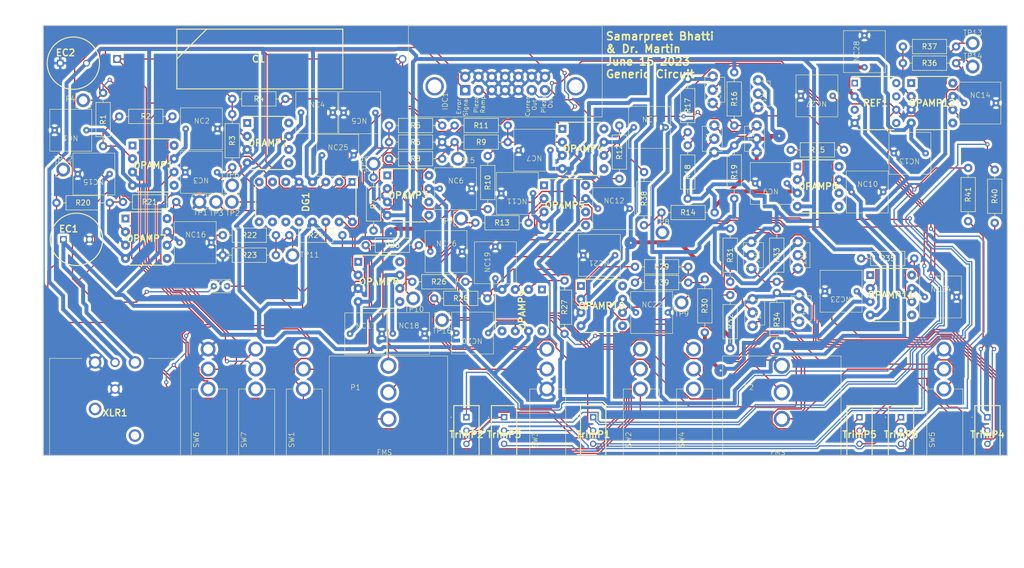
<source format=kicad_pcb>
(kicad_pcb (version 20221018) (generator pcbnew)
  (layers (0 "F.Cu" signal) (31 "B.Cu" signal) (34 "B.Paste" user) (35 "F.Paste" user) (36 "B.SilkS" user "B.Silkscreen") (37 "F.SilkS" user "F.Silkscreen") (38 "B.Mask" user) (39 "F.Mask" user) (44 "Edge.Cuts" user))
  (net 0 "")
  (net 1 "Net-(DG1A-D1)")
  (net 2 "Net-(DG1A-S1)")
  (net 3 "Net-(DG1B-D2)")
  (net 4 "Net-(DG1B-S2)")
  (net 5 "Net-(DG1A-IN1)")
  (net 6 "+15V")
  (net 7 "GND")
  (net 8 "Net-(DG1B-IN2)")
  (net 9 "Net-(SW1-C)")
  (net 10 "Net-(IDC1-C-Pad6)")
  (net 11 "Net-(IDC1-C-Pad7)")
  (net 13 "Net-(OPAMP1--)")
  (net 14 "-15V")
  (net 16 "Net-(SW1-A)")
  (net 20 "Net-(OPAMP3--)")
  (net 22 "Net-(OPAMP3-Pad6)")
  (net 24 "Net-(OPAMP4--)")
  (net 26 "Net-(OPAMP4-Pad6)")
  (net 28 "Net-(OPAMP5--)")
  (net 29 "Net-(OPAMP5-+)")
  (net 31 "Net-(SW3-C)")
  (net 33 "Net-(OPAMP6--)")
  (net 38 "Net-(OPAMP8--)")
  (net 40 "Net-(OPAMP8-Pad6)")
  (net 42 "Net-(OPAMP9--)")
  (net 43 "Net-(OPAMP9-+)")
  (net 45 "Net-(SW5-A)")
  (net 47 "Net-(OPAMP10--)")
  (net 49 "Net-(OPAMP10-Pad6)")
  (net 51 "Net-(OPAMP11--)")
  (net 54 "Net-(OPAMP12--)")
  (net 56 "-5V")
  (net 57 "Net-(P1-Pad2)")
  (net 58 "Net-(P2-Pad2)")
  (net 59 "Net-(SW1-B)")
  (net 60 "Net-(R5-Pad2)")
  (net 61 "Net-(SW3-B)")
  (net 62 "Net-(R14-Pad1)")
  (net 63 "Net-(TR1-E)")
  (net 64 "Net-(R17-Pad2)")
  (net 65 "Net-(R18-Pad1)")
  (net 66 "Net-(SW2-B)")
  (net 67 "Net-(R22-Pad2)")
  (net 68 "Net-(SW5-B)")
  (net 69 "Net-(R30-Pad1)")
  (net 70 "Net-(R31-Pad2)")
  (net 71 "Net-(R32-Pad1)")
  (net 72 "Net-(TR3-E)")
  (net 73 "+5V")
  (net 80 "Net-(TR2-B)")
  (net 81 "Net-(TrimP2-Pad3)")
  (net 82 "Net-(T1-B)")
  (net 83 "Net-(TR3-B)")
  (net 84 "Net-(TrimP5-Pad3)")
  (net 85 "Net-(T3-B)")
  (net 86 "Net-(T1-E)")
  (net 87 "Net-(T3-E)")
  (net 97 "Net-(SW6-A)")
  (net 98 "Net-(SW6-B)")
  (net 100 "Net-(R40-Pad2)")
  (net 101 "Net-(R41-Pad1)")
  (footprint "Complex_Op_Amps_Footprints:3296X1104LF -TrimPot" (layer "F.Cu") (at 180.03 147.005 180)
    (fp_text reference "TrimP5")
    (fp_text value "5k" hide)
  )
  (footprint "Complex_Op_Amps_Footprints:ELECTROLYTIC CAPACITOR - EEU-EB1C102" (layer "F.Cu") (at 27.385 79.375)
    (fp_text reference "EC2")
    (fp_text value "1000uF" hide)
  )
  (footprint "Complex_Op_Amps_Footprints:R_Axial_DIN0207_L6.3mm_D2.5mm_P10.16mm_Horizontal" (layer "F.Cu") (at 134.1725 101.44 90)
    (fp_text reference "R12")
    (fp_text value "10k")
  )
  (footprint "Complex_Op_Amps_Footprints:AV2_Switch" (layer "F.Cu") (at 192.9 154.31 90)
    (fp_text reference "SW5")
    (fp_text value "SPDT Switch, P/N: 7101SD9AV2BE")
  )
  (footprint "Complex_Op_Amps_Footprints:OPA27GP_Operational_Amplifier" (layer "F.Cu") (at 67.06 94.615)
    (fp_text reference "OPAMP2")
    (fp_text value "P/N: OPA27GP " hide)
  )
  (footprint "GENERAL PROJECT - NUMBER 1 LIBRARY - FOOTPRINTS:TestPoint" (layer "F.Cu") (at 87.2236 98.5936 90)
    (fp_text reference "TP5")
    (fp_text value "TestPoint")
  )
  (footprint "Complex_Op_Amps_Footprints:R_Axial_DIN0207_L6.3mm_D2.5mm_P10.16mm_Horizontal" (layer "F.Cu") (at 60.235 99.265 90)
    (fp_text reference "R3")
    (fp_text value "10k")
  )
  (footprint "Complex_Op_Amps_Footprints:CAPACITOR - 399-4209-ND" (layer "F.Cu") (at 176.435 123.935 180)
    (fp_text reference "NC23")
    (fp_text value "0.1uF")
  )
  (footprint "Complex_Op_Amps_Footprints:CAPACITOR - 399-4209-ND" (layer "F.Cu") (at 102.95 102.345)
    (fp_text reference "NC6")
    (fp_text value "0.1uF")
  )
  (footprint "Complex_Op_Amps_Footprints:AV2_Switch" (layer "F.Cu") (at 134.93 154.31 90)
    (fp_text reference "SW2")
    (fp_text value "SPDT Switch, P/N: 7101SD9AV2BE")
  )
  (footprint "Complex_Op_Amps_Footprints:R_Axial_DIN0207_L6.3mm_D2.5mm_P10.16mm_Horizontal" (layer "F.Cu") (at 147.225 82.39 -90)
    (fp_text reference "R17")
    (fp_text value "5k")
  )
  (footprint "Complex_Op_Amps_Footprints:Both_Transisitor" (layer "F.Cu") (at 160.6804 82.6516 -90)
    (fp_text reference "TR1")
    (fp_text value "Transistor P/N: 2N3904")
  )
  (footprint "Complex_Op_Amps_Footprints:OPA27GP_Operational_Amplifier" (layer "F.Cu") (at 127.2475 95.725)
    (fp_text reference "OPAMP4")
    (fp_text value "P/N: OPA27GP " hide)
  )
  (footprint "Complex_Op_Amps_Footprints:R_Axial_DIN0207_L6.3mm_D2.5mm_P10.16mm_Horizontal" (layer "F.Cu") (at 108.966 124.3 180)
    (fp_text reference "R28")
    (fp_text value "10k")
  )
  (footprint "Complex_Op_Amps_Footprints:CAPACITOR - 399-4209-ND" (layer "F.Cu") (at 181.595 102.98)
    (fp_text reference "NC10")
    (fp_text value "0.1uF")
  )
  (footprint "Complex_Op_Amps_Footprints:OPA27GP_Operational_Amplifier" (layer "F.Cu") (at 193.885 86.995)
    (fp_text reference "OPAMP12")
    (fp_text value "P/N: OPA27GP " hide)
  )
  (footprint "Complex_Op_Amps_Footprints:R_Axial_DIN0207_L6.3mm_D2.5mm_P10.16mm_Horizontal" (layer "F.Cu") (at 142.2146 107.8992)
    (fp_text reference "R14")
    (fp_text value "10k")
  )
  (footprint "GENERAL PROJECT - NUMBER 1 LIBRARY - FOOTPRINTS:TestPoint" (layer "F.Cu") (at 94.7928 124.3)
    (fp_text reference "TP10")
    (fp_text value "TestPoint")
  )
  (footprint "GENERAL PROJECT - NUMBER 1 LIBRARY - FOOTPRINTS:TestPoint" (layer "F.Cu") (at 27.94 99.695)
    (fp_text reference "TP12")
    (fp_text value "TestPoint")
  )
  (footprint "Complex_Op_Amps_Footprints:OPA27GP_Operational_Amplifier" (layer "F.Cu") (at 88.265 121.125)
    (fp_text reference "OPAMP8")
    (fp_text value "P/N: OPA27GP " hide)
  )
  (footprint "Complex_Op_Amps_Footprints:R_Axial_DIN0207_L6.3mm_D2.5mm_P10.16mm_Horizontal" (layer "F.Cu") (at 85.725 114.14)
    (fp_text reference "R25")
    (fp_text value "1k")
  )
  (footprint "Complex_Op_Amps_Footprints:CAPACITOR - 399-4209-ND" (layer "F.Cu") (at 130.27 117.078 180)
    (fp_text reference "NC21")
    (fp_text value "0.1uF")
  )
  (footprint "Complex_Op_Amps_Footprints:R_Axial_DIN0207_L6.3mm_D2.5mm_P10.16mm_Horizontal" (layer "F.Cu") (at 150.495 120.65 -90)
    (fp_text reference "R30")
    (fp_text value "20k")
  )
  (footprint "Complex_Op_Amps_Footprints:Both_Transisitor" (layer "F.Cu") (at 168.275 113.505 -90)
    (fp_text reference "TR3")
    (fp_text value "Transistor P/N: 2N3904")
  )
  (footprint "Complex_Op_Amps_Footprints:CAPACITOR - 399-4209-ND" (layer "F.Cu") (at 53.2422 112.6396)
    (fp_text reference "NC16")
    (fp_text value "0.1uF")
  )
  (footprint "Complex_Op_Amps_Footprints:OPA27GP_Operational_Amplifier" (layer "F.Cu") (at 186.055 123.665)
    (fp_text reference "OPAMP11")
    (fp_text value "P/N: OPA27GP " hide)
  )
  (footprint "Complex_Op_Amps_Footprints:R_Axial_DIN0207_L6.3mm_D2.5mm_P10.16mm_Horizontal" (layer "F.Cu") (at 109.035 97.095 -90)
    (fp_text reference "R10")
    (fp_text value "10k")
  )
  (footprint "Complex_Op_Amps_Footprints:OPA27GP_Operational_Amplifier" (layer "F.Cu") (at 123.76 106.52)
    (fp_text reference "OPAMP5")
    (fp_text value "P/N: OPA27GP " hide)
  )
  (footprint "Complex_Op_Amps_Footprints:R_Axial_DIN0207_L6.3mm_D2.5mm_P10.16mm_Horizontal" (layer "F.Cu") (at 39.37 105.885)
    (fp_text reference "R21")
    (fp_text value "10k")
  )
  (footprint "Complex_Op_Amps_Footprints:CAPACITOR - 399-4209-ND" (layer "F.Cu") (at 101.1428 114.3508)
    (fp_text reference "NC26")
    (fp_text value "0.1uF")
  )
  (footprint "GENERAL PROJECT - NUMBER 1 LIBRARY - FOOTPRINTS:TestPoint" (layer "F.Cu") (at 60.157 105.885)
    (fp_text reference "TP2")
    (fp_text value "TestPoint")
  )
  (footprint "Complex_Op_Amps_Footprints:R_Axial_DIN0207_L6.3mm_D2.5mm_P10.16mm_Horizontal" (layer "F.Cu") (at 155.34 123.665 -90)
    (fp_text reference "R32")
    (fp_text value "20k")
  )
  (footprint "Complex_Op_Amps_Footprints:R_Axial_DIN0207_L6.3mm_D2.5mm_P10.16mm_Horizontal" (layer "F.Cu") (at 102.7 91.28)
    (fp_text reference "R11")
    (fp_text value "10k")
  )
  (footprint "GENERAL PROJECT - NUMBER 1 LIBRARY - FOOTPRINTS:TestPoint" (layer "F.Cu") (at 31.755 86.47)
    (fp_text reference "TP4")
    (fp_text value "TestPoint")
  )
  (footprint "Complex_Op_Amps_Footprints:R_Axial_DIN0207_L6.3mm_D2.5mm_P10.16mm_Horizontal" (layer "F.Cu") (at 68.58 116.045 180)
    (fp_text reference "R23")
    (fp_text value "Open")
  )
  (footprint "Complex_Op_Amps_Footprints:R_Axial_DIN0207_L6.3mm_D2.5mm_P10.16mm_Horizontal" (layer "F.Cu") (at 156.115 81.12 -90)
    (fp_text reference "R16")
    (fp_text value "10k")
  )
  (footprint "Complex_Op_Amps_Footprints:CAPACITOR - 399-4209-ND" (layer "F.Cu") (at 171.8244 86.6234 180)
    (fp_text reference "NC27")
    (fp_text value "0.1uF")
  )
  (footprint "Complex_Op_Amps_Footprints:R_Axial_DIN0207_L6.3mm_D2.5mm_P10.16mm_Horizontal" (layer "F.Cu") (at 188.33 79.375)
    (fp_text reference "R36")
    (fp_text value "10k")
  )
  (footprint "Complex_Op_Amps_Footprints:CAPACITOR - 399-4209-ND" (layer "F.Cu") (at 140 90.645)
    (fp_text reference "NC8")
    (fp_text value "0.1uF")
  )
  (footprint "Complex_Op_Amps_Footprints:Both_Transisitor" (layer "F.Cu") (at 168.51 123.665 -90)
    (fp_text reference "T4")
    (fp_text value "Transistor P/N: 2N3906")
  )
  (footprint "Complex_Op_Amps_Footprints:R_Axial_DIN0207_L6.3mm_D2.5mm_P10.16mm_Horizontal" (layer "F.Cu") (at 198.49 76.2 180)
    (fp_text reference "R37")
    (fp_text value "10k")
  )
  (footprint "GENERAL PROJECT - NUMBER 1 LIBRARY - FOOTPRINTS:TestPoint" (layer "F.Cu") (at 60.235 102.71)
    (fp_text reference "TP6")
    (fp_text value "TestPoint")
  )
  (footprint "Complex_Op_Amps_Footprints:CAPACITOR - 399-4209-ND" (layer "F.Cu") (at 76.455 87.81)
    (fp_text reference "NC4")
    (fp_text value "0.1uF")
  )
  (footprint "Complex_Op_Amps_Footprints:R_Axial_DIN0207_L6.3mm_D2.5mm_P10.16mm_Horizontal" (layer "F.Cu") (at 100.33 91.28 180)
    (fp_text reference "R5")
    (fp_text value "0k")
  )
  (footprint "Complex_Op_Amps_Footprints:CAPACITOR - 399-4209-ND" (layer "F.Cu") (at 84.4992 89.8492 180)
    (fp_text reference "NC5")
    (fp_text value "0.1uF")
  )
  (footprint "Complex_Op_Amps_Footprints:Small Capacitor" (layer "F.Cu") (at 57.9882 121.9708)
    (fp_text reference "SC1")
    (fp_text value "1nF")
  )
  (footprint "Complex_Op_Amps_Footprints:Both_Transisitor" (layer "F.Cu") (at 152 81.915 -90)
    (fp_text reference "TR2")
    (fp_text value "Transistor P/N: 2N3904")
  )
  (footprint "Complex_Op_Amps_Footprints:R_Axial_DIN0207_L6.3mm_D2.5mm_P10.16mm_Horizontal" (layer "F.Cu") (at 200.787 109.5502 90)
    (fp_text reference "R41")
    (fp_text value "20k")
  )
  (footprint "Complex_Op_Amps_Footprints:CAPACITOR - 399-4209-ND" (layer "F.Cu") (at 85.805 130.064)
    (fp_text reference "NC17")
    (fp_text value "0.1uF")
  )
  (footprint "Complex_Op_Amps_Footprints:CAPACITOR - 399-4209-ND" (layer "F.Cu") (at 189.5856 97.5868 180)
    (fp_text reference "NC13")
    (fp_text value "0.1uF")
  )
  (footprint "Complex_Op_Amps_Footprints:R_Axial_DIN0207_L6.3mm_D2.5mm_P10.16mm_Horizontal" (layer "F.Cu") (at 116.84 109.855 180)
    (fp_text reference "R13")
    (fp_text value "1k")
  )
  (footprint "Complex_Op_Amps_Footprints:Male IDC Connector" (layer "F.Cu") (at 93.89 89.645 90)
    (fp_text reference "IDC1")
    (fp_text value "Male 14 Position IDC Connector, Digikey P/N: 609-5970-ND" hide)
  )
  (footprint "Complex_Op_Amps_Footprints:AV2_Switch" (layer "F.Cu") (at 117.0625 154.31 90)
    (fp_text reference "SW3")
    (fp_text value "SPDT Switch, P/N: 7101SD9AV2BE")
  )
  (footprint "Complex_Op_Amps_Footprints:ELECTROLYTIC CAPACITOR - EEU-EB1C102" (layer "F.Cu") (at 27.98 113.03)
    (fp_text reference "EC1")
    (fp_text value "1000uF" hide)
  )
  (footprint "Complex_Op_Amps_Footprints:3296X1104LF -TrimPot" (layer "F.Cu") (at 129.1625 147.005 180)
    (fp_text reference "TrimP1")
    (fp_text value "20k" hide)
  )
  (footprint "Complex_Op_Amps_Footprints:OPA27GP_Operational_Amplifier" (layer "F.Cu") (at 93.82 104.615)
    (fp_text reference "OPAMP3")
    (fp_text value "P/N: OPA27GP " hide)
  )
  (footprint "Complex_Op_Amps_Footprints:REF02CPZ" (layer "F.Cu") (at 183.09 86.995)
    (fp_text reference "REF1")
    (fp_text value "REF02 P/N: REF02CPZ" hide)
  )
  (footprint "Complex_Op_Amps_Footprints:CAPACITOR - 399-4209-ND" (layer "F.Cu") (at 33.7312 101.5492 180)
    (fp_text reference "NC15")
    (fp_text value "0.1uF")
  )
  (footprint "Complex_Op_Amps_Footprints:R_Axial_DIN0207_L6.3mm_D2.5mm_P10.16mm_Horizontal" (layer "F.Cu") (at 38.645 89.54)
    (fp_text reference "R2")
    (fp_text value "10k")
  )
  (footprint "Complex_Op_Amps_Footprints:3296X1104LF -TrimPot" (layer "F.Cu") (at 112.1525 147.005 180)
    (fp_text reference "TrimP3")
    (fp_text value "10k" hide)
  )
  (footprint "Complex_Op_Amps_Footprints:R_Axial_DIN0207_L6.3mm_D2.5mm_P10.16mm_Horizontal" (layer "F.Cu") (at 58.42 112.235)
    (fp_text reference "R22")
    (fp_text value "0k")
  )
  (footprint "GENERAL PROJECT - NUMBER 1 LIBRARY - FOOTPRINTS:TestPoint" (layer "F.Cu") (at 53.975 105.885)
    (fp_text reference "TP1")
    (fp_text value "TestPoint")
  )
  (footprint "Complex_Op_Amps_Footprints:CAPACITOR - 399-4209-ND" (layer "F.Cu") (at 106.045 131.92 180)
    (fp_text reference "NC20")
    (fp_text value "0.1uF")
  )
  (footprint "Complex_Op_Amps_Footprints:Both_Transisitor" (layer "F.Cu") (at 159.62 124.46 -90)
    (fp_text reference "T3")
    (fp_text value "Transistor P/N: 2N3906")
  )
  (footprint "Complex_Op_Amps_Footprints:R_Axial_DIN0207_L6.3mm_D2.5mm_P10.16mm_Horizontal" (layer "F.Cu") (at 90.17 97.63)
    (fp_text reference "R8")
    (fp_text value "10k")
  )
  (footprint "Complex_Op_Amps_Footprints:CAPACITOR - 399-4209-ND" (layer "F.Cu") (at 54.425 90.915)
    (fp_text reference "NC2")
    (fp_text value "0.1uF")
  )
  (footprint "Complex_Op_Amps_Footprints:R_Axial_DIN0207_L6.3mm_D2.5mm_P10.16mm_Horizontal" (layer "F.Cu") (at 123.698 120.904 -90)
    (fp_text reference "R27")
    (fp_text value "1k")
  )
  (footprint "Complex_Op_Amps_Footprints:CAPACITOR - 399-4209-ND" (layer "F.Cu") (at 93.98 130.015)
    (fp_text reference "NC18")
    (fp_text value "0.1uF")
  )
  (footprint "GENERAL PROJECT - NUMBER 1 LIBRARY - FOOTPRINTS:TestPoint" (layer "F.Cu") (at 142.3924 111.7092)
    (fp_text reference "TP8")
    (fp_text value "TestPoint")
  )
  (footprint "Complex_Op_Amps_Footprints:R_Axial_DIN0207_L6.3mm_D2.5mm_P10.16mm_Horizontal" (layer "F.Cu") (at 26.67 106.045)
    (fp_text reference "R20")
    (fp_text value "10k")
  )
  (footprint "Complex_Op_Amps_Footprints:Both_Transisitor" (layer "F.Cu") (at 160.395 96.36 90)
    (fp_text reference "T2")
    (fp_text value "Transistor P/N: 2N3906")
  )
  (footprint "Complex_Op_Amps_Footprints:CAPACITOR - 399-4209-ND" (layer "F.Cu") (at 29.31 93.185 180)
    (fp_text reference "NC1")
    (fp_text value "0.1uF")
  )
  (footprint "Complex_Op_Amps_Footprints:Polypropylene Capacitor" (layer "F.Cu") (at 38.25 78.58)
    (fp_text reference "C1")
    (fp_text value "1uF" hide)
  )
  (footprint "Complex_Op_Amps_Footprints:AV2_Switch" (layer "F.Cu") (at 61.468 154.31 90)
    (fp_text reference "SW7")
    (fp_text value "SPDT Switch, P/N: 7101SD9AV2BE")
  )
  (footprint "Complex_Op_Amps_Footprints:R_Axial_DIN0207_L6.3mm_D2.5mm_P10.16mm_Horizontal" (layer "F.Cu") (at 164.2618 133.4262 90)
    (fp_text reference "R34")
    (fp_text value "10k")
  )
  (footprint "Complex_Op_Amps_Footprints:R_Axial_DIN0207_L6.3mm_D2.5mm_P10.16mm_Horizontal" (layer "F.Cu") (at 137.16 118.2624)
    (fp_text reference "R29")
    (fp_text value "10k")
  )
  (footprint "Complex_Op_Amps_Footprints:R_Axial_DIN0207_L6.3mm_D2.5mm_P10.16mm_Horizontal" (layer "F.Cu") (at 166.91 95.935)
    (fp_text reference "R15")
    (fp_text value "1k")
  )
  (footprint "Complex_Op_Amps_Footprints:R_Axial_DIN0207_L6.3mm_D2.5mm_P10.16mm_Horizontal" (layer "F.Cu") (at 156.115 105.25 90)
    (fp_text reference "R19")
    (fp_text value "10k")
  )
  (footprint "Complex_Op_Amps_Footprints:R_Axial_DIN0207_L6.3mm_D2.5mm_P10.16mm_Horizontal" (layer "F.Cu") (at 137.16 121.285)
    (fp_text reference "R39")
    (fp_text value "0k")
  )
  (footprint "Complex_Op_Amps_Footprints:OPA27GP_Operational_Amplifier" (layer "F.Cu") (at 172.15 102.92)
    (fp_text reference "OPAMP6")
    (fp_text value "P/N: OPA27GP " hide)
  )
  (footprint "Complex_Op_Amps_Footprints:R_Axial_DIN0207_L6.3mm_D2.5mm_P10.16mm_Horizontal" (layer "F.Cu") (at 60.235 86.2)
    (fp_text reference "R4")
    (fp_text value "10k")
  )
  (footprint "Complex_Op_Amps_Footprints:R_Axial_DIN0207_L6.3mm_D2.5mm_P10.16mm_Horizontal" (layer "F.Cu") (at 205.867 99.7204 -90)
    (fp_text reference "R40")
    (fp_text value "20k")
  )
  (footprint "Complex_Op_Amps_Footprints:R_Axial_DIN0207_L6.3mm_D2.5mm_P10.16mm_Horizontal" (layer "F.Cu") (at 87.2236 101.1936 -90)
    (fp_text reference "R7")
    (fp_text value "1k")
  )
  (footprint "Complex_Op_Amps_Footprints:R_Axial_DIN0207_L6.3mm_D2.5mm_P10.16mm_Horizontal" (layer "F.Cu") (at 147.225 95.09 -90)
    (fp_text reference "R18")
    (fp_text value "5k")
  )
  (footprint "Complex_Op_Amps_Footprints:OPA27GP_Operational_Amplifier" (layer "F.Cu") (at 43.815 112.87)
    (fp_text reference "OPAMP7")
    (fp_text value "P/N: OPA27GP " hide)
  )
  (footprint "Complex_Op_Amps_Footprints:CAPACITOR - 399-4209-ND" (layer "F.Cu") (at 117.925 96.995 180)
    (fp_text reference "NC7")
    (fp_text value "0.1uF")
  )
  (footprint "Complex_Op_Amps_Footprints:CAPACITOR - 399-4209-ND" (layer "F.Cu") (at 195.58 123.03)
    (fp_text reference "NC24")
    (fp_text value "0.1uF")
  )
  (footprint "Complex_Op_Amps_Footprints:Both_Transisitor" (layer "F.Cu") (at 159.385 113.505 -90)
    (fp_text reference "TR4")
    (fp_text value "Transistor P/N: 2N3904")
  )
  (footprint "Complex_Op_Amps_Footprints:CAPACITOR - 399-4209-ND" (layer "F.Cu") (at 140.415 126)
    (fp_text reference "NC22")
    (fp_text value "0.1uF")
  )
  (footprint "Complex_Op_Amps_Footprints:OPA27GP_Operational_Amplifier" (layer "F.Cu") (at 130.81 125.73)
    (fp_text reference "OPAMP10")
    (fp_text value "P/N: OPA27GP " hide)
  )
  (footprint "Complex_Op_Amps_Footprints:CAPACITOR - 399-4209-ND" (layer "F.Cu") (at 203.105 85.995)
    (fp_text reference "NC14")
    (fp_text value "0.1uF")
  )
  (footprint "Complex_Op_Amps_Footprints:R_Axial_DIN0207_L6.3mm_D2.5mm_P10.16mm_Horizontal" (layer "F.Cu") (at 180.34 116.68)
    (fp_text reference "R35")
    (fp_text value "1k")
  )
  (footprint "Complex_Op_Amps_Footprints:3296X1104LF -TrimPot" (layer "F.Cu") (at 187.96 147.005 180)
    (fp_text reference "TrimP6")
    (fp_text value "5k" hide)
  )
  (footprint "GENERAL PROJECT - NUMBER 1 LIBRARY - FOOTPRINTS:TestPoint" (layer "F.Cu") (at 103.32 97.63)
    (fp_text reference "TP15")
    (fp_text value "TestPoint")
  )
  (footprint "Complex_Op_Amps_Footprints:CAPACITOR - 399-4209-ND" (layer "F.Cu") (at 163.1 103.345 180)
    (fp_text reference "NC9")
    (fp_text value "0.1uF")
  )
  (footprint "Complex_Op_Amps_Footprints:R_Axial_DIN0207_L6.3mm_D2.5mm_P10.16mm_Horizontal" (layer "F.Cu") (at 94.615 121.125)
    (fp_text reference "R26")
    (fp_text value "10k")
  )
  (footprint "Complex_Op_Amps_Footprints:R_Axial_DIN0207_L6.3mm_D2.5mm_P10.16mm_Horizontal" (layer "F.Cu") (at 138.88 100.17 -90)
    (fp_text reference "R38")
    (fp_text value "0k")
  )
  (footprint "Complex_Op_Amps_Footprints:CAPACITOR - 399-4209-ND" (layer "F.Cu") (at 179.9844 77.089 90)
    (fp_text reference "NC28")
    (fp_text value "0.1uF")
  )
  (footprint "Complex_Op_Amps_Footprints:R_Axial_DIN0207_L6.3mm_D2.5mm_P10.16mm_Horizontal" (layer "F.Cu") (at 71.12 112.235)
    (fp_text reference "R24")
    (fp_text value "1k")
  )
  (footprint "GENERAL PROJECT - NUMBER 1 LIBRARY - FOOTPRINTS:TestPoint" (layer "F.Cu") (at 201.665 80.01)
    (fp_text reference "TP14")
    (fp_text value "TestPoint")
  )
  (footprint "Complex_Op_Amps_Footprints:Both_Transisitor" (layer "F.Cu") (at 152.305 96.36 90)
    (fp_text reference "T1")
    (fp_text value "Transistor P/N: 2N3906")
  )
  (footprint "GENERAL PROJECT - NUMBER 1 LIBRARY - FOOTPRINTS:TestPoint" (layer "F.Cu") (at 57.15 105.885)
    (fp_text reference "TP3")
    (fp_text value "TestPoint")
  )
  (footprint "Complex_Op_Amps_Footprints:OPA27GP_Operational_Amplifier" (layer "F.Cu") (at 45.155 98.9)
    (fp_text reference "OPAMP1")
    (fp_text value "P/N: OPA27GP " hide)
  )
  (footprint "Complex_Op_Amps_Footprints:ADG201AKNZ" (layer "F.Cu") (at 74.283 105.885 -90)
    (fp_text reference "DG1")
    (fp_text value "P/N: ADG201AKNZ" hide)
  )
  (footprint "Complex_Op_Amps_Footprints:R_Axial_DIN0207_L6.3mm_D2.5mm_P10.16mm_Horizontal" (layer "F.Cu") (at 155.34 110.965 -90)
    (fp_text reference "R31")
    (fp_text value "20k")
  )
  (footprint "Complex_Op_Amps_Footprints:Potentiometer" (layer "F.Cu") (at 78.7625 135.31)
    (fp_text reference "P1")
    (fp_text value "50k")
  )
  (footprint "GENERAL PROJECT - NUMBER 1 LIBRARY - FOOTPRINTS:TestPoint" (layer "F.Cu") (at 100.3108 128.44356 180)
    (fp_text reference "TP16")
    (fp_text value "TestPoint")
  )
  (footprint "Complex_Op_Amps_Footprints:R_Axial_DIN0207_L6.3mm_D2.5mm_P10.16mm_Horizontal" (layer "F.Cu") (at 35.565 85.06 -90)
    (fp_text reference "R1")
    (fp_text value "10k")
  )
  (footprint "Complex_Op_Amps_Footprints:OPA27GP_Operational_Amplifier" (layer "F.Cu") (at 115.57 126.5682 -90)
    (fp_text reference "OPAMP9")
    (fp_text value "P/N: OPA27GP " hide)
  )
  (footprint "Complex_Op_Amps_Footprints:AV2_Switch" (layer "F.Cu") (at 70.5625 154.31 90)
    (fp_text reference "SW1")
    (fp_text value "SPDT Switch, P/N: 7101SD9AV2BE")
  )
  (footprint "Complex_Op_Amps_Footprints:Potentiometer" (layer "F.Cu") (at 153.9 135.31)
    (fp_text reference "P2")
    (fp_text value "50k")
  )
  (footprint "GENERAL PROJECT - NUMBER 1 LIBRARY - FOOTPRINTS:TestPoint" (layer "F.Cu") (at 103.955 109.06 180)
    (fp_text reference "TP7")
    (fp_text value "TestPoint")
  )
  (footprint "Complex_Op_Amps_Footprints:CAPACITOR - 399-4209-ND" (layer "F.Cu") (at 133.165 106.155)
    (fp_text reference "NC12")
    (fp_text value "0.1uF")
  )
  (footprint "Complex_Op_Amps_Footprints:3296X1104LF -TrimPot" (layer "F.Cu") (at 204.47 147.005 180)
    (fp_text reference "TrimP4")
    (fp_text value "10k" hide)
  )
  (footprint "Complex_Op_Amps_Footprints:CAPACITOR - 399-4209-ND" (layer "F.Cu") (at 109.49 117.41 90)
    (fp_text reference "NC19")
    (fp_text value "0.1uF")
  )
  (footprint "Complex_Op_Amps_Footprints:AV2_Switch" (layer "F.Cu") (at 52.3735 154.31 90)
    (fp_text reference "SW6")
    (fp_text value "SPDT Switch, P/N: 7101SD9AV2BE")
  )
  (footprint "Complex_Op_Amps_Footprints:CAPACITOR - 399-4209-ND" (layer "F.Cu") (at 80.4456 95.9772)
    (fp_text reference "NC25")
    (fp_text value "0.1uF")
  )
  (footprint "Complex_Op_Amps_Footprints:R_Axial_DIN0207_L6.3mm_D2.5mm_P10.16mm_Horizontal" (layer "F.Cu") (at 164.23 110.965 -90)
    (fp_text reference "R33")
    (fp_text value "10k")
  )
  (footprint "Complex_Op_Amps_Footprints:R_Axial_DIN0207_L6.3mm_D2.5mm_P10.16mm_Horizontal" (layer "F.Cu") (at 100.33 94.455 180)
    (fp_text reference "R6")
    (fp_text value "Open")
  )
  (footprint "Complex_Op_Amps_Footprints:CAPACITOR - 399-4209-ND" (layer "F.Cu") (at 54.265 101.23 180)
    (fp_text reference "NC3")
    (fp_text value "0.1uF")
  )
  (footprint "Complex_Op_Amps_Footprints:R_Axial_DIN0207_L6.3mm_D2.5mm_P10.16mm_Horizontal" (layer "F.Cu") (at 102.7 94.455)
    (fp_text reference "R9")
    (fp_text value "10k")
  )
  (footprint "Complex_Op_Amps_Footprints:3296X1104LF -TrimPot" (layer "F.Cu") (at 104.9625 147.005 180)
    (fp_text reference "TrimP2")
    (fp_text value "10k" hide)
  )
  (footprint "GENERAL PROJECT - NUMBER 1 LIBRARY - FOOTPRINTS:TestPoint" (layer "F.Cu") (at 201.665 75.565)
    (fp_text reference "TP13")
    (fp_text value "TestPoint")
  )
  (footprint "Complex_Op_Amps_Footprints:AV2_Switch" (layer "F.Cu") (at 145.09 154.31 90)
    (fp_text reference "SW4")
    (fp_text value "SPDT Switch, P/N: 7101SD9AV2BE")
  )
  (footprint "Complex_Op_Amps_Footprints:CAPACITOR - 399-4209-ND" (layer "F.Cu") (at 114.61 105.25 180)
    (fp_text reference "NC11")
    (fp_text value "0.1uF")
  )
  (footprint "GENERAL PROJECT - NUMBER 1 LIBRARY - FOOTPRINTS:NC3MBH" (layer "F.Cu") (at 34.036 136.53 180)
    (fp_text reference "XLR1")
    (fp_text value "XLR P/N: NC3MBH" hide)
  )
  (footprint "GENERAL PROJECT - NUMBER 1 LIBRARY - FOOTPRINTS:TestPoint" (layer "F.Cu") (at 71.755 116.045)
    (fp_text reference "TP11")
    (fp_text value "TestPoint")
  )
  (footprint "GENERAL PROJECT - NUMBER 1 LIBRARY - FOOTPRINTS:TestPoint" (layer "F.Cu") (at 146.05 125.095)
    (fp_text reference "TP9")
    (fp_text value "TestPoint")
  )
  (gr_rect (start 24.13 72.165) (end 208.28 154.31) (stroke (width 0.2)) (fill none) (layer "Edge.Cuts"))
  (gr_text "Samarpreet Bhatti\n& Dr. Martin\nJune 15 2023\nGeneric Circuit\n" (at 131.445 82.3468) (layer "F.SilkS") (effects (font (size 1.5 1.5) (thickness 0.3) bold) (justify left bottom)))
  (gr_text "Error\nSignal" (at 105.2576 87.6808 90) (layer "F.SilkS") (effects (font (size 0.8 0.8) (thickness 0.1)) (justify bottom)))
  (gr_text "Piezo\nRamp" (at 108.5596 87.2744 90) (layer "F.SilkS") (effects (font (size 0.8 0.8) (thickness 0.1) bold) (justify bottom)))
  (gr_text "Current\nOut" (at 118.4148 87.376 90) (layer "F.SilkS") (effects (font (size 0.8 0.8) (thickness 0.1) bold) (justify bottom)))
  (gr_text "Piezo \nOut" (at 121.4628 86.9696 90) (layer "F.SilkS") (effects (font (size 0.8 0.8) (thickness 0.1) bold) (justify bottom)))
  (segment (start 43.815 117.477792) (end 49.108458 122.77125) (width 0.25) (layer "F.Cu") (net 1))
  (segment (start 58.928 136.0932) (end 59.1312 136.2964) (width 0.25) (layer "F.Cu") (net 1))
  (segment (start 59.2328 136.2964) (end 59.2328 136.398) (width 0.25) (layer "F.Cu") (net 1))
  (segment (start 43.815 86.995) (end 43.815 84.145) (width 0.25) (layer "F.Cu") (net 1))
  (segment (start 60.235 89.105) (end 60.235 91.125) (width 0.25) (layer "F.Cu") (net 1))
  (segment (start 60.235 89.105) (end 60.235 86.2) (width 0.25) (layer "F.Cu") (net 1))
  (segment (start 60.707396 97.155) (end 63.502915 97.155) (width 0.25) (layer "F.Cu") (net 1))
  (segment (start 52.615 78.58) (end 60.235 86.2) (width 0.25) (layer "F.Cu") (net 1))
  (segment (start 59.1312 136.2964) (end 59.2328 136.2964) (width 0.25) (layer "F.Cu") (net 1))
  (segment (start 43.815 86.995) (end 43.815 117.477792) (width 0.25) (layer "F.Cu") (net 1))
  (segment (start 58.928 130.938396) (end 58.928 136.0932) (width 0.25) (layer "F.Cu") (net 1))
  (segment (start 38.25 78.58) (end 52.615 78.58) (width 0.25) (layer "F.Cu") (net 1))
  (segment (start 43.815 84.145) (end 38.25 78.58) (width 0.25) (layer "F.Cu") (net 1))
  (segment (start 63.502915 97.155) (end 66.746 100.398085) (width 0.25) (layer "F.Cu") (net 1))
  (segment (start 66.746 100.398085) (end 66.746 102.559701) (width 0.25) (layer "F.Cu") (net 1))
  (segment (start 59.2328 136.398) (end 59.1312 136.2964) (width 0.25) (layer "F.Cu") (net 1))
  (segment (start 50.547396 86.995) (end 60.707396 97.155) (width 0.25) (layer "F.Cu") (net 1))
  (segment (start 43.815 86.995) (end 50.547396 86.995) (width 0.25) (layer "F.Cu") (net 1))
  (segment (start 68.326299 104.14) (end 78.578 104.14) (width 0.25) (layer "F.Cu") (net 1))
  (segment (start 66.746 102.559701) (end 68.326299 104.14) (width 0.25) (layer "F.Cu") (net 1))
  (segment (start 49.108458 122.77125) (end 50.760854 122.77125) (width 0.25) (layer "F.Cu") (net 1))
  (segment (start 78.578 104.14) (end 80.645 102.073) (width 0.25) (layer "F.Cu") (net 1))
  (segment (start 50.760854 122.77125) (end 58.928 130.938396) (width 0.25) (layer "F.Cu") (net 1))
  (segment (start 60.235 91.125) (end 63.09 93.98) (width 0.25) (layer "F.Cu") (net 1))
  (via (at 59.2328 136.2964) (size 0.8) (drill 0.4) (layers "F.Cu" "B.Cu") (net 1))
  (segment (start 63.1869 136.2964) (end 64.7205 137.83) (width 0.25) (layer "B.Cu") (net 1))
  (segment (start 59.2328 136.2964) (end 63.1869 136.2964) (width 0.25) (layer "B.Cu") (net 1))
  (segment (start 66.8274 77.724) (end 66.675 77.5716) (width 0.25) (layer "F.Cu") (net 2))
  (segment (start 55.790402 129.324798) (end 50.136854 123.67125) (width 0.25) (layer "F.Cu") (net 2))
  (segment (start 50.71 131.745305) (end 50.71 131.144695) (width 0.25) (layer "F.Cu") (net 2))
  (segment (start 92.75 78.58) (end 68.1152 78.58) (width 0.25) (layer "F.Cu") (net 2))
  (segment (start 36.69 84.895) (end 36.69 84.594009) (width 0.25) (layer "F.Cu") (net 2))
  (segment (start 42.545 90.75) (end 36.69 84.895) (width 0.25) (layer "F.Cu") (net 2))
  (segment (start 66.04 76.835) (end 66.675 77.47) (width 0.25) (layer "F.Cu") (net 2))
  (segment (start 67.2592 77.724) (end 66.8274 77.724) (width 0.25) (layer "F.Cu") (net 2))
  (segment (start 48.735666 123.67125) (end 42.545 117.480584) (width 0.25) (layer "F.Cu") (net 2))
  (segment (start 64.7205 134.02) (end 59.1605 139.58) (width 0.25) (layer "F.Cu") (net 2))
  (segment (start 50.136854 123.67125) (end 48.735666 123.67125) (width 0.25) (layer "F.Cu") (net 2))
  (segment (start 66.675 77.47) (end 66.675 77.5716) (width 0.25) (layer "F.Cu") (net 2))
  (segment (start 76.926 103.248) (end 69.978299 103.248) (width 0.25) (layer "F.Cu") (net 2))
  (segment (start 36.01 76.835) (end 66.04 76.835) (width 0.25) (layer "F.Cu") (net 2))
  (segment (start 35.375 83.279009) (end 35.375 81.466396) (width 0.25) (layer "F.Cu") (net 2))
  (segment (start 36.69 84.594009) (end 35.375 83.279009) (width 0.25) (layer "F.Cu") (net 2))
  (segment (start 42.545 117.480584) (end 42.545 90.75) (width 0.25) (layer "F.Cu") (net 2))
  (segment (start 100.33 91.28) (end 92.75 83.7) (width 0.25) (layer "F.Cu") (net 2))
  (segment (start 35.375 81.466396) (end 36.01 80.831396) (width 0.25) (layer "F.Cu") (net 2))
  (segment (start 68.1152 78.58) (end 67.2592 77.724) (width 0.25) (layer "F.Cu") (net 2))
  (segment (start 69.978299 103.248) (end 69.215 102.484701) (width 0.25) (layer "F.Cu") (net 2))
  (segment (start 53.876 137.4788) (end 51.816 135.4188) (width 0.25) (layer "F.Cu") (net 2))
  (segment (start 69.215 100.771097) (end 66.675 98.231097) (width 0.25) (layer "F.Cu") (net 2))
  (segment (start 70.395 86.2) (end 69.595001 86.999999) (width 0.25) (layer "F.Cu") (net 2))
  (segment (start 54.901126 139.58) (end 53.876 138.554874) (width 0.25) (layer "F.Cu") (net 2))
  (segment (start 53.876 138.554874) (end 53.876 137.4788) (width 0.25) (layer "F.Cu") (net 2))
  (segment (start 70.395 86.2) (end 85.4532 86.2) (width 0.25) (layer "F.Cu") (net 2))
  (segment (start 36.01 80.831396) (end 36.01 76.835) (width 0.25) (layer "F.Cu") (net 2))
  (segment (start 66.675 98.231097) (end 66.675 77.5716) (width 0.25) (layer "F.Cu") (net 2))
  (segment (start 92.75 83.7) (end 92.75 78.58) (width 0.25) (layer "F.Cu") (net 2))
  (segment (start 69.215 102.484701) (end 69.215 100.771097) (width 0.25) (layer "F.Cu") (net 2))
  (segment (start 69.595001 94.450001) (end 71.03 95.885) (width 0.25) (layer "F.Cu") (net 2))
  (segment (start 51.816 135.4188) (end 51.816 132.6896) (width 0.25) (layer "F.Cu") (net 2))
  (segment (start 51.816 132.6896) (end 51.654295 132.6896) (width 0.25) (layer "F.Cu") (net 2))
  (segment (start 69.595001 86.999999) (end 69.595001 94.450001) (width 0.25) (layer "F.Cu") (net 2))
  (segment (start 50.71 131.144695) (end 52.529897 129.324798) (width 0.25) (layer "F.Cu") (net 2))
  (segment (start 85.4532 86.2) (end 92.593402 79.059798) (width 0.25) (layer "F.Cu") (net 2))
  (segment (start 78.101 102.073) (end 76.926 103.248) (width 0.25) (layer "F.Cu") (net 2))
  (segment (start 59.1605 139.58) (end 54.901126 139.58) (width 0.25) (layer "F.Cu") (net 2))
  (segment (start 51.654295 132.6896) (end 50.71 131.745305) (width 0.25) (layer "F.Cu") (net 2))
  (segment (start 52.529897 129.324798) (end 55.790402 129.324798) (width 0.25) (layer "F.Cu") (net 2))
  (segment (start 60.834396 151.638) (end 34.214498 125.018102) (width 0.25) (layer "F.Cu") (net 3))
  (segment (start 99.203604 92.855) (end 94.428604 88.08) (width 0.25) (layer "F.Cu") (net 3))
  (segment (start 82.704299 110.872) (end 81.529299 109.697) (width 0.25) (layer "F.Cu") (net 3))
  (segment (start 135.9825 146.970708) (end 129.934708 153.0185) (width 0.25) (layer "F.Cu") (net 3))
  (segment (start 100.254188 151.95) (end 67.758604 151.95) (width 0.25) (layer "F.Cu") (net 3))
  (segment (start 121.835 90.155) (end 112.394009 90.155) (width 0.25) (layer "F.Cu") (net 3))
  (segment (start 36.195 104.14) (end 38.1 104.14) (width 0.25) (layer "F.Cu") (net 3))
  (segment (start 147.5275 144.9875) (end 139.9325 137.3925) (width 0.25) (layer "F.Cu") (net 3))
  (segment (start 82.3468 99.0788) (end 84.366 101.098) (width 0.25) (layer "F.Cu") (net 3))
  (segment (start 119.317701 79.947701) (end 114.221396 74.851396) (width 0.25) (layer "F.Cu") (net 3))
  (segment (start 122.52 90.84) (end 121.835 90.155) (width 0.25) (layer "F.Cu") (net 3))
  (segment (start 137.502226 135.9154) (end 135.9825 137.435126) (width 0.25) (layer "F.Cu") (net 3))
  (segment (start 101.322688 153.0185) (end 100.254188 151.95) (width 0.25) (layer "F.Cu") (net 3))
  (segment (start 41.936098 125.018102) (end 43.9166 123.0376) (width 0.25) (layer "F.Cu") (net 3))
  (segment (start 29.718 99.174902) (end 29.718 120.523) (width 0.25) (layer "F.Cu") (net 3))
  (segment (start 167.956104 144.671396) (end 167.64 144.9875) (width 0.25) (layer "F.Cu") (net 3))
  (segment (start 82.3468 95.425103) (end 82.3468 99.0788) (width 0.25) (layer "F.Cu") (net 3))
  (segment (start 39.37 105.885) (end 36.99 105.885) (width 0.25) (layer "F.Cu") (net 3))
  (segment (start 102.715991 92.855) (end 99.203604 92.855) (width 0.25) (layer "F.Cu") (net 3))
  (segment (start 122.402701 79.947701) (end 119.317701 79.947701) (width 0.25) (layer "F.Cu") (net 3))
  (segment (start 89.691903 88.08) (end 82.3468 95.425103) (width 0.25) (layer "F.Cu") (net 3))
  (segment (start 38.735 105.25) (end 38.735 104.775) (width 0.25) (layer "F.Cu") (net 3))
  (segment (start 111.363009 91.186) (end 104.384991 91.186) (width 0.25) (layer "F.Cu") (net 3))
  (segment (start 29.718 120.523) (end 30.48 121.285) (width 0.25) (layer "F.Cu") (net 3))
  (segment (start 36.83 106.045) (end 36.83 108.585) (width 0.25) (layer "F.Cu") (net 3))
  (segment (start 160.186104 135.2775) (end 167.024708 135.2775) (width 0.25) (layer "F.Cu") (net 3))
  (segment (start 139.9325 137.075126) (end 138.772774 135.9154) (width 0.25) (layer "F.Cu") (net 3))
  (segment (start 112.394009 90.155) (end 111.363009 91.186) (width 0.25) (layer "F.Cu") (net 3))
  (segment (start 129.934708 153.0185) (end 101.322688 153.0185) (width 0.25) (layer "F.Cu") (net 3))
  (segment (start 34.214498 125.018102) (end 30.481396 121.285) (width 0.25) (layer "F.Cu") (net 3))
  (segment (start 148.3425 137.83) (end 152.8033 142.2908) (width 0.25) (layer "F.Cu") (net 3))
  (segment (start 139.9325 137.3925) (end 139.9325 137.075126) (width 0.25) (layer "F.Cu") (net 3))
  (segment (start 167.64 144.9875) (end 147.5275 144.9875) (width 0.25) (layer "F.Cu") (net 3))
  (segment (start 153.172804 142.2908) (end 160.186104 135.2775) (width 0.25) (layer "F.Cu") (net 3))
  (segment (start 84.366 110.183701) (end 83.677701 110.872) (width 0.25) (layer "F.Cu") (net 3))
  (segment (start 30.481396 121.285) (end 30.48 121.285) (width 0.25) (layer "F.Cu") (net 3))
  (segment (start 94.428604 88.08) (end 89.691903 88.08) (width 0.25) (layer "F.Cu") (net 3))
  (segment (start 123.717701 81.262701) (end 122.402701 79.947701) (width 0.25) (layer "F.Cu") (net 3))
  (segment (start 39.37 105.885) (end 38.735 105.25) (width 0.25) (layer "F.Cu") (net 3))
  (segment (start 30.48 121.285) (end 33.9425 117.8225) (width 0.25) (layer "F.Cu") (net 3))
  (segment (start 167.024708 135.2775) (end 167.956104 136.208896) (width 0.25) (layer "F.Cu") (net 3))
  (segment (start 67.495 151.638) (end 60.834396 151.638) (width 0.25) (layer "F.Cu") (net 3))
  (segment (start 152.8033 142.2908) (end 153.172804 142.2908) (width 0.25) (layer "F.Cu") (net 3))
  (segment (start 135.9825 137.435126) (end 135.9825 146.970708) (width 0.25) (layer "F.Cu") (net 3))
  (segment (start 36.83 108.585) (end 39.845 111.6) (width 0.25) (layer "F.Cu") (net 3))
  (segment (start 24.765 74.851396) (end 24.765 94.221902) (width 0.25) (layer "F.Cu") (net 3))
  (segment (start 38.1 104.14) (end 38.735 104.775) (width 0.25) (layer "F.Cu") (net 3))
  (segment (start 125.707954 87.652046) (end 122.52 90.84) (width 0.25) (layer "F.Cu") (net 3))
  (segment (start 67.495 151.686396) (end 67.495 151.638) (width 0.25) (layer "F.Cu") (net 3))
  (segment (start 83.677701 110.872) (end 82.704299 110.872) (width 0.25) (layer "F.Cu") (net 3))
  (segment (start 138.772774 135.9154) (end 137.502226 135.9154) (width 0.25) (layer "F.Cu") (net 3))
  (segment (start 104.384991 91.186) (end 102.715991 92.855) (width 0.25) (layer "F.Cu") (net 3))
  (segment (start 33.9425 117.8225) (end 33.9425 106.3925) (width 0.25) (layer "F.Cu") (net 3))
  (segment (start 84.366 101.098) (end 84.366 110.183701) (width 0.25) (layer "F.Cu") (net 3))
  (segment (start 114.221396 74.851396) (end 24.765 74.851396) (width 0.25) (layer "F.Cu") (net 3))
  (segment (start 34.214498 125.018102) (end 41.936098 125.018102) (width 0.25) (layer "F.Cu") (net 3))
  (segment (start 33.9425 106.3925) (end 36.195 104.14) (width 0.25) (layer "F.Cu") (net 3))
  (segment (start 67.758604 151.95) (end 67.495 151.686396) (width 0.25) (layer "F.Cu") (net 3))
  (segment (start 24.765 94.221902) (end 29.718 99.174902) (width 0.25) (layer "F.Cu") (net 3))
  (segment (start 167.956104 136.208896) (end 167.956104 144.671396) (width 0.25) (layer "F.Cu") (net 3))
  (segment (start 81.529299 109.697) (end 80.645 109.697) (width 0.25) (layer "F.Cu") (net 3))
  (via (at 43.9166 123.0376) (size 0.8) (drill 0.4) (layers "F.Cu" "B.Cu") (net 3))
  (via (at 125.707954 87.652046) (size 0.8) (drill 0.4) (layers "F.Cu" "B.Cu") (net 3))
  (via (at 123.717701 81.262701) (size 0.8) (drill 0.4) (layers "F.Cu" "B.Cu") (net 3))
  (segment (start 123.735 84.654494) (end 124.46 85.379494) (width 0.25) (layer "B.Cu") (net 3))
  (segment (start 123.717701 81.262701) (end 123.735 81.28) (width 0.25) (layer "B.Cu") (net 3))
  (segment (start 123.735 81.28) (end 123.735 84.654494) (width 0.25) (layer "B.Cu") (net 3))
  (segment (start 55.6514 123.0376) (end 56.7182 121.9708) (width 0.25) (layer "B.Cu") (net 3))
  (segment (start 124.46 85.379494) (end 124.46 86.404092) (width 0.25) (layer "B.Cu") (net 3))
  (segment (start 43.9166 123.0376) (end 55.6514 123.0376) (width 0.25) (layer "B.Cu") (net 3))
  (segment (start 124.46 86.404092) (end 125.707954 87.652046) (width 0.25) (layer "B.Cu") (net 3))
  (segment (start 136.898438 130.92) (end 145.2425 130.92) (width 0.25) (layer "F.Cu") (net 4))
  (segment (start 127.191198 132.210509) (end 127.191198 132.271198) (width 0.25) (layer "F.Cu") (net 4))
  (segment (start 128.92 107.076) (end 128.92 108.57) (width 0.25) (layer "F.Cu") (net 4))
  (segment (start 73.66 123.19) (end 78.101 118.749) (width 0.25) (layer "F.Cu") (net 4))
  (segment (start 67.2846 121.9708) (end 71.755 126.4412) (width 0.25) (layer "F.Cu") (net 4))
  (segment (start 85.87 104.138191) (end 88.3486 101.659591) (width 0.25) (layer "F.Cu") (net 4))
  (segment (start 99.06 110.236) (end 103.378 105.918) (width 0.25) (layer "F.Cu") (net 4))
  (segment (start 83.845 121.045) (end 84.787915 121.045) (width 0.25) (layer "F.Cu") (net 4))
  (segment (start 128.267991 133.535) (end 134.283438 133.535) (width 0.25) (layer "F.Cu") (net 4))
  (segment (start 89.045 97.164009) (end 89.704009 96.505) (width 0.25) (layer "F.Cu") (net 4))
  (segment (start 97.918085 110.236) (end 99.06 110.236) (width 0.25) (layer "F.Cu") (net 4))
  (segment (start 91.694 97.563009) (end 91.694 104.011915) (width 0.25) (layer "F.Cu") (net 4))
  (segment (start 85.485 116.355) (end 83.67 114.54) (width 0.25) (layer "F.Cu") (net 4))
  (segment (start 128.284 106.44) (end 128.92 107.076) (width 0.25) (layer "F.Cu") (net 4))
  (segment (start 88.3486 101.659591) (end 88.3486 99.766698) (width 0.25) (layer "F.Cu") (net 4))
  (segment (start 127.237085 106.44) (end 128.284 106.44) (width 0.25) (layer "F.Cu") (net 4))
  (segment (start 49.022 106.393) (end 49.022 112.903) (width 0.25) (layer "F.Cu") (net 4))
  (segment (start 127.191198 132.271198) (end 128.267991 133.347991) (width 0.25) (layer "F.Cu") (net 4))
  (segment (start 65.10637 114.63637) (end 73.66 123.19) (width 0.25) (layer "F.Cu") (net 4))
  (segment (start 71.755 126.4412) (end 78.4488 126.4412) (width 0.25) (layer "F.Cu") (net 4))
  (segment (start 119.409899 103.873604) (end 125.147085 103.873604) (width 0.25) (layer "F.Cu") (net 4))
  (segment (start 88.3486 99.766698) (end 88.8486 99.266698) (width 0.25) (layer "F.Cu") (net 4))
  (segment (start 49.34 106.075) (end 49.022 106.393) (width 0.25) (layer "F.Cu") (net 4))
  (segment (start 88.8486 99.266698) (end 90.595 99.266698) (width 0.25) (layer "F.Cu") (net 4))
  (segment (start 103.378 105.918) (end 117.365503 105.918) (width 0.25) (layer "F.Cu") (net 4))
  (segment (start 49.022 112.903) (end 47.785 114.14) (width 0.25) (layer "F.Cu") (net 4))
  (segment (start 122.524249 127.54356) (end 127.191198 132.210509) (width 0.25) (layer "F.Cu") (net 4))
  (segment (start 89.045 98.095991) (end 89.045 97.164009) (width 0.25) (layer "F.Cu") (net 4))
  (segment (start 123.698 113.11) (end 110.408604 113.11) (width 0.25) (layer "F.Cu") (net 4))
  (segment (start 123.698 112.679085) (end 123.698 113.11) (width 0.25) (layer "F.Cu") (net 4))
  (segment (start 57.222836 112.467836) (end 57.222836 113.744564) (width 0.25) (layer "F.Cu") (net 4))
  (segment (start 117.365503 105.918) (end 119.409899 103.873604) (width 0.25) (layer "F.Cu") (net 4))
  (segment (start 58.42 112.235) (end 57.31 112.235) (width 0.25) (layer "F.Cu") (net 4))
  (segment (start 125.147085 104.35) (end 127.237085 106.44) (width 0.25) (layer "F.Cu") (net 4))
  (segment (start 85.87 110.092396) (end 85.87 104.138191) (width 0.25) (layer "F.Cu") (net 4))
  (segment (start 110.408604 113.11) (end 103.055 120.463604) (width 0.25) (layer "F.Cu") (net 4))
  (segment (start 83.67 112.292396) (end 85.87 110.092396) (width 0.25) (layer "F.Cu") (net 4))
  (segment (start 125.147085 103.873604) (end 125.147085 104.35) (width 0.25) (layer "F.Cu") (net 4))
  (segment (start 89.704009 96.505) (end 90.635991 96.505) (width 0.25) (layer "F.Cu") (net 4))
  (segment (start 83.67 114.54) (end 83.67 112.292396) (width 0.25) (layer "F.Cu") (net 4))
  (segment (start 54.864 111.219) (end 55.974 111.219) (width 0.25) (layer "F.Cu") (net 4))
  (segment (start 59.2582 121.9708) (end 67.2846 121.9708) (width 0.25) (layer "F.Cu") (net 4))
  (segment (start 127.237085 109.14) (end 123.698 112.679085) (width 0.25) (layer "F.Cu") (net 4))
  (segment (start 57.31 112.235) (end 57.15 112.395) (width 0.25) (layer "F.Cu") (net 4))
  (segment (start 106.493604 127.54356) (end 122.524249 127.54356) (width 0.25) (layer "F.Cu") (net 4))
  (segment (start 78.101 118.749) (end 78.101 109.697) (width 0.25) (layer "F.Cu") (net 4))
  (segment (start 103.055 120.463604) (end 103.055 124.104956) (width 0.25) (layer "F.Cu") (net 4))
  (segment (start 103.055 124.104956) (end 106.493604 127.54356) (width 0.25) (layer "F.Cu") (net 4))
  (segment (start 85.485 120.347915) (end 85.485 116.355) (width 0.25) (layer "F.Cu") (net 4))
  (segment (start 91.694 104.011915) (end 97.918085 110.236) (width 0.25) (layer "F.Cu") (net 4))
  (segment (start 78.4488 126.4412) (end 83.845 121.045) (width 0.25) (layer "F.Cu") (net 4))
  (segment (start 58.114643 114.63637) (end 65.10637 114.63637) (width 0.25) (layer "F.Cu") (net 4))
  (segment (start 134.283438 133.535) (end 136.898438 130.92) (width 0.25) (layer "F.Cu") (net 4))
  (segment (start 84.787915 121.045) (end 85.485 120.347915) (width 0.25) (layer "F.Cu") (net 4))
  (segment (start 55.974 111.219) (end 57.15 112.395) (width 0.25) (layer "F.Cu") (net 4))
  (segment (start 57.222836 113.744564) (end 58.114643 114.63637) (width 0.25) (layer "F.Cu") (net 4))
  (segment (start 128.35 109.14) (end 127.237085 109.14) (width 0.25) (layer "F.Cu") (net 4))
  (segment (start 90.635991 96.505) (end 91.694 97.563009) (width 0.25) (layer "F.Cu") (net 4))
  (segment (start 145.2425 130.92) (end 148.3425 134.02) (width 0.25) (layer "F.Cu") (net 4))
  (segment (start 89.704009 98.755) (end 89.045 98.095991) (width 0.25) (layer "F.Cu") (net 4))
  (segment (start 128.92 108.57) (end 128.35 109.14) (width 0.25) (layer "F.Cu") (net 4))
  (segment (start 90.595 98.755) (end 89.704009 98.755) (width 0.25) (layer "F.Cu") (net 4))
  (segment (start 128.267991 133.347991) (end 128.267991 133.535) (width 0.25) (layer "F.Cu") (net 4))
  (segment (start 78.4488 126.4412) (end 73.66 126.4412) (width 0.25) (layer "F.Cu") (net 4))
  (segment (start 90.595 99.266698) (end 90.595 98.755) (width 0.25) (layer "F.Cu") (net 4))
  (segment (start 73.66 126.4412) (end 73.66 123.19) (width 0.25) (layer "F.Cu") (net 4))
  (segment (start 57.15 112.395) (end 57.222836 112.467836) (width 0.25) (layer "F.Cu") (net 4))
  (segment (start 49.53 105.885) (end 54.864 111.219) (width 0.25) (layer "F.Cu") (net 4))
  (segment (start 82.943097 102.073) (end 79.131097 105.885) (width 0.25) (layer "F.Cu") (net 5))
  (segment (start 79.131097 105.885) (end 60.157 105.885) (width 0.25) (layer "F.Cu") (net 5))
  (segment (start 98.0628 114.373256) (end 98.0628 115.3508) (width 0.75) (layer "F.Cu") (net 6))
  (segment (start 177.92 84.525) (end 177.92 81.985) (width 0.75) (layer "F.Cu") (net 6))
  (segment (start 179.736 80.169) (end 180.9844 80.169) (width 0.75) (layer "F.Cu") (net 6))
  (segment (start 179.12 85.725) (end 177.92 84.525) (width 0.75) (layer "F.Cu") (net 6))
  (segment (start 91.4405 110.998) (end 94.687544 110.998) (width 0.75) (layer "F.Cu") (net 6))
  (segment (start 177.92 81.985) (end 179.736 80.169) (width 0.75) (layer "F.Cu") (net 6))
  (segment (start 94.687544 110.998) (end 98.0628 114.373256) (width 0.75) (layer "F.Cu") (net 6))
  (segment (start 90.5261 111.9124) (end 91.4405 110.998) (width 0.75) (layer "F.Cu") (net 6))
  (via (at 90.5261 111.9124) (size 2.4) (drill 0.4) (layers "F.Cu" "B.Cu") (net 6))
  (segment (start 92.235 119.855) (end 90.795 121.295) (width 0.75) (layer "B.Cu") (net 6))
  (segment (start 87.79 133.985) (end 88.74 133.985) (width 0.75) (layer "B.Cu") (net 6))
  (segment (start 151.525 82.39) (end 152 81.915) (width 0.75) (layer "B.Cu") (net 6))
  (segment (start 154.802 119.75) (end 155.909544 119.75) (width 0.75) (layer "B.Cu") (net 6))
  (segment (start 31.75 121.92) (end 31.75 125.095) (width 0.75) (layer "B.Cu") (net 6))
  (segment (start 153.0426 110.965) (end 155.2844 108.7232) (width 0.75) (layer "B.Cu") (net 6))
  (segment (start 76.835 130.81) (end 80.01 133.985) (width 0.75) (layer "B.Cu") (net 6))
  (segment (start 122.4392 144.9324) (end 122.4392 144.2608) (width 0.75) (layer "B.Cu") (net 6))
  (segment (start 180.288532 107.315) (end 180.288532 108.914532) (width 0.75) (layer "B.Cu") (net 6))
  (segment (start 155.909544 119.75) (end 157.571544 121.412) (width 0.75) (layer "B.Cu") (net 6))
  (segment (start 88.74 133.985) (end 89.121 133.604) (width 0.75) (layer "B.Cu") (net 6))
  (segment (start 164.323938 135.0275) (end 163.085 136.266438) (width 0.75) (layer "B.Cu") (net 6))
  (segment (start 163.085 136.266438) (end 163.085 138.3075) (width 0.75) (layer "B.Cu") (net 6))
  (segment (start 123.128456 132.439) (end 123.19 132.439) (width 0.75) (layer "B.Cu") (net 6))
  (segment (start 79.468 113.61) (end 75.555 109.697) (width 0.75) (layer "B.Cu") (net 6))
  (segment (start 86.868 128.778) (end 89.535 126.111) (width 0.75) (layer "B.Cu") (net 6))
  (segment (start 177.085 101.6) (end 178.515 103.03) (width 0.75) (layer "B.Cu") (net 6))
  (segment (start 27.98 113.545) (end 38.1 123.665) (width 0.75) (layer "B.Cu") (net 6))
  (segment (start 200.025 86.995) (end 198.755 85.725) (width 0.75) (layer "B.Cu") (net 6))
  (segment (start 47.625 99.695) (end 47.625 106.68) (width 0.75) (layer "B.Cu") (net 6))
  (segment (start 121.92 131.230544) (end 123.128456 132.439) (width 0.75) (layer "B.Cu") (net 6))
  (segment (start 122.875 135.955456) (end 122.875 143.195) (width 0.75) (layer "B.Cu") (net 6))
  (segment (start 90.5261 111.9124) (end 89.6735 112.765) (width 0.75) (layer "B.Cu") (net 6))
  (segment (start 65.325 126.539) (end 61.595 122.809) (width 0.75) (layer "B.Cu") (net 6))
  (segment (start 121.92 120.904) (end 121.92 131.230544) (width 0.75) (layer "B.Cu") (net 6))
  (segment (start 80.01 133.985) (end 86.2 133.985) (width 0.75) (layer "B.Cu") (net 6))
  (segment (start 156.21 144.3375) (end 143.51 144.3375) (width 0.75) (layer "B.Cu") (net 6))
  (segment (start 86.995 133.19) (end 86.868 133.063) (width 0.75) (layer "B.Cu") (net 6))
  (segment (start 148.6408 115.443) (end 149.4714 114.6124) (width 0.75) (layer "B.Cu") (net 6))
  (segment (start 38.1 123.665) (end 46.345 115.42) (width 0.75) (layer "B.Cu") (net 6))
  (segment (start 156.115 108.7232) (end 156.115 105.25) (width 0.75) (layer "B.Cu") (net 6))
  (segment (start 149.4714 113.8936) (end 152.4 110.965) (width 0.75) (layer "B.Cu") (net 6))
  (segment (start 68.547 132.588) (end 70.325 130.81) (width 0.75) (layer "B.Cu") (net 6))
  (segment (start 74.93 110.322) (end 75.555 109.697) (width 0.75) (layer "B.Cu") (net 6))
  (segment (start 144.777529 91.564529) (end 143.378057 92.964) (width 0.75) (layer "B.Cu") (net 6))
  (segment (start 101.092 106.647) (end 97.79 103.345) (width 0.75) (layer "B.Cu") (net 6))
  (segment (start 190.865 122.395) (end 192.5 124.03) (width 0.75) (layer "B.Cu") (net 6))
  (segment (start 115.2068 128.9812) (end 111.0638 128.9812) (width 0.75) (layer "B.Cu") (net 6))
  (segment (start 176.12 101.65) (end 180.288532 105.818532) (width 0.75) (layer "B.Cu") (net 6))
  (segment (start 196.415 87.165) (end 197.855 85.725) (width 0.75) (layer "B.Cu") (net 6))
  (segment (start 85.155456 112.765) (end 84.310456 113.61) (width 0.75) (layer "B.Cu") (net 6))
  (segment (start 67.0725 125.3325) (end 65.405 127) (width 0.75) (layer "B.Cu") (net 6))
  (segment (start 129.7775 96.831003) (end 129.7775 95.895) (width 0.75) (layer "B.Cu") (net 6))
  (segment (start 104.615 133.19) (end 104.615 122.909544) (width 0.75) (layer "B.Cu") (net 6))
  (segment (start 47.3425 99.4125) (end 47.625 99.695) (width 0.75) (layer "B.Cu") (net 6))
  (segment (start 189.18014 101.39586) (end 191.74554 101.39586) (width 0.75) (layer "B.Cu") (net 6))
  (segment (start 27.98 113.03) (end 27.98 118.15) (width 0.75) (layer "B.Cu") (net 6))
  (segment (start 65.405 131.699) (end 66.294 132.588) (width 0.75) (layer "B.Cu") (net 6))
  (segment (start 89.6735 112.765) (end 85.155456 112.765) (width 0.75) (layer "B.Cu") (net 6))
  (segment (start 65.405 127) (end 65.405 130.81) (width 0.75) (layer "B.Cu") (net 6))
  (segment (start 123.19 143.51) (end 131.2525 143.51) (width 0.75) (layer "B.Cu") (net 6))
  (segment (start 152.4 110.965) (end 153.0426 110.965) (width 0.75) (layer "B.Cu") (net 6))
  (segment (start 65.253872 100.178872) (end 65.405 100.33) (width 0.75) (layer "B.Cu") (net 6))
  (segment (start 160.368 121.412) (end 168.275 113.505) (width 0.75) (layer "B.Cu") (net 6))
  (segment (start 196.415 96.7264) (end 196.415 87.165) (width 0.75) (layer "B.Cu") (net 6))
  (segment (start 48.975 112.79) (end 49.3126 112.79) (width 0.75) (layer "B.Cu") (net 6))
  (segment (start 163.085 138.3075) (end 159.7475 138.3075) (width 0.75) (layer "B.Cu") (net 6))
  (segment (start 188.585 123.835) (end 190.025 122.395) (width 0.75) (layer "B.Cu") (net 6))
  (segment (start 126.29 101.6) (end 126.62 101.27) (width 0.75) (layer "B.Cu") (net 6))
  (segment (start 73.2625 125.3325) (end 67.0725 125.3325) (width 0.75) (layer "B.Cu") (net 6))
  (segment (start 60.96 110.49) (end 63.95 107.5) (width 0.75) (layer "B.Cu") (net 6))
  (segment (start 143.51 144.3375) (end 141.986 142.8135) (width 0.75) (layer "B.Cu") (net 6))
  (segment (start 89.535 126.111) (end 89.535 119.855) (width 0.75) (layer "B.Cu") (net 6))
  (segment (start 186.088543 97.7868) (end 181.102 92.800257) (width 0.75) (layer "B.Cu") (net 6))
  (segment (start 164.3634 135.0275) (end 173.3539 135.0275) (width 0.75) (layer "B.Cu") (net 6))
  (segment (start 61.595 111.125) (end 60.96 110.49) (width 0.75) (layer "B.Cu") (net 6))
  (segment (start 152.4 110.965) (end 152.4 117.348) (width 0.75) (layer "B.Cu") (net 6))
  (segment (start 38.1 123.665) (end 39.37 123.665) (width 0.75) (layer "B.Cu") (net 6))
  (segment (start 86.2 133.985) (end 86.995 133.19) (width 0.75) (layer "B.Cu") (net 6))
  (segment (start 129.54 97.068503) (end 129.7775 96.831003) (width 0.75) (layer "B.Cu") (net 6))
  (segment (start 31.75 125.095) (end 32.385 125.73) (width 0.75) (layer "B.Cu") (net 6))
  (segment (start 101.092 119.386544) (end 101.092 106.647) (width 0.75) (layer "B.Cu") (net 6))
  (segment (start 123.19 135.640456) (end 122.875 135.955456) (width 0.75) (layer "B.Cu") (net 6))
  (segment (start 63.95 101.482745) (end 65.253872 100.178872) (width 0.75) (layer "B.Cu") (net 6))
  (segment (start 183.261 107.315) (end 189.18014 101.39586) (width 0.75) (layer "B.Cu") (net 6))
  (segment (start 132.715 127.635) (end 132.08 128.27) (width 0.75) (layer "B.Cu") (net 6))
  (segment (start 189.18014 101.39586) (end 189.18014 101.14374) (width 0.75) (layer "B.Cu") (net 6))
  (segment (start 180.288532 108.914532) (end 187.325 115.951) (width 0.75) (layer "B.Cu") (net 6))
  (segment (start 128.18 105.25) (end 130.085 107.155) (width 0.75) (layer "B.Cu") (net 6))
  (segment (start 46.345 115.42) (end 46.345 113.04) (width 0.75) (layer "B.Cu") (net 6))
  (segment (start 69.215 96.52) (end 69.215 95.16) (width 0.75) (layer "B.Cu") (net 6))
  (segment (start 147.225 82.39) (end 151.525 82.39) (width 0.75) (layer "B.Cu") (net 6))
  (segment (start 116.84 130.6144) (end 115.2068 128.9812) (width 0.75) (layer "B.Cu") (net 6))
  (segment (start 104.201 133.604) (end 104.615 133.19) (width 0.75) (layer "B.Cu") (net 6))
  (segment (start 111.0638 128.9812) (end 109.125 130.92) (width 0.75) (layer "B.Cu") (net 6))
  (segment (start 27.98 118.15) (end 31.75 121.92) (width 0.75) (layer "B.Cu") (net 6))
  (segment (start 73.66 124.935) (end 73.66 112.235) (width 0.75) (layer "B.Cu") (net 6))
  (segment (start 129.7775 95.895) (end 131.2175 94.455) (width 0.75) (layer "B.Cu") (net 6))
  (segment (start 89.535 119.855) (end 92.235 119.855) (width 0.75) (layer "B.Cu") (net 6))
  (segment (start 64.9605 131.2545) (end 65.325 130.89) (width 0.75) (layer "B.Cu") (net 6))
  (segment (start 118.745 117.729) (end 121.92 120.904) (width 0.75) (layer "B.Cu") (net 6))
  (segment (start 90.795 121.295) (end 90.795 130.91) (width 0.75) (layer "B.Cu") (net 6))
  (segment (start 39.37 123.665) (end 41.435 125.73) (width 0.75) (layer "B.Cu") (net 6))
  (segment (start 140.46 103.0498) (end 140.46 115.443) (width 0.75) (layer "B.Cu") (net 6))
  (segment (start 157.571544 121.412) (end 160.368 121.412) (width 0.75) (layer "B.Cu") (net 6))
  (segment (start 69.215 95.16) (end 73.375 91) (width 0.75) (layer "B.Cu") (net 6))
  (segment (start 190.025 122.395) (end 190.865 122.395) (width 0.75) (layer "B.Cu") (net 6))
  (segment (start 122.4392 144.2608) (end 123.19 143.51) (width 0.75) (layer "B.Cu") (net 6))
  (segment (start 176.9364 131.445) (end 188.585 131.445) (width 0.75) (layer "B.Cu") (net 6))
  (segment (start 131.2175 94.455) (end 134.11 94.455) (width 0.75) (layer "B.Cu") (net 6))
  (segment (start 129.54 100.965) (end 129.54 97.068503) (width 0.75) (layer "B.Cu") (net 6))
  (segment (start 129.235 101.27) (end 129.54 100.965) (width 0.75) (layer "B.Cu") (net 6))
  (segment (start 149.4714 114.6124) (end 149.4714 113.8936) (width 0.75) (layer "B.Cu") (net 6))
  (segment (start 47.785 111.6) (end 48.975 112.79) (width 0.75) (layer "B.Cu") (net 6))
  (segment (start 134.795 124.46) (end 137.335 127) (width 0.75) (layer "B.Cu") (net 6))
  (segment (start 126.29 106.69) (end 127.73 105.25) (width 0.75) (layer "B.Cu") (net 6))
  (segment (start 63.95 107.5) (end 63.95 101.482745) (width 0.75) (layer "B.Cu") (net 6))
  (segment (start 143.378057 92.964) (end 143.378057 100.131743) (width 0.75) (layer "B.Cu") (net 6))
  (segment (start 198.755 85.725) (end 197.855 85.725) (width 0.75) (layer "B.Cu") (net 6))
  (segment (start 32.385 125.73) (end 32.385 127.021) (width 0.75) (layer "B.Cu") (net 6))
  (segment (start 73.375 91) (end 73.375 88.81) (width 0.75) (layer "B.Cu") (net 6))
  (segment (start 143.764 90.551) (end 144.777529 91.564529) (width 0.75) (layer "B.Cu") (net 6))
  (segment (start 177.085 101.6) (end 176.17 101.6) (width 0.75) (layer "B.Cu") (net 6))
  (segment (start 126.62 101.27) (end 129.235 101.27) (width 0.75) (layer "B.Cu") (net 6))
  (segment (start 104.615 122.909544) (end 101.092 119.386544) (width 0.75) (layer "B.Cu") (net 6))
  (segment (start 115.508 144.9324) (end 122.4392 144.9324) (width 0.75) (layer "B.Cu") (net 6))
  (segment (start 65.405 130.81) (end 65.405 131.699) (width 0.75) (layer "B.Cu") (net 6))
  (segment (start 156.21 141.845) (end 156.21 144.3375) (width 0.75) (layer "B.Cu") (net 6))
  (segment (start 188.585 131.445) (end 188.585 123.835) (width 0.75) (layer "B.Cu") (net 6))
  (segment (start 47.625 106.68) (end 46.345 106.68) (width 0.75) (layer "B.Cu") (net 6))
  (segment (start 164.3634 135.0275) (end 164.2618 134.9259) (width 0.75) (layer "B.Cu") (net 6))
  (segment (start 61.595 122.809) (end 61.595 111.125) (width 0.75) (layer "B.Cu") (net 6))
  (segment (start 66.294 132.588) (end 68.547 132.588) (width 0.75) (layer "B.Cu") (net 6))
  (segment (start 189.18014 101.14374) (end 186.088543 98.052143) (width 0.75) (layer "B.Cu") (net 6))
  (segment (start 186.088543 98.052143) (end 186.088543 97.7868) (width 0.75) (layer "B.Cu") (net 6))
  (segment (start 65.325 130.89) (end 65.325 126.539) (width 0.75) (layer "B.Cu") (net 6))
  (segment (start 110.49 138.454072) (end 116.84 132.104072) (width 0.75) (layer "B.Cu") (net 6))
  (segment (start 49.3126 112.79) (end 50.1622 113.6396) (width 0.75) (layer "B.Cu") (net 6))
  (segment (start 86.868 133.063) (end 86.868 128.778) (width 0.75) (layer "B.Cu") (net 6))
  (segment (start 132.08 144.3375) (end 143.51 144.3375) (width 0.75) (layer "B.Cu") (net 6))
  (segment (start 143.378057 100.131743) (end 140.46 103.0498) (width 0.75) (layer "B.Cu") (net 6))
  (segment (start 180.288532 105.818532) (end 180.288532 107.315) (width 0.75) (layer "B.Cu") (net 6))
  (segment (start 180.288532 107.315) (end 183.261 107.315) (width 0.75) (layer "B.Cu") (net 6))
  (segment (start 123.19 132.439) (end 123.19 135.640456) (width 0.75) (layer "B.Cu") (net 6))
  (segment (start 147.225 82.39) (end 143.764 85.851) (width 0.75) (layer "B.Cu") (net 6))
  (segment (start 164.2618 134.9259) (end 164.2618 133.4262) (width 0.75) (layer "B.Cu") (net 6))
  (segment (start 159.7475 138.3075) (end 156.21 141.845) (width 0.75) (layer "B.Cu") (net 6))
  (segment (start 51.345 95.41) (end 51.345 91.915) (width 0.75) (layer "B.Cu") (net 6))
  (segment (start 73.2625 125.3325) (end 73.66 124.935) (width 0.75) (layer "B.Cu") (net 6))
  (segment (start 152.4 110.965) (end 155.34 110.965) (width 0.75) (layer "B.Cu") (net 6))
  (segment (start 110.49 139.065) (end 110.49 138.454072) (width 0.75) (layer "B.Cu") (net 6))
  (segment (start 65.405 130.81) (end 65.325 130.89) (width 0.75) (layer "B.Cu") (net 6))
  (segment (start 132.715 126.525) (end 132.715 127.635) (width 0.75) (layer "B.Cu") (net 6))
  (segment (start 187.325 122.575) (end 188.585 123.835) (width 0.75) (layer "B.Cu") (net 6))
  (segment (start 181.102 87.707) (end 179.12 85.725) (width 0.75) (layer "B.Cu") (net 6))
  (segment (start 134.78 124.46) (end 132.715 126.525) (width 0.75) (layer "B.Cu") (net 6))
  (segment (start 65.405 100.33) (end 69.215 96.52) (width 0.75) (layer "B.Cu") (net 6))
  (segment (start 58.2295 131.2545) (end 64.9605 131.2545) (width 0.75) (layer "B.Cu") (net 6))
  (segment (start 131.2525 143.51) (end 132.08 144.3375) (width 0.75) (layer "B.Cu") (net 6))
  (segment (start 155.2844 108.7232) (end 156.115 108.7232) (width 0.75) (layer "B.Cu") (net 6))
  (segment (start 143.764 85.851) (end 143.764 90.551) (width 0.75) (layer "B.Cu") (net 6))
  (segment (start 126.29 109.93) (end 118.745 117.475) (width 0.75) (layer "B.Cu") (net 6))
  (segment (start 164.3634 135.0275) (end 164.323938 135.0275) (width 0.75) (layer "B.Cu") (net 6))
  (segment (start 110.49 139.065) (end 115.508 144.083) (width 0.75) (layer "B.Cu") (net 6))
  (segment (start 46.345 113.04) (end 46.345 106.68) (width 0.75) (layer "B.Cu") (net 6))
  (segment (start 41.435 125.73) (end 52.705 125.73) (width 0.75) (layer "B.Cu") (net 6))
  (segment (start 191.74554 101.39586) (end 196.415 96.7264) (width 0.75) (layer "B.Cu") (net 6))
  (segment (start 27.98 113.03) (end 27.98 113.545) (width 0.75) (layer "B.Cu") (net 6))
  (segment (start 132.08 128.27) (end 132.08 144.3375) (width 0.75) (layer "B.Cu") (net 6))
  (segment (start 118.745 117.475) (end 118.745 117.729) (width 0.75) (layer "B.Cu") (net 6))
  (segment (start 49.125 97.63) (end 51.345 95.41) (width 0.75) (layer "B.Cu") (net 6))
  (segment (start 104.615 133.19) (end 110.49 139.065) (width 0.75) (layer "B.Cu") (net 6))
  (segment (start 52.705 125.73) (end 58.2295 131.2545) (width 0.75) (layer "B.Cu") (net 6))
  (segment (start 46.345 113.04) (end 47.785 111.6) (width 0.75) (layer "B.Cu") (net 6))
  (segment (start 141.986 142.8135) (end 141.986 115.443) (width 0.75) (layer "B.Cu") (net 6))
  (segment (start 181.102 92.800257) (end 181.102 87.707) (width 0.75) (layer "B.Cu") (net 6))
  (segment (start 74.93 110.965) (end 74.93 110.322) (width 0.75) (layer "B.Cu") (net 6))
  (segment (start 116.84 132.104072) (end 116.84 130.6144) (width 0.75) (layer "B.Cu") (net 6))
  (segment (start 89.121 133.604) (end 104.201 133.604) (width 0.75) (layer "B.Cu") (net 6))
  (segment (start 152.4 117.348) (end 154.802 119.75) (width 0.75) (layer "B.Cu") (net 6))
  (segment (start 141.986 115.443) (end 148.6408 115.443) (width 0.75) (layer "B.Cu") (net 6))
  (segment (start 122.875 143.195) (end 123.19 143.51) (width 0.75) (layer "B.Cu") (net 6))
  (segment (start 134.11 94.455) (end 136.92 91.645) (width 0.75) (layer "B.Cu") (net 6))
  (segment (start 115.508 144.083) (end 115.508 144.9324) (width 0.75) (layer "B.Cu") (net 6))
  (segment (start 47.3425 99.4125) (end 49.125 97.63) (width 0.75) (layer "B.Cu") (net 6))
  (segment (start 178.515 103.03) (end 178.515 103.98) (width 0.75) (layer "B.Cu") (net 6))
  (segment (start 97.79 103.345) (end 99.87 103.345) (width 0.75) (layer "B.Cu") (net 6))
  (segment (start 73.66 112.235) (end 74.93 110.965) (width 0.75) (layer "B.Cu") (net 6))
  (segment (start 70.325 130.81) (end 76.835 130.81) (width 0.75) (layer "B.Cu") (net 6))
  (segment (start 32.385 127.021) (end 41.91 136.546) (width 0.75) (layer "B.Cu") (net 6))
  (segment (start 140.46 115.443) (end 141.986 115.443) (width 0.75) (layer "B.Cu") (net 6))
  (segment (start 86.995 133.19) (end 87.79 133.985) (width 0.75) (layer "B.Cu") (net 6))
  (segment (start 187.325 115.951) (end 187.325 122.575) (width 0.75) (layer "B.Cu") (net 6))
  (segment (start 126.29 106.69) (end 126.29 109.93) (width 0.75) (layer "B.Cu") (net 6))
  (segment (start 173.3539 135.0275) (end 176.9364 131.445) (width 0.75) (layer "B.Cu") (net 6))
  (segment (start 84.310456 113.61) (end 79.468 113.61) (width 0.75) (layer "B.Cu") (net 6))
  (segment (start 126.29 106.69) (end 126.29 101.6) (width 0.75) (layer "B.Cu") (net 6))
  (segment (start 58.775 107.51) (end 81.004 107.51) (width 0.25) (layer "F.Cu") (net 8))
  (segment (start 57.15 105.885) (end 58.775 107.51) (width 0.25) (layer "F.Cu") (net 8))
  (segment (start 81.004 107.51) (end 83.191 109.697) (width 0.25) (layer "F.Cu") (net 8))
  (segment (start 50.32325 123.22125) (end 56.240402 129.138402) (width 0.25) (layer "F.Cu") (net 9))
  (segment (start 34.155 86.47) (end 35.565 85.06) (width 0.25) (layer "F.Cu") (net 9))
  (segment (start 43.365 89.085) (end 43.365 117.664188) (width 0.25) (layer "F.Cu") (net 9))
  (segment (start 108.5596 89.7636) (end 101.6 89.7636) (width 0.25) (layer "F.Cu") (net 9))
  (segment (start 53.105202 129.774798) (end 51.435 131.445) (width 0.25) (layer "F.Cu") (net 9))
  (segment (start 66.226396 76.385) (end 35.188604 76.385) (width 0.25) (layer "F.Cu") (net 9))
  (segment (start 55.976798 129.774798) (end 53.105202 129.774798) (width 0.25) (layer "F.Cu") (net 9))
  (segment (start 109.1184 85.717233) (end 109.1184 89.2048) (width 0.25) (layer "F.Cu") (net 9))
  (segment (start 47.625 140.97) (end 59.505 152.85) (width 0.25) (layer "F.Cu") (net 9))
  (segment (start 67.3608 143.002) (end 69.9008 140.462) (width 0.25) (layer "F.Cu") (net 9))
  (segment (start 91.888604 76.385) (end 91.253604 77.02) (width 0.25) (layer "F.Cu") (net 9))
  (segment (start 34.925 76.648604) (end 34.925 84.42) (width 0.25) (layer "F.Cu") (net 9))
  (segment (start 56.240402 129.138402) (end 56.240402 129.511194) (width 0.25) (layer "F.Cu") (net 9))
  (segment (start 99.881396 152.85) (end 100.949896 153.9185) (width 0.25) (layer "F.Cu") (net 9))
  (segment (start 34.925 84.42) (end 35.565 85.06) (width 0.25) (layer "F.Cu") (net 9))
  (segment (start 51.922792 139.908392) (end 49.1744 137.16) (width 0.25) (layer "F.Cu") (net 9))
  (segment (start 69.9008 140.462) (end 69.9008 135.3717) (width 0.25) (layer "F.Cu") (net 9))
  (segment (start 53.222792 143.39) (end 51.922792 142.09) (width 0.25) (layer "F.Cu") (net 9))
  (segment (start 109.1184 89.2048) (end 108.5596 89.7636) (width 0.25) (layer "F.Cu") (net 9))
  (segment (start 107.936167 84.535) (end 109.1184 85.717233) (width 0.25) (layer "F.Cu") (net 9))
  (segment (start 130.3075 153.9185) (end 138.1825 146.0435) (width 0.25) (layer "F.Cu") (net 9))
  (segment (start 69.9008 135.3717) (end 71.2525 134.02) (width 0.25) (layer "F.Cu") (net 9))
  (segment (start 100.949896 153.9185) (end 130.3075 153.9185) (width 0.25) (layer "F.Cu") (net 9))
  (segment (start 43.365 117.664188) (end 48.922062 123.22125) (width 0.25) (layer "F.Cu") (net 9))
  (segment (start 53.222792 143.39) (end 66.414 143.39) (width 0.25) (layer "F.Cu") (net 9))
  (segment (start 96.705 76.385) (end 91.888604 76.385) (width 0.25) (layer "F.Cu") (net 9))
  (segment (start 71.2525 134.02) (end 73.815 134.02) (width 0.25) (layer "F.Cu") (net 9))
  (segment (start 138.1825 146.0435) (end 138.1825 141.64) (width 0.25) (layer "F.Cu") (net 9))
  (segment (start 66.414 143.39) (end 66.802 143.002) (width 0.25) (layer "F.Cu") (net 9))
  (segment (start 36.83 82.55) (end 43.365 89.085) (width 0.25) (layer "F.Cu") (net 9))
  (segment (start 91.253604 77.02) (end 66.861396 77.02) (width 0.25) (layer "F.Cu") (net 9))
  (segment (start 56.240402 129.511194) (end 55.976798 129.774798) (width 0.25) (layer "F.Cu") (net 9))
  (segment (start 35.188604 76.385) (end 34.925 76.648604) (width 0.25) (layer "F.Cu") (net 9))
  (segment (start 66.802 143.002) (end 67.3608 143.002) (width 0.25) (layer "F.Cu") (net 9))
  (segment (start 31.755 86.47) (end 34.155 86.47) (width 0.25) (layer "F.Cu") (net 9))
  (segment (start 48.922062 123.22125) (end 50.32325 123.22125) (width 0.25) (layer "F.Cu") (net 9))
  (segment (start 66.861396 77.02) (end 66.226396 76.385) (width 0.25) (layer "F.Cu") (net 9))
  (segment (start 101.6 89.7636) (end 101.6 81.28) (width 0.25) (layer "F.Cu") (net 9))
  (segment (start 47.625 140.335) (end 47.625 140.97) (width 0.25) (layer "F.Cu") (net 9))
  (segment (start 101.6 81.28) (end 96.705 76.385) (width 0.25) (layer "F.Cu") (net 9))
  (segment (start 51.922792 142.09) (end 51.922792 139.908392) (width 0.25) (layer "F.Cu") (net 9))
  (segment (start 59.505 152.85) (end 99.881396 152.85) (width 0.25) (layer "F.Cu") (net 9))
  (via (at 36.83 82.55) (size 0.8) (drill 0.4) (layers "F.Cu" "B.Cu") (net 9))
  (via (at 49.0728 137.0076) (size 0.8) (drill 0.4) (layers "F.Cu" "B.Cu") (net 9))
  (via (at 51.435 131.445) (size 0.8) (drill 0.4) (layers "F.Cu" "B.Cu") (net 9))
  (via (at 47.625 140.335) (size 0.8) (drill 0.4) (layers "F.Cu" "B.Cu") (net 9))
  (segment (start 49.0728 137.0076) (end 49.0728 136.9822) (width 0.25) (layer "B.Cu") (net 9))
  (segment (start 35.565 83.815) (end 35.565 85.06) (width 0.25) (layer "B.Cu") (net 9))
  (segment (start 36.83 82.55) (end 35.565 83.815) (width 0.25) (layer "B.Cu") (net 9))
  (segment (start 47.625 140.335) (end 47.625 138.43) (width 0.25) (layer "B.Cu") (net 9))
  (segment (start 47.625 138.43) (end 49.0474 137.0076) (width 0.25) (layer "B.Cu") (net 9))
  (segment (start 51.435 134.62) (end 51.435 131.445) (width 0.25) (layer "B.Cu") (net 9))
  (segment (start 49.0728 136.9822) (end 51.435 134.62) (width 0.25) (layer "B.Cu") (net 9))
  (segment (start 49.0474 137.0076) (end 49.0728 137.0076) (width 0.25) (layer "B.Cu") (net 9))
  (segment (start 191.215 119.362085) (end 190.517915 118.665) (width 0.25) (layer "F.Cu") (net 10))
  (segment (start 193.04 121.92) (end 191.225 120.105) (width 0.25) (layer "F.Cu") (net 10))
  (segment (start 190.199695 104.23) (end 190.336 104.23) (width 0.25) (layer "F.Cu") (net 10))
  (segment (start 127.011 78.994) (end 165.1 78.994) (width 0.25) (layer "F.Cu") (net 10))
  (segment (start 190.336 104.23) (end 194.4 108.294) (width 0.25) (layer "F.Cu") (net 10))
  (segment (start 122.82 83.185) (end 127.011 78.994) (width 0.25) (layer "F.Cu") (net 10))
  (segment (start 188.835 123.745) (end 188.835 118.345) (width 0.25) (layer "F.Cu") (net 10))
  (segment (start 191.215 120.105) (end 191.215 119.362085) (width 0.25) (layer "F.Cu") (net 10))
  (segment (start 190.517915 118.665) (end 190.5 118.665) (width 0.25) (layer "F.Cu") (net 10))
  (segment (start 190.5 118.665) (end 190.5 116.68) (width 0.25) (layer "F.Cu") (net 10))
  (segment (start 189.775 103.805305) (end 190.199695 104.23) (width 0.25) (layer "F.Cu") (net 10))
  (segment (start 188.835 118.345) (end 190.5 116.68) (width 0.25) (layer "F.Cu") (net 10))
  (segment (start 194.4 108.294) (end 194.4 120.56) (width 0.25) (layer "F.Cu") (net 10))
  (segment (start 165.1 78.994) (end 189.775 103.669) (width 0.25) (layer "F.Cu") (net 10))
  (segment (start 189.775 103.669) (end 189.775 103.805305) (width 0.25) (layer "F.Cu") (net 10))
  (segment (start 194.4 120.56) (end 193.04 121.92) (width 0.25) (layer "F.Cu") (net 10))
  (segment (start 190.025 124.935) (end 188.835 123.745) (width 0.25) (layer "F.Cu") (net 10))
  (segment (start 121.285 83.185) (end 122.82 83.185) (width 0.25) (layer "F.Cu") (net 10))
  (segment (start 191.225 120.105) (end 191.215 120.105) (width 0.25) (layer "F.Cu") (net 10))
  (via (at 121.285 83.185) (size 0.8) (drill 0.4) (layers "F.Cu" "B.Cu") (net 10))
  (segment (start 120.518833 85.86) (end 118.755 85.86) (width 0.25) (layer "B.Cu") (net 10))
  (segment (start 121.295 83.195) (end 121.295 85.083833) (width 0.25) (layer "B.Cu") (net 10))
  (segment (start 118.755 85.86) (end 117.43 84.535) (width 0.25) (layer "B.Cu") (net 10))
  (segment (start 121.285 83.185) (end 121.295 83.195) (width 0.25) (layer "B.Cu") (net 10))
  (segment (start 121.295 85.083833) (end 120.518833 85.86) (width 0.25) (layer "B.Cu") (net 10))
  (segment (start 155.536167 92.405) (end 157.131167 92.405) (width 0.25) (layer "F.Cu") (net 11))
  (segment (start 149.1488 88.7222) (end 150.3816 89.955) (width 0.25) (layer "F.Cu") (net 11))
  (segment (start 174.93 93.795) (end 177.07 95.935) (width 0.25) (layer "F.Cu") (net 11))
  (segment (start 146.4564 89.535) (end 146.455702 89.535698) (width 0.25) (layer "F.Cu") (net 11))
  (segment (start 170.565 89.43) (end 177.07 95.935) (width 0.25) (layer "F.Cu") (net 11))
  (segment (start 150.3816 89.955) (end 153.086167 89.955) (width 0.25) (layer "F.Cu") (net 11))
  (segment (start 146.455702 89.535698) (end 128.616204 89.535698) (width 0.25) (layer "F.Cu") (net 11))
  (segment (start 157.131167 92.405) (end 160.106167 89.43) (width 0.25) (layer "F.Cu") (net 11))
  (segment (start 128.616204 89.535698) (end 125.440506 86.36) (width 0.25) (layer "F.Cu") (net 11))
  (segment (start 174.93 103) (end 174.93 93.795) (width 0.25) (layer "F.Cu") (net 11))
  (segment (start 122.8852 86.36) (end 121.0602 84.535) (width 0.25) (layer "F.Cu") (net 11))
  (segment (start 121.0602 84.535) (end 119.97 84.535) (width 0.25) (layer "F.Cu") (net 11))
  (segment (start 160.106167 89.43) (end 170.565 89.43) (width 0.25) (layer "F.Cu") (net 11))
  (segment (start 176.12 104.19) (end 174.93 103) (width 0.25) (layer "F.Cu") (net 11))
  (segment (start 125.440506 86.36) (end 122.8852 86.36) (width 0.25) (layer "F.Cu") (net 11))
  (segment (start 153.086167 89.955) (end 155.536167 92.405) (width 0.25) (layer "F.Cu") (net 11))
  (via (at 146.4564 89.535) (size 0.8) (drill 0.4) (layers "F.Cu" "B.Cu") (net 11))
  (via (at 149.1488 88.7222) (size 0.8) (drill 0.4) (layers "F.Cu" "B.Cu") (net 11))
  (segment (start 146.4564 89.535) (end 148.336 89.535) (width 0.25) (layer "B.Cu") (net 11))
  (segment (start 148.336 89.535) (end 149.1488 88.7222) (width 0.25) (layer "B.Cu") (net 11))
  (segment (start 35.565 95.22) (end 35.565 92.62) (width 0.25) (layer "F.Cu") (net 13))
  (segment (start 35.565 92.62) (end 38.645 89.54) (width 0.25) (layer "F.Cu") (net 13))
  (segment (start 35.565 95.22) (end 38.775 95.22) (width 0.25) (layer "F.Cu") (net 13))
  (segment (start 38.775 95.22) (end 41.185 97.63) (width 0.25) (layer "F.Cu") (net 13))
  (segment (start 160.395 96.36) (end 160.395 98.3488) (width 0.75) (layer "F.Cu") (net 14))
  (segment (start 152.252 123.141949) (end 151.0792 124.314749) (width 0.75) (layer "F.Cu") (net 14))
  (segment (start 155.26743 103.875) (end 167.865 103.875) (width 0.75) (layer "F.Cu") (net 14))
  (segment (start 155.34 131.717055) (end 155.34 133.825) (width 0.75) (layer "F.Cu") (net 14))
  (segment (start 152.252 120.2734) (end 152.252 123.141949) (width 0.75) (layer "F.Cu") (net 14))
  (segment (start 162.814 93.9038) (end 162.814 97.7138) (width 0.75) (layer "F.Cu") (net 14))
  (segment (start 151.0792 127.456255) (end 155.34 131.717055) (width 0.75) (layer "F.Cu") (net 14))
  (segment (start 136.4488 113.5888) (end 145.5674 113.5888) (width 0.75) (layer "F.Cu") (net 14))
  (segment (start 162.179 98.3488) (end 160.395 98.3488) (width 0.75) (layer "F.Cu") (net 14))
  (segment (start 160.395 98.3488) (end 160.395 98.74743) (width 0.75) (layer "F.Cu") (net 14))
  (segment (start 163.449 93.2688) (end 162.814 93.9038) (width 0.75) (layer "F.Cu") (net 14))
  (segment (start 162.814 97.7138) (end 162.179 98.3488) (width 0.75) (layer "F.Cu") (net 14))
  (segment (start 160.395 98.74743) (end 155.26743 103.875) (width 0.75) (layer "F.Cu") (net 14))
  (segment (start 145.5674 113.5888) (end 152.252 120.2734) (width 0.75) (layer "F.Cu") (net 14))
  (segment (start 164.6936 93.2688) (end 163.449 93.2688) (width 0.75) (layer "F.Cu") (net 14))
  (segment (start 150.495 135.0518) (end 153.5176 138.0744) (width 0.75) (layer "F.Cu") (net 14))
  (segment (start 163.2814 93.2688) (end 162.7302 93.82) (width 0.75) (layer "F.Cu") (net 14))
  (segment (start 152.3746 107.8992) (end 152.3746 106.76783) (width 0.75) (layer "F.Cu") (net 14))
  (segment (start 152.3746 106.76783) (end 155.26743 103.875) (width 0.75) (layer "F.Cu") (net 14))
  (segment (start 136.3472 113.6904) (end 136.4488 113.5888) (width 0.75) (layer "F.Cu") (net 14))
  (segment (start 151.0792 124.314749) (end 151.0792 127.456255) (width 0.75) (layer "F.Cu") (net 14))
  (segment (start 164.6936 93.2688) (end 163.2814 93.2688) (width 0.75) (layer "F.Cu") (net 14))
  (segment (start 150.495 130.81) (end 150.495 135.0518) (width 0.75) (layer "F.Cu") (net 14))
  (segment (start 162.7302 93.82) (end 160.395 93.82) (width 0.75) (layer "F.Cu") (net 14))
  (via (at 164.6936 93.2688) (size 2.4) (drill 0.4) (layers "F.Cu" "B.Cu") (net 14))
  (via (at 153.5176 138.0744) (size 2.4) (drill 0.4) (layers "F.Cu" "B.Cu") (net 14))
  (via (at 136.3472 113.6904) (size 2.4) (drill 0.4) (layers "F.Cu" "B.Cu") (net 14))
  (segment (start 156.7175 94.4875) (end 156.115 95.09) (width 0.75) (layer "B.Cu") (net 14))
  (segment (start 119.79 110.33) (end 117.69 108.23) (width 0.75) (layer "B.Cu") (net 14))
  (segment (start 168.18 106.73) (end 171.355 106.73) (width 0.75) (layer "B.Cu") (net 14))
  (segment (start 164.6606 123.665) (end 164.2618 123.2662) (width 0.75) (layer "B.Cu") (net 14))
  (segment (start 159.385 113.505) (end 158.308 113.505) (width 0.75) (layer "B.Cu") (net 14))
  (segment (start 157.385 93.82) (end 156.7175 94.4875) (width 0.75) (layer "B.Cu") (net 14))
  (segment (start 161.925 106.73) (end 161.925 104.6988) (width 0.75) (layer "B.Cu") (net 14))
  (segment (start 85.186949 97.816949) (end 87.7316 95.272298) (width 0.75) (layer "B.Cu") (net 14))
  (segment (start 86.654056 102.5686) (end 85.8486 101.763144) (width 0.75) (layer "B.Cu") (net 14))
  (segment (start 75.66 76.675) (end 94.075 76.675) (width 0.75) (layer "B.Cu") (net 14))
  (segment (start 121.205 111.68) (end 120.015 112.87) (width 0.75) (layer "B.Cu") (net 14))
  (segment (start 192.6656 96.5868) (end 189.915 93.8362) (width 0.75) (layer "B.Cu") (net 14))
  (segment (start 90.3224 114.808) (end 91.6432 114.808) (width 0.75) (layer "B.Cu") (net 14))
  (segment (start 170.6569 125.8119) (end 168.51 123.665) (width 0.75) (layer "B.Cu") (net 14))
  (segment (start 44.36 76.86) (end 44.545 76.675) (width 0.75) (layer "B.Cu") (net 14))
  (segment (start 95.345 78.58) (end 94.742 79.183) (width 0.75) (layer "B.Cu") (net 14))
  (segment (start 157.9372 132.7658) (end 157.9372 135.9662) (width 0.75) (layer "B.Cu") (net 14))
  (segment (start 121.205 109.14) (end 121.205 111.68) (width 0.75) (layer "B.Cu") (net 14))
  (segment (start 171.305 109.524) (end 171.355 109.474) (width 0.75) (layer "B.Cu") (net 14))
  (segment (start 35.565 92.185) (end 39.37 95.99) (width 0.75) (layer "B.Cu") (net 14))
  (segment (start 110.6094 122.6744) (end 110.49 122.555) (width 0.75) (layer "B.Cu") (net 14))
  (segment (start 32.385 79.375) (end 28.575 83.185) (width 0.75) (layer "B.Cu") (net 14))
  (segment (start 157.8864 102.5144) (end 152.1206 102.5144) (width 0.75) (layer "B.Cu") (net 14))
  (segment (start 128.28 128.1) (end 128.28 125.466) (width 0.75) (layer "B.Cu") (net 14))
  (segment (start 151.13 103.505) (end 152.3746 104.7496) (width 0.75) (layer "B.Cu") (net 14))
  (segment (start 185 84.797) (end 185.486792 85.283792) (width 0.75) (layer "B.Cu") (net 14))
  (segment (start 151.13 103.9622) (end 149.8422 105.25) (width 0.75) (layer "B.Cu") (net 14))
  (segment (start 140.335 91.44) (end 140.335 86.36) (width 0.75) (layer "B.Cu") (net 14))
  (segment (start 66.135 76.675) (end 75.66 76.675) (width 0.75) (layer "B.Cu") (net 14))
  (segment (start 157.988 132.8166) (end 157.9372 132.7658) (width 0.75) (layer "B.Cu") (net 14))
  (segment (start 156.21 78.58) (end 169.45 78.58) (width 0.75) (layer "B.Cu") (net 14))
  (segment (start 168.025 104.19) (end 166.18 102.345) (width 0.75) (layer "B.Cu") (net 14))
  (segment (start 156.1592 137.7442) (end 153.8478 137.7442) (width 0.75) (layer "B.Cu") (net 14))
  (segment (start 35.455 101.9054) (end 36.8112 100.5492) (width 0.75) (layer "B.Cu") (net 14))
  (segment (start 128.28 125.466) (end 128.28 124.6024) (width 0.75) (layer "B.Cu") (net 14))
  (segment (start 25.295 121.18) (end 27.94 123.825) (width 0.75) (layer "B.Cu") (net 14))
  (segment (start 182.245 114.935) (end 182.266766 114.913234) (width 0.75) (layer "B.Cu") (net 14))
  (segment (start 128.365 86.995) (end 128.365 94.26) (width 0.75) (layer "B.Cu") (net 14))
  (segment (start 136.3472 108.669857) (end 137.365 107.652057) (width 0.75) (layer "B.Cu") (net 14))
  (segment (start 157.005 114.808) (end 158.242 116.045) (width 0.75) (layer "B.Cu") (net 14))
  (segment (start 111.76 122.6744) (end 110.6094 122.6744) (width 0.75) (layer "B.Cu") (net 14))
  (segment (start 149.8422 105.25) (end 147.225 105.25) (width 0.75) (layer "B.Cu") (net 14))
  (segment (start 120.015 112.87) (end 118.745 112.87) (width 0.75) (layer "B.Cu") (net 14))
  (segment (start 87.2744 105.8494) (end 87.2744 102.5686) (width 0.75) (layer "B.Cu") (net 14))
  (segment (start 163.83 107.042) (end 166.312 109.524) (width 0.75) (layer "B.Cu") (net 14))
  (segment (start 57.92 100.805) (end 61.345 100.805) (width 0.75) (layer "B.Cu") (net 14))
  (segment (start 128.27 121.158) (end 133.35 116.078) (width 0.75) (layer "B.Cu") (net 14))
  (segment (start 171.355 102.71) (end 171.355 80.485) (width 0.75) (layer "B.Cu") (net 14))
  (segment (start 124.46 100.33) (end 124.635 100.33) (width 0.75) (layer "B.Cu") (net 14))
  (segment (start 122.555 102.235) (end 124.46 100.33) (width 0.75) (layer "B.Cu") (net 14))
  (segment (start 124.46 99.535) (end 125.095 99.535) (width 0.75) (layer "B.Cu") (net 14))
  (segment (start 164.23 110.965) (end 161.925 110.965) (width 0.75) (layer "B.Cu") (net 14))
  (segment (start 41.185 102.71) (end 43.18 102.71) (width 0.75) (layer "B.Cu") (net 14))
  (segment (start 171.7802 131.572) (end 167.0558 131.572) (width 0.75) (layer "B.Cu") (net 14))
  (segment (start 163.83 106.73) (end 161.925 106.73) (width 0.75) (layer "B.Cu") (net 14))
  (segment (start 156.115 78.675) (end 156.115 81.12) (width 0.75) (layer "B.Cu") (net 14))
  (segment (start 122.555 107.565) (end 122.555 102.235) (width 0.75) (layer "B.Cu") (net 14))
  (segment (start 172.2882 131.572) (end 178.9252 124.935) (width 0.75) (layer "B.Cu") (net 14))
  (segment (start 94.742 103.533) (end 93.6752 104.5998) (width 0.75) (layer "B.Cu") (net 14))
  (segment (start 39.37 100.391468) (end 41.185 102.206468) (width 0.75) (layer "B.Cu") (net 14))
  (segment (start 86.905 118.2254) (end 90.3224 114.808) (width 0.75) (layer "B.Cu") (net 14))
  (segment (start 162.7162 87.6262) (end 162.7162 84.6874) (width 0.75) (layer "B.Cu") (net 14))
  (segment (start 95.345 77.945) (end 95.345 78.58) (width 0.75) (layer "B.Cu") (net 14))
  (segment (start 75.66 94.12528) (end 75.66 76.675) (width 0.75) (layer "B.Cu") (net 14))
  (segment (start 158.4065 124.8785) (end 155.34 127.945) (width 0.75) (layer "B.Cu") (net 14))
  (segment (start 160.395 93.82) (end 160.395 96.36) (width 0.75) (layer "B.Cu") (net 14))
  (segment (start 44.36 102.71) (end 44.36 76.86) (width 0.75) (layer "B.Cu") (net 14))
  (segment (start 158.4065 124.8785) (end 159.2015 124.8785) (width 0.75) (layer "B.Cu") (net 14))
  (segment (start 189.915 93.8362) (end 189.915 90.805) (width 0.75) (layer "B.Cu") (net 14))
  (segment (start 178.9252 124.935) (end 182.085 124.935) (width 0.75) (layer "B.Cu") (net 14))
  (segment (start 74.45 95.33528) (end 75.66 94.12528) (width 0.75) (layer "B.Cu") (net 14))
  (segment (start 140.208 78.58) (end 156.21 78.58) (width 0.75) (layer "B.Cu") (net 14))
  (segment (start 183.398532 116.045) (end 183.398532 116.672732) (width 0.75) (layer "B.Cu") (net 14))
  (segment (start 25.295 99.688349) (end 25.295 121.18) (width 0.75) (layer "B.Cu") (net 14))
  (segment (start 128.28 125.466) (end 128.28 123.863532) (width 0.75) (layer "B.Cu") (net 14))
  (segment (start 163.3982 88.3082) (end 162.7162 87.6262) (width 0.75) (layer "B.Cu") (net 14))
  (segment (start 113.03 121.4044) (end 111.76 122.6744) (width 0.75) (layer "B.Cu") (net 14))
  (segment (start 28.575 96.408349) (end 25.295 99.688349) (width 0.75) (layer "B.Cu") (net 14))
  (segment (start 28.575 83.185) (end 28.575 96.408349) (width 0.75) (layer "B.Cu") (net 14))
  (segment (start 77.0636 97.2792) (end 77.3656 96.9772) (width 0.75) (layer "B.Cu") (net 14))
  (segment (start 93.6752 112.776) (end 93.6752 108.3564) (width 0.75) (layer "B.Cu") (net 14))
  (segment (start 160.8074 132.8166) (end 157.988 132.8166) (width 0.75) (layer "B.Cu") (net 14))
  (segment (start 140.335 86.36) (end 140.335 78.707) (width 0.75) (layer "B.Cu") (net 14))
  (segment (start 163.83 106.73) (end 163.83 107.042) (width 0.75) (layer "B.Cu") (net 14))
  (segment (start 153.8478 137.7442) (end 153.5176 138.0744) (width 0.75) (layer "B.Cu") (net 14))
  (segment (start 126.7175 97.0025) (end 126.7175 96.095) (width 0.75) (layer "B.Cu") (net 14))
  (segment (start 128.28 123.863532) (end 128.27 123.853532) (width 0.75) (layer "B.Cu") (net 14))
  (segment (start 155.34 127.945) (end 155.34 133.825) (width 0.75) (layer "B.Cu") (net 14))
  (segment (start 166.312 109.524) (end 171.305 109.524) (width 0.75) (layer "B.Cu") (net 14))
  (segment (start 121.0925 109.0275) (end 122.4425 107.6775) (width 0.75) (layer "B.Cu") (net 14))
  (segment (start 77.0636 100.5644) (end 77.0636 97.2792) (width 0.75) (layer "B.Cu") (net 14))
  (segment (start 89.85 108.425) (end 93.6066 108.425) (width 0.75) (layer "B.Cu") (net 14))
  (segment (start 39.37 95.99) (end 39.37 100.391468) (width 0.75) (layer "B.Cu") (net 14))
  (segment (start 147.225 101.44) (end 152.305 96.36) (width 0.75) (layer "B.Cu") (net 14))
  (segment (start 57.345 100.23) (end 57.92 100.805) (width 0.75) (layer "B.Cu") (net 14))
  (segment (start 160.128 123.952) (end 159.62 124.46) (width 0.75) (layer "B.Cu") (net 14))
  (segment (start 171.7802 129.4752) (end 170.6569 128.3519) (width 0.75) (layer "B.Cu") (net 14))
  (segment (start 27.94 126.386) (end 38.1 136.546) (width 0.75) (layer "B.Cu") (net 14))
  (segment (start 66.135 96.49) (end 66.135 76.675) (width 0.75) (layer "B.Cu") (net 14))
  (segment (start 166.2684 130.7846) (end 162.8394 130.7846) (width 0.75) (layer "B.Cu") (net 14))
  (segment (start 170.6569 128.3519) (end 170.6569 125.8119) (width 0.75) (layer "B.Cu") (net 14))
  (segment (start 93.6752 104.5998) (end 93.6752 108.3564) (width 0.75) (layer "B.Cu") (net 14))
  (segment (start 91.6432 114.808) (end 93.6752 112.776) (width 0.75) (layer "B.Cu") (net 14))
  (segment (start 121.0925 109.0275) (end 121.205 109.14) (width 0.75) (layer "B.Cu") (net 14))
  (segment (start 171.355 102.71) (end 171.355 109.474) (width 0.75) (layer "B.Cu") (net 14))
  (segment (start 74.45 100.968) (end 75.555 102.073) (width 0.75) (layer "B.Cu") (net 14))
  (segment (start 63.09 98.425) (end 64.2 98.425) (width 0.75) (layer "B.Cu") (net 14))
  (segment (start 161.925 110.965) (end 159.385 113.505) (width 0.75) (layer "B.Cu") (net 14))
  (segment (start 163.83 106.73) (end 164.23 107.13) (width 0.75) (layer "B.Cu") (net 14))
  (segment (start 160.395 93.82) (end 157.385 93.82) (width 0.75) (layer "B.Cu") (net 14))
  (segment (start 125.095 99.535) (end 125.095 98.625) (width 0.75) (layer "B.Cu") (net 14))
  (segment (start 140.335 86.36) (end 136.525 86.36) (width 0.75) (layer "B.Cu") (net 14))
  (segment (start 85.8486 101.763144) (end 85.8486 100.624056) (width 0.75) (layer "B.Cu") (net 14))
  (segment (start 182.085 124.935) (end 181.515 124.935) (width 0.75) (layer "B.Cu") (net 14))
  (segment (start 44.545 76.675) (end 66.135 76.675) (width 0.75) (layer "B.Cu") (net 14))
  (segment (start 175.26 114.935) (end 182.245 114.935) (width 0.75) (layer "B.Cu") (net 14))
  (segment (start 185.486792 91.252792) (end 186.394 92.16) (width 0.75) (layer "B.Cu") (net 14))
  (segment (start 61.345 100.805) (end 63.09 99.06) (width 0.75) (layer "B.Cu") (net 14))
  (segment (start 160.0708 104.6988) (end 157.8864 102.5144) (width 0.75) (layer "B.Cu") (net 14))
  (segment (start 156.7175 94.4875) (end 154.845 96.36) (width 0.75) (layer "B.Cu") (net 14))
  (segment (start 171.355 106.73) (end 171.355 102.71) (width 0.75) (layer "B.Cu") (net 14))
  (segment (start 124.635 100.33) (end 124.635 99.71) (width 0.75) (layer "B.Cu") (net 14))
  (segment (start 94.075 76.675) (end 95.345 77.945) (width 0.75) (layer "B.Cu") (net 14))
  (segment (start 43.18 102.71) (end 43.18 112.075) (width 0.75) (layer "B.Cu") (net 14))
  (segment (start 182.266766 114.913234) (end 183.398532 116.045) (width 0.75) (layer "B.Cu") (net 14))
  (segment (start 85.8486 100.624056) (end 86.225503 100.247154) (width 0.75) (layer "B.Cu") (net 14))
  (segment (start 181.515 124.935) (end 179.515 122.935) (width 0.75) (layer "B.Cu") (net 14))
  (segment (start 163.3982 91.9734) (end 163.3982 88.3082) (width 0.75) (layer "B.Cu") (net 14))
  (segment (start 84.295 129.494) (end 82.725 131.064) (width 0.75) (layer "B.Cu") (net 14))
  (segment (start 167.0558 131.572) (end 166.2684 130.7846) (width 0.75) (layer "B.Cu") (net 14))
  (segment (start 151.13 103.505) (end 151.13 103.9622) (width 0.75) (layer "B.Cu") (net 14))
  (segment (start 85.3486 99.370251) (end 85.3486 97.816949) (width 0.75) (layer "B.Cu") (net 14))
  (segment (start 157.9372 135.9662) (end 156.1592 137.7442) (width 0.75) (layer "B.Cu") (net 14))
  (segment (start 126.7175 96.095) (end 128.365 94.4475) (width 0.75) (layer "B.Cu") (net 14))
  (segment (start 162.7162 87.6262) (end 162.7162 87.2274) (width 0.75) (layer "B.Cu") (net 14))
  (segment (start 136.525 86.36) (end 135.89 86.995) (width 0.75) (layer "B.Cu") (net 14))
  (segment (start 63.09 99.06) (end 63.09 98.425) (width 0.75) (layer "B.Cu") (net 14))
  (segment (start 168.51 123.665) (end 164.6606 123.665) (width 0.75) (layer "B.Cu") (net 14))
  (segment (start 184.785 126.205) (end 183.515 127.475) (width 0.75) (layer "B.Cu") (net 14))
  (segment (start 186.394 92.16) (end 188.56 92.16) (width 0.75) (layer "B.Cu") (net 14))
  (segment (start 43.18 112.075) (end 43.815 112.71) (width 0.75) (layer "B.Cu") (net 14))
  (segment (start 86.36 124.935) (end 86.905 124.39) (width 0.75) (layer "B.Cu") (net 14))
  (segment (start 74.45 100.968) (end 74.45 95.33528) (width 0.75) (layer "B.Cu") (net 14))
  (segment (start 171.7802 131.572) (end 172.2882 131.572) (width 0.75) (layer "B.Cu") (net 14))
  (segment (start 152.1206 102.5144) (end 151.13 103.505) (width 0.75) (layer "B.Cu") (net 14))
  (segment (start 171.355 111.03) (end 175.26 114.935) (width 0.75) (layer "B.Cu") (net 14))
  (segment (start 85.3486 97.816949) (end 85.186949 97.816949) (width 0.75) (layer "B.Cu") (net 14))
  (segment (start 87.7316 95.272298) (end 87.7316 89.0016) (width 0.75) (layer "B.Cu") (net 14))
  (segment (start 137.365 107.652057) (end 137.365 94.41) (width 0.75) (layer "B.Cu") (net 14))
  (segment (start 117.69 108.23) (end 117.69 104.25) (width 0.75) (layer "B.Cu") (net 14))
  (segment (start 32.39 92.185) (end 35.565 92.185) (width 0.75) (layer "B.Cu") (net 14))
  (segment (start 136.3472 114.1984) (end 136.3472 108.669857) (width 0.75) (layer "B.Cu") (net 14))
  (segment (start 183.515 127.475) (end 182.085 127.475) (width 0.75) (layer "B.Cu") (net 14))
  (segment (start 124.635 99.71) (end 124.46 99.535) (width 0.75) (layer "B.Cu") (net 14))
  (segment (start 162.7162 84.6874) (end 161.0538 83.025) (width 0.75) (layer "B.Cu") (net 14))
  (segment (start 162.7162 87.2274) (end 160.6804 85.1916) (width 0.75) (layer "B.Cu") (net 14))
  (segment (start 95.345 78.58) (end 140.208 78.58) (width 0.75) (layer "B.Cu") (net 14))
  (segment (start 154.845 96.36) (end 152.305 96.36) (width 0.75) (layer "B.Cu") (net 14))
  (segment (start 41.185 102.206468) (end 41.185 102.71) (width 0.75) (layer "B.Cu") (net 14))
  (segment (start 169.45 78.58) (end 183.58 78.58) (width 0.75) (layer "B.Cu") (net 14))
  (segment (start 126.84 129.54) (end 128.28 128.1) (width 0.75) (layer "B.Cu") (net 14))
  (segment (start 86.905 124.39) (end 86.905 118.2254) (width 0.75) (layer "B.Cu") (net 14))
  (segment (start 75.555 102.073) (end 77.0636 100.5644) (width 0.75) (layer "B.Cu") (net 14))
  (segment (start 164.6936 93.2688) (end 163.3982 91.9734) (width 0.75) (layer "B.Cu") (net 14))
  (segment (start 185 80) (end 185 84.797) (width 0.75) (layer "B.Cu") (net 14))
  (segment (start 122.4425 107.6775) (end 122.555 107.565) (width 0.75) (layer "B.Cu") (net 14))
  (segment (start 171.355 109.474) (end 171.355 111.03) (width 0.75) (layer "B.Cu") (net 14))
  (segment (start 140.335 78.707) (end 140.208 78.58) (width 0.75) (layer "B.Cu") (net 14))
  (segment (start 64.2 98.425) (end 66.135 96.49) (width 0.75) (layer "B.Cu") (net 14))
  (segment (start 158.242 116.045) (end 159.385 116.045) (width 0.75) (layer "B.Cu") (net 14))
  (segment (start 121.005 99.535) (end 121.005 96.1825) (width 0.75) (layer "B.Cu") (net 14))
  (segment (start 135.6868 117.1956) (end 135.6868 114.8588) (width 0.75) (layer "B.Cu") (net 14))
  (segment (start 84.295 124.935) (end 86.36 124.935) (width 0.75) (layer "B.Cu") (net 14))
  (segment (start 162.8394 130.7846) (end 160.8074 132.8166) (width 0.75) (layer "B.Cu") (net 14))
  (segment (start 123.2775 99.535) (end 121.005 99.535) (width 0.75) (layer "B.Cu") (net 14))
  (segment (start 185.486792 85.283792) (end 185.486792 91.252792) (width 0.75) (layer "B.Cu") (net 14))
  (segment (start 84.295 124.935) (end 84.295 129.494) (width 0.75) (layer "B.Cu") (net 14))
  (segment (start 164.23 107.13) (end 164.23 110.965) (width 0.75) (layer "B.Cu") (net 14))
  (segment (start 27.94 123.825) (end 27.94 126.386) (width 0.75) (layer "B.Cu") (net 14))
  (segment (start 121.0925 109.0275) (end 119.79 110.33) (width 0.75) (layer "B.Cu") (net 14))
  (segment (start 93.6066 108.425) (end 93.6752 108.3564) (width 0.75) (layer "B.Cu") (net 14))
  (segment (start 35.455 112.29) (end 35.455 101.9054) (width 0.75) (layer "B.Cu") (net 14))
  (segment (start 94.742 79.183) (end 94.742 103.533) (width 0.75) (layer "B.Cu") (net 14))
  (segment (start 152.3746 104.7496) (end 152.3746 107.8992) (width 0.75) (layer "B.Cu") (net 14))
  (segment (start 158.308 113.505) (end 157.005 114.808) (width 0.75) (layer "B.Cu") (net 14))
  (segment (start 43.815 112.71) (end 39.845 116.68) (width 0.75) (layer "B.Cu") (net 14))
  (segment (start 164.2618 123.2662) (end 163.576 123.952) (width 0.75) (layer "B.Cu") (net 14))
  (segment (start 86.225503 100.247154) (end 85.3486 99.370251) (width 0.75) (layer "B.Cu") (net 14))
  (segment (start 44.545 76.675) (end 35.085 76.675) (width 0.75) (layer "B.Cu") (net 14))
  (segment (start 128.28 124.6024) (end 135.6868 117.1956) (width 0.75) (layer "B.Cu") (net 14))
  (segment (start 39.845 116.68) (end 35.455 112.29) (width 0.75) (layer "B.Cu") (net 14))
  (segment (start 169.45 78.58) (end 171.355 80.485) (width 0.75) (layer "B.Cu") (net 14))
  (segment (start 184.785 118.0592) (end 184.785 126.205) (width 0.75) (layer "B.Cu") (net 14))
  (segment (start 124.46 99.535) (end 123.2775 99.535) (width 0.75) (layer "B.Cu") (net 14))
  (segment (start 87.2744 102.5686) (end 86.654056 102.5686) (width 0.75) (layer "B.Cu") (net 14))
  (segment (start 183.398532 116.672732) (end 184.785 118.0592) (width 0.75) (layer "B.Cu") (net 14))
  (segment (start 118.745 112.87) (end 113.03 118.585) (width 0.75) (layer "B.Cu") (net 14))
  (segment (start 137.365 94.41) (end 140.335 91.44) (width 0.75) (layer "B.Cu") (net 14))
  (segment (start 135.89 86.995) (end 128.365 86.995) (width 0.75) (layer "B.Cu") (net 14))
  (segment (start 113.03 118.585) (end 113.03 121.4044) (width 0.75) (layer "B.Cu") (net 14))
  (segment (start 183.58 78.58) (end 185 80) (width 0.75) (layer "B.Cu") (net 14))
  (segment (start 125.095 98.625) (end 126.7175 97.0025) (width 0.75) (layer "B.Cu") (net 14))
  (segment (start 135.6868 114.8588) (end 136.3472 114.1984) (width 0.75) (layer "B.Cu") (net 14))
  (segment (start 147.225 105.25) (end 147.225 101.44) (width 0.75) (layer "B.Cu") (net 14))
  (segment (start 89.85 108.425) (end 87.2744 105.8494) (width 0.75) (layer "B.Cu") (net 14))
  (segment (start 156.21 78.58) (end 156.115 78.675) (width 0.75) (layer "B.Cu") (net 14))
  (segment (start 128.27 123.853532) (end 128.27 121.158) (width 0.75) (layer "B.Cu") (net 14))
  (segment (start 110.49 122.555) (end 110.49 120.49) (width 0.75) (layer "B.Cu") (net 14))
  (segment (start 170.6569 128.3519) (end 168.51 126.205) (width 0.75) (layer "B.Cu") (net 14))
  (segment (start 163.576 123.952) (end 160.128 123.952) (width 0.75) (layer "B.Cu") (net 14))
  (segment (start 161.925 104.6988) (end 160.0708 104.6988) (width 0.75) (layer "B.Cu") (net 14))
  (segment (start 43.18 102.71) (end 44.36 102.71) (width 0.75) (layer "B.Cu") (net 14))
  (segment (start 188.56 92.16) (end 189.915 90.805) (width 0.75) (layer "B.Cu") (net 14))
  (segment (start 35.085 76.675) (end 32.385 79.375) (width 0.75) (layer "B.Cu") (net 14))
  (segment (start 171.7802 131.572) (end 171.7802 129.4752) (width 0.75) (layer "B.Cu") (net 14))
  (segment (start 135.5325 145.6455) (end 135.5325 136.67) (width 0.25) (layer "F.Cu") (net 16))
  (segment (start 77.47 135.5344) (end 77.2344 135.77) (width 0.25) (layer "F.Cu") (net 16))
  (segment (start 107.95 147.955) (end 107.95 146.685) (width 0.25) (layer "F.Cu") (net 16))
  (segment (start 100.067792 151.5) (end 100.416292 151.1515) (width 0.25) (layer "F.Cu") (net 16))
  (segment (start 47.935 90.41) (end 48.805 89.54) (width 0.25) (layer "F.Cu") (net 16))
  (segment (start 45.72 118.11) (end 49.48125 121.87125) (width 0.25) (layer "F.Cu") (net 16))
  (segment (start 73.815 141.64) (end 73.815 144.9736) (width 0.25) (layer "F.Cu") (net 16))
  (segment (start 74.1172 151.5) (end 100.067792 151.5) (width 0.25) (layer "F.Cu") (net 16))
  (segment (start 125.545 150.945) (end 130.233 150.945) (width 0.25) (layer "F.Cu") (net 16))
  (segment (start 108.585 146.05) (end 120.65 146.05) (width 0.25) (layer "F.Cu") (net 16))
  (segment (start 107.95 146.685) (end 108.585 146.05) (width 0.25) (layer "F.Cu") (net 16))
  (segment (start 47.935 98.98) (end 47.935 90.41) (width 0.25) (layer "F.Cu") (net 16))
  (segment (start 45.72 103.575) (end 45.72 118.11) (width 0.25) (layer "F.Cu") (net 16))
  (segment (start 72.065 137.075126) (end 72.065 139.89) (width 0.25) (layer "F.Cu") (net 16))
  (segment (start 104.7535 151.1515) (end 107.95 147.955) (width 0.25) (layer "F.Cu") (net 16))
  (segment (start 73.815 144.9736) (end 74.1172 145.2758) (width 0.25) (layer "F.Cu") (net 16))
  (segment (start 77.2344 135.77) (end 73.370126 135.77) (width 0.25) (layer "F.Cu") (net 16))
  (segment (start 73.370126 135.77) (end 72.065 137.075126) (width 0.25) (layer "F.Cu") (net 16))
  (segment (start 49.125 100.17) (end 45.72 103.575) (width 0.25) (layer "F.Cu") (net 16))
  (segment (start 49.48125 121.87125) (end 51.48375 121.87125) (width 0.25) (layer "F.Cu") (net 16))
  (segment (start 130.233 150.945) (end 135.5325 145.6455) (width 0.25) (layer "F.Cu") (net 16))
  (segment (start 77.47 134.849996) (end 77.47 135.5344) (width 0.25) (layer "F.Cu") (net 16))
  (segment (start 120.65 146.05) (end 125.545 150.945) (width 0.25) (layer "F.Cu") (net 16))
  (segment (start 74.1172 145.2758) (end 74.1172 151.5) (width 0.25) (layer "F.Cu") (net 16))
  (segment (start 72.065 139.89) (end 73.815 141.64) (width 0.25) (layer "F.Cu") (net 16))
  (segment (start 72.746254 130.12625) (end 77.47 134.849996) (width 0.25) (layer "F.Cu") (net 16))
  (segment (start 49.125 100.17) (end 47.935 98.98) (width 0.25) (layer "F.Cu") (net 16))
  (segment (start 135.5325 136.67) (end 138.1825 134.02) (width 0.25) (layer "F.Cu") (net 16))
  (segment (start 100.416292 151.1515) (end 104.7535 151.1515) (width 0.25) (layer "F.Cu") (net 16))
  (segment (start 59.73875 130.12625) (end 72.746254 130.12625) (width 0.25) (layer "F.Cu") (net 16))
  (segment (start 51.48375 121.87125) (end 59.73875 130.12625) (width 0.25) (layer "F.Cu") (net 16))
  (segment (start 85.6488 112.472809) (end 86.85 113.674009) (width 0.25) (layer "F.Cu") (net 20))
  (segment (start 86.32 106.875) (end 86.32 110.278792) (width 0.25) (layer "F.Cu") (net 20))
  (segment (start 83.82 137.795) (end 83.82 143.64) (width 0.25) (layer "F.Cu") (net 20))
  (segment (start 86.85 113.674009) (end 86.85 134.765) (width 0.25) (layer "F.Cu") (net 20))
  (segment (start 87.5 147.32) (end 90.0625 147.32) (width 0.25) (layer "F.Cu") (net 20))
  (segment (start 83.82 143.64) (end 87.5 147.32) (width 0.25) (layer "F.Cu") (net 20))
  (segment (start 86.7931 106.4019) (end 86.32 106.875) (width 0.25) (layer "F.Cu") (net 20))
  (segment (start 86.32 110.278792) (end 85.6488 110.949992) (width 0.25) (layer "F.Cu") (net 20))
  (segment (start 89.85 103.345) (end 86.7931 106.4019) (width 0.25) (layer "F.Cu") (net 20))
  (segment (start 86.7931 106.4019) (end 87.2236 106.8324) (width 0.25) (layer "F.Cu") (net 20))
  (segment (start 85.6488 110.949992) (end 85.6488 112.472809) (width 0.25) (layer "F.Cu") (net 20))
  (segment (start 87.2236 106.8324) (end 87.2236 111.3536) (width 0.25) (layer "F.Cu") (net 20))
  (segment (start 86.85 134.765) (end 83.82 137.795) (width 0.25) (layer "F.Cu") (net 20))
  (segment (start 103.32 95.075) (end 102.7 94.455) (width 0.25) (layer "F.Cu") (net 22))
  (segment (start 99.282085 97.63) (end 96.6 100.312085) (width 0.25) (layer "F.Cu") (net 22))
  (segment (start 102.7 94.455) (end 100.33 96.825) (width 0.25) (layer "F.Cu") (net 22))
  (segment (start 100.33 96.825) (end 100.33 97.63) (width 0.25) (layer "F.Cu") (net 22))
  (segment (start 103.32 97.63) (end 103.32 95.075) (width 0.25) (layer "F.Cu") (net 22))
  (segment (start 100.33 97.63) (end 99.282085 97.63) (width 0.25) (layer "F.Cu") (net 22))
  (segment (start 96.6 100.312085) (end 96.6 104.695) (width 0.25) (layer "F.Cu") (net 22))
  (segment (start 96.6 104.695) (end 97.79 105.885) (width 0.25) (layer "F.Cu") (net 22))
  (segment (start 111.675 94.455) (end 109.035 97.095) (width 0.25) (layer "F.Cu") (net 24))
  (segment (start 112.86 94.455) (end 123.09 94.455) (width 0.25) (layer "F.Cu") (net 24))
  (segment (start 130.2625 101.44) (end 123.2775 94.455) (width 0.25) (layer "F.Cu") (net 24))
  (segment (start 134.1725 101.44) (end 130.2625 101.44) (width 0.25) (layer "F.Cu") (net 24))
  (segment (start 112.86 94.455) (end 112.86 91.28) (width 0.25) (layer "F.Cu") (net 24))
  (segment (start 112.86 94.455) (end 111.675 94.455) (width 0.25) (layer "F.Cu") (net 24))
  (segment (start 131.2175 96.995) (end 134.1725 94.04) (width 0.25) (layer "F.Cu") (net 26))
  (segment (start 134.1725 95.4625) (end 138.88 100.17) (width 0.25) (layer "F.Cu") (net 26))
  (segment (start 134.1725 94.04) (end 134.1725 95.4625) (width 0.25) (layer "F.Cu") (net 26))
  (segment (start 134.1725 94.04) (end 134.1725 91.28) (width 0.25) (layer "F.Cu") (net 26))
  (segment (start 116.84 108.2) (end 119.79 105.25) (width 0.25) (layer "F.Cu") (net 28))
  (segment (start 116.84 109.855) (end 116.84 108.2) (width 0.25) (layer "F.Cu") (net 28))
  (segment (start 98.6858 129.798008) (end 102.457792 133.57) (width 0.25) (layer "F.Cu") (net 29))
  (segment (start 98.340009 125.425) (end 98.8568 125.425) (width 0.25) (layer "F.Cu") (net 29))
  (segment (start 128.1275 148.51) (end 129.1625 149.545) (width 0.25) (layer "F.Cu") (net 29))
  (segment (start 118.260126 133.57) (end 119.590126 132.24) (width 0.25) (layer "F.Cu") (net 29))
  (segment (start 105.595 112.21) (end 103.9818 113.8232) (width 0.25) (layer "F.Cu") (net 29))
  (segment (start 98.8568 127.599462) (end 98.6858 127.770462) (width 0.25) (layer "F.Cu") (net 29))
  (segment (start 98.6858 127.770462) (end 98.6858 129.798008) (width 0.25) (layer "F.Cu") (net 29))
  (segment (start 98.321109 119.178988) (end 98.321109 123.193901) (width 0.25) (layer "F.Cu") (net 29))
  (segment (start 121.039874 132.24) (end 122.065 133.265126) (width 0.25) (layer "F.Cu") (net 29))
  (segment (start 128.1275 139.7353) (end 128.1275 148.51) (width 0.25) (layer "F.Cu") (net 29))
  (segment (start 98.8568 125.425) (end 98.8568 127.599462) (width 0.25) (layer "F.Cu") (net 29))
  (segment (start 118.415 109.165) (end 118.415 112.21) (width 0.25) (layer "F.Cu") (net 29))
  (segment (start 119.79 107.79) (end 118.415 109.165) (width 0.25) (layer "F.Cu") (net 29))
  (segment (start 98.321109 123.193901) (end 97.681 123.834009) (width 0.25) (layer "F.Cu") (net 29))
  (segment (start 103.676897 113.8232) (end 98.321109 119.178988) (width 0.25) (layer "F.Cu") (net 29))
  (segment (start 119.590126 132.24) (end 121.039874 132.24) (width 0.25) (layer "F.Cu") (net 29))
  (segment (start 102.457792 133.57) (end 118.260126 133.57) (width 0.25) (layer "F.Cu") (net 29))
  (segment (start 97.681 123.834009) (end 97.681 124.765991) (width 0.25) (layer "F.Cu") (net 29))
  (segment (start 122.065 133.6728) (end 128.1275 139.7353) (width 0.25) (layer "F.Cu") (net 29))
  (segment (start 103.9818 113.8232) (end 103.676897 113.8232) (width 0.25) (layer "F.Cu") (net 29))
  (segment (start 97.681 124.765991) (end 98.340009 125.425) (width 0.25) (layer "F.Cu") (net 29))
  (segment (start 122.065 133.265126) (end 122.065 133.6728) (width 0.25) (layer "F.Cu") (net 29))
  (segment (start 118.415 112.21) (end 105.595 112.21) (width 0.25) (layer "F.Cu") (net 29))
  (segment (start 103.1875 113.3475) (end 97.605 118.93) (width 0.25) (layer "F.Cu") (net 31))
  (segment (start 98.4068 125.875) (end 98.4068 127.413066) (width 0.25) (layer "F.Cu") (net 31))
  (segment (start 97.231 123.647613) (end 97.231 124.952387) (width 0.25) (layer "F.Cu") (net 31))
  (segment (start 117.965 107.932085) (end 117.965 111.76) (width 0.25) (layer "F.Cu") (net 31))
  (segment (start 106.68 109.855) (end 104.75 109.855) (width 0.25) (layer "F.Cu") (net 31))
  (segment (start 98.2358 127.584066) (end 98.2358 129.984404) (width 0.25) (layer "F.Cu") (net 31))
  (segment (start 119.38 106.517085) (end 117.965 107.932085) (width 0.25) (layer "F.Cu") (net 31))
  (segment (start 103.1875 113.3475) (end 102.685 113.85) (width 0.25) (layer "F.Cu") (net 31))
  (segment (start 119.38 106.44) (end 119.38 106.517085) (width 0.25) (layer "F.Cu") (net 31))
  (segment (start 127.73 107.79) (end 126.09 106.15) (width 0.25) (layer "F.Cu") (net 31))
  (segment (start 120.282915 106.44) (end 119.38 106.44) (width 0.25) (layer "F.Cu") (net 31))
  (segment (start 102.271396 134.02) (end 120.315 134.02) (width 0.25) (layer "F.Cu") (net 31))
  (segment (start 97.605 122.741396) (end 97.871109 123.007505) (width 0.25) (layer "F.Cu") (net 31))
  (segment (start 97.871109 123.007505) (end 97.231 123.647613) (width 0.25) (layer "F.Cu") (net 31))
  (segment (start 104.775 111.76) (end 103.1875 113.3475) (width 0.25) (layer "F.Cu") (net 31))
  (segment (start 98.153613 125.875) (end 98.4068 125.875) (width 0.25) (layer "F.Cu") (net 31))
  (segment (start 98.2358 129.984404) (end 102.271396 134.02) (width 0.25) (layer "F.Cu") (net 31))
  (segment (start 106.68 109.855) (end 102.685 113.85) (width 0.25) (layer "F.Cu") (net 31))
  (segment (start 98.4068 127.413066) (end 98.2358 127.584066) (width 0.25) (layer "F.Cu") (net 31))
  (segment (start 117.965 111.76) (end 104.775 111.76) (width 0.25) (layer "F.Cu") (net 31))
  (segment (start 120.572915 106.15) (end 120.282915 106.44) (width 0.25) (layer "F.Cu") (net 31))
  (segment (start 126.09 106.15) (end 120.572915 106.15) (width 0.25) (layer "F.Cu") (net 31))
  (segment (start 97.605 118.93) (end 97.605 122.741396) (width 0.25) (layer "F.Cu") (net 31))
  (segment (start 97.231 124.952387) (end 98.153613 125.875) (width 0.25) (layer "F.Cu") (net 31))
  (segment (start 169.255 97.14863) (end 169.255 100.575) (width 0.25) (layer "F.Cu") (net 33))
  (segment (start 168.04137 95.935) (end 169.255 97.14863) (width 0.25) (layer "F.Cu") (net 33))
  (segment (start 169.255 100.575) (end 168.18 101.65) (width 0.25) (layer "F.Cu") (net 33))
  (segment (start 166.91 95.935) (end 168.04137 95.935) (width 0.25) (layer "F.Cu") (net 33))
  (segment (start 81.28 112.235) (end 81.28 116.84) (width 0.25) (layer "F.Cu") (net 38))
  (segment (start 132.731458 108.568542) (end 124.968 116.332) (width 0.25) (layer "F.Cu") (net 38))
  (segment (start 105.41 100.965) (end 124.055 100.965) (width 0.25) (layer "F.Cu") (net 38))
  (segment (start 128.825 101.52) (end 132.731458 105.426458) (width 0.25) (layer "F.Cu") (net 38))
  (segment (start 153.1112 135.179724) (end 154.315076 136.3836) (width 0.25) (layer "F.Cu") (net 38))
  (segment (start 96.15 100.595) (end 96.15 106.087915) (width 0.25) (layer "F.Cu") (net 38))
  (segment (start 83.22 118.78) (end 83.22 112.106) (width 0.25) (layer "F.Cu") (net 38))
  (segment (start 124.61 101.52) (end 128.825 101.52) (width 0.25) (layer "F.Cu") (net 38))
  (segment (start 107.823 116.332) (end 103.505 120.65) (width 0.25) (layer "F.Cu") (net 38))
  (segment (start 122.77556 127.09356) (end 125.65 129.968) (width 0.25) (layer "F.Cu") (net 38))
  (segment (start 83.22 112.106) (end 85.266 110.06) (width 0.25) (layer "F.Cu") (net 38))
  (segment (start 134.097042 133.085) (end 136.712042 130.47) (width 0.25) (layer "F.Cu") (net 38))
  (segment (start 136.712042 130.47) (end 144.7292 130.47) (width 0.25) (layer "F.Cu") (net 38))
  (segment (start 145.5142 129.685) (end 150.96099 129.685) (width 0.25) (layer "F.Cu") (net 38))
  (segment (start 124.968 116.332) (end 107.823 116.332) (width 0.25) (layer "F.Cu") (net 38))
  (segment (start 124.055 100.965) (end 124.61 101.52) (width 0.25) (layer "F.Cu") (net 38))
  (segment (start 128.702085 133.085) (end 134.097042 133.085) (width 0.25) (layer "F.Cu") (net 38))
  (segment (start 85.266 97.9188) (end 87.6048 95.58) (width 0.25) (layer "F.Cu") (net 38))
  (segment (start 125.65 129.968) (end 125.65 130.032915) (width 0.25) (layer "F.Cu") (net 38))
  (segment (start 167.6575 147.3025) (end 165.2 147.3025) (width 0.25) (layer "F.Cu") (net 38))
  (segment (start 150.96099 129.685) (end 153.1112 131.835209) (width 0.25) (layer "F.Cu") (net 38))
  (segment (start 84.295 119.855) (end 83.22 118.78) (width 0.25) (layer "F.Cu") (net 38))
  (segment (start 153.1112 131.835209) (end 153.1112 135.179724) (width 0.25) (layer "F.Cu") (net 38))
  (segment (start 81.28 116.84) (end 84.295 119.855) (width 0.25) (layer "F.Cu") (net 38))
  (segment (start 157.112004 136.3836) (end 162.050604 131.445) (width 0.25) (layer "F.Cu") (net 38))
  (segment (start 169.545 136.525) (end 169.545 145.415) (width 0.25) (layer "F.Cu") (net 38))
  (segment (start 106.68 127.09356) (end 122.77556 127.09356) (width 0.25) (layer "F.Cu") (net 38))
  (segment (start 125.65 130.032915) (end 128.702085 133.085) (width 0.25) (layer "F.Cu") (net 38))
  (segment (start 96.15 106.087915) (end 97.297085 107.235) (width 0.25) (layer "F.Cu") (net 38))
  (segment (start 164.465 131.445) (end 169.545 136.525) (width 0.25) (layer "F.Cu") (net 38))
  (segment (start 103.505 123.91856) (end 106.68 127.09356) (width 0.25) (layer "F.Cu") (net 38))
  (segment (start 132.731458 105.426458) (end 132.731458 108.568542) (width 0.25) (layer "F.Cu") (net 38))
  (segment (start 99.14 107.235) (end 105.41 100.965) (width 0.25) (layer "F.Cu") (net 38))
  (segment (start 162.050604 131.445) (end 164.465 131.445) (width 0.25) (layer "F.Cu") (net 38))
  (segment (start 169.545 145.415) (end 167.6575 147.3025) (width 0.25) (layer "F.Cu") (net 38))
  (segment (start 144.7292 130.47) (end 145.5142 129.685) (width 0.25) (layer "F.Cu") (net 38))
  (segment (start 154.315076 136.3836) (end 157.112004 136.3836) (width 0.25) (layer "F.Cu") (net 38))
  (segment (start 97.297085 107.235) (end 99.14 107.235) (width 0.25) (layer "F.Cu") (net 38))
  (segment (start 87.6048 95.58) (end 91.135 95.58) (width 0.25) (layer "F.Cu") (net 38))
  (segment (start 91.135 95.58) (end 96.15 100.595) (width 0.25) (layer "F.Cu") (net 38))
  (segment (start 103.505 120.65) (end 103.505 123.91856) (width 0.25) (layer "F.Cu") (net 38))
  (segment (start 85.266 110.06) (end 85.266 97.9188) (width 0.25) (layer "F.Cu") (net 38))
  (segment (start 95.09 114.935) (end 95.885 114.14) (width 0.25) (layer "F.Cu") (net 40))
  (segment (start 93.425 122.9322) (end 94.7928 124.3) (width 0.25) (layer "F.Cu") (net 40))
  (segment (start 93.425 121.205) (end 93.425 120.65) (width 0.25) (layer "F.Cu") (net 40))
  (segment (start 93.98 114.935) (end 95.09 114.935) (width 0.25) (layer "F.Cu") (net 40))
  (segment (start 93.425 115.49) (end 93.98 114.935) (width 0.25) (layer "F.Cu") (net 40))
  (segment (start 93.425 120.65) (end 94.14 120.65) (width 0.25) (layer "F.Cu") (net 40))
  (segment (start 93.425 120.65) (end 93.425 115.49) (width 0.25) (layer "F.Cu") (net 40))
  (segment (start 93.425 121.205) (end 93.425 122.9322) (width 0.25) (layer "F.Cu") (net 40))
  (segment (start 92.235 122.395) (end 93.425 121.205) (width 0.25) (layer "F.Cu") (net 40))
  (segment (start 94.14 120.65) (end 94.615 121.125) (width 0.25) (layer "F.Cu") (net 40))
  (segment (start 118.5342 120.904) (end 124.206 120.904) (width 0.25) (layer "F.Cu") (net 42))
  (segment (start 116.84 122.5982) (end 118.5342 120.904) (width 0.25) (layer "F.Cu") (net 42))
  (segment (start 150.982996 128.35) (end 154.0112 131.378204) (width 0.25) (layer "F.Cu") (net 43))
  (segment (start 167.376396 130.545) (end 170.401396 133.57) (width 0.25) (layer "F.Cu") (net 43))
  (segment (start 154.0112 134.694804) (end 154.799996 135.4836) (width 0.25) (layer "F.Cu") (net 43))
  (segment (start 125.65 124.952915) (end 126.347085 125.65) (width 0.25) (layer "F.Cu") (net 43))
  (segment (start 125.426 119.779) (end 125.65 120.003) (width 0.25) (layer "F.Cu") (net 43))
  (segment (start 201.4982 136.327384) (end 201.4982 146.5557) (width 0.25) (layer "F.Cu") (net 43))
  (segment (start 114.3762 122.5982) (end 117.1954 119.779) (width 0.25) (layer "F.Cu") (net 43))
  (segment (start 170.401396 133.57) (end 193.660992 133.57) (width 0.25) (layer "F.Cu") (net 43))
  (segment (start 154.0112 131.378204) (end 154.0112 134.694804) (width 0.25) (layer "F.Cu") (net 43))
  (segment (start 134.447085 128.35) (end 150.982996 128.35) (width 0.25) (layer "F.Cu") (net 43))
  (segment (start 125.65 120.003) (end 125.65 124.952915) (width 0.25) (layer "F.Cu") (net 43))
  (segment (start 193.660992 133.57) (end 195.177471 132.053521) (width 0.25) (layer "F.Cu") (net 43))
  (segment (start 117.1954 119.779) (end 125.426 119.779) (width 0.25) (layer "F.Cu") (net 43))
  (segment (start 156.739212 135.4836) (end 161.677812 130.545) (width 0.25) (layer "F.Cu") (net 43))
  (segment (start 131.747085 125.65) (end 134.447085 128.35) (width 0.25) (layer "F.Cu") (net 43))
  (segment (start 161.677812 130.545) (end 167.376396 130.545) (width 0.25) (layer "F.Cu") (net 43))
  (segment (start 195.177471 132.053521) (end 197.224337 132.053521) (width 0.25) (layer "F.Cu") (net 43))
  (segment (start 201.4982 146.5557) (end 204.47 149.5275) (width 0.25) (layer "F.Cu") (net 43))
  (segment (start 126.347085 125.65) (end 131.747085 125.65) (width 0.25) (layer "F.Cu") (net 43))
  (segment (start 154.799996 135.4836) (end 156.739212 135.4836) (width 0.25) (layer "F.Cu") (net 43))
  (segment (start 197.224337 132.053521) (end 201.4982 136.327384) (width 0.25) (layer "F.Cu") (net 43))
  (segment (start 154.6136 135.9336) (end 156.925608 135.9336) (width 0.25) (layer "F.Cu") (net 45))
  (segment (start 133.572085 131.445) (end 134.287085 130.73) (width 0.25) (layer "F.Cu") (net 45))
  (segment (start 156.925608 135.9336) (end 161.864208 130.995) (width 0.25) (layer "F.Cu") (net 45))
  (segment (start 193.9544 136.8552) (end 194.7596 136.05) (width 0.25) (layer "F.Cu") (net 45))
  (segment (start 136.83 129.235) (end 151.2316 129.235) (width 0.25) (layer "F.Cu") (net 45))
  (segment (start 197.9025 139.86) (end 196.1525 141.61) (width 0.25) (layer "F.Cu") (net 45))
  (segment (start 194.7596 136.05) (end 196.877374 136.05) (width 0.25) (layer "F.Cu") (net 45))
  (segment (start 129.54 131.445) (end 133.572085 131.445) (width 0.25) (layer "F.Cu") (net 45))
  (segment (start 114.3 128.46896) (end 114.3254 128.44356) (width 0.25) (layer "F.Cu") (net 45))
  (segment (start 123.698 131.064) (end 121.07756 128.44356) (width 0.25) (layer "F.Cu") (net 45))
  (segment (start 135.335 130.73) (end 136.83 129.235) (width 0.25) (layer "F.Cu") (net 45))
  (segment (start 114.3 130.5382) (end 114.3 128.46896) (width 0.25) (layer "F.Cu") (net 45))
  (segment (start 196.877374 136.05) (end 197.9025 137.075126) (width 0.25) (layer "F.Cu") (net 45))
  (segment (start 134.287085 130.73) (end 135.335 130.73) (width 0.25) (layer "F.Cu") (net 45))
  (segment (start 197.9025 137.075126) (end 197.9025 139.86) (width 0.25) (layer "F.Cu") (net 45))
  (segment (start 153.5612 131.5646) (end 153.5612 134.8812) (width 0.25) (layer "F.Cu") (net 45))
  (segment (start 151.2316 129.235) (end 153.5612 131.5646) (width 0.25) (layer "F.Cu") (net 45))
  (segment (start 167.19 130.995) (end 173.0502 136.8552) (width 0.25) (layer "F.Cu") (net 45))
  (segment (start 173.0502 136.8552) (end 193.9544 136.8552) (width 0.25) (layer "F.Cu") (net 45))
  (segment (start 161.864208 130.995) (end 167.19 130.995) (width 0.25) (layer "F.Cu") (net 45))
  (segment (start 153.5612 134.8812) (end 154.6136 135.9336) (width 0.25) (layer "F.Cu") (net 45))
  (segment (start 121.07756 128.44356) (end 114.3254 128.44356) (width 0.25) (layer "F.Cu") (net 45))
  (segment (start 114.3254 128.44356) (end 100.3108 128.44356) (width 0.25) (layer "F.Cu") (net 45))
  (via (at 129.54 131.445) (size 0.8) (drill 0.4) (layers "F.Cu" "B.Cu") (net 45))
  (segment (start 125.73 133.096) (end 123.698 131.064) (width 0.25) (layer "B.Cu") (net 45))
  (segment (start 129.54 131.445) (end 127.889 133.096) (width 0.25) (layer "B.Cu") (net 45))
  (segment (start 127.889 133.096) (end 125.73 133.096) (width 0.25) (layer "B.Cu") (net 45))
  (segment (start 127.72 120.65) (end 125.815 118.745) (width 0.25) (layer "F.Cu") (net 47))
  (segment (start 127.915 120.65) (end 130.3026 118.2624) (width 0.25) (layer "F.Cu") (net 47))
  (segment (start 104.775 121.125) (end 106.575 121.125) (width 0.25) (layer "F.Cu") (net 47))
  (segment (start 130.3026 118.2624) (end 137.0584 118.2624) (width 0.25) (layer "F.Cu") (net 47))
  (segment (start 109.75 122.7616) (end 109.75 123.516) (width 0.25) (layer "F.Cu") (net 47))
  (segment (start 127.915 123.385) (end 126.84 124.46) (width 0.25) (layer "F.Cu") (net 47))
  (segment (start 109.75 123.516) (end 108.966 124.3) (width 0.25) (layer "F.Cu") (net 47))
  (segment (start 108.966 124.3) (end 106.575 121.909) (width 0.25) (layer "F.Cu") (net 47))
  (segment (start 127.915 120.65) (end 127.72 120.65) (width 0.25) (layer "F.Cu") (net 47))
  (segment (start 113.7666 118.745) (end 109.75 122.7616) (width 0.25) (layer "F.Cu") (net 47))
  (segment (start 125.815 118.745) (end 113.7666 118.745) (width 0.25) (layer "F.Cu") (net 47))
  (segment (start 127.915 120.65) (end 127.915 123.385) (width 0.25) (layer "F.Cu") (net 47))
  (segment (start 106.575 121.909) (end 106.575 121.125) (width 0.25) (layer "F.Cu") (net 47))
  (segment (start 147.32 119.694009) (end 147.32 118.2624) (width 0.25) (layer "F.Cu") (net 49))
  (segment (start 134.78 127) (end 135.796 125.984) (width 0.25) (layer "F.Cu") (net 49))
  (segment (start 141.030009 125.984) (end 147.32 119.694009) (width 0.25) (layer "F.Cu") (net 49))
  (segment (start 147.32 118.2624) (end 140.1826 118.2624) (width 0.25) (layer "F.Cu") (net 49))
  (segment (start 140.1826 118.2624) (end 137.16 121.285) (width 0.25) (layer "F.Cu") (net 49))
  (segment (start 135.796 125.984) (end 141.030009 125.984) (width 0.25) (layer "F.Cu") (net 49))
  (segment (start 183.16 118.36863) (end 181.47137 116.68) (width 0.25) (layer "F.Cu") (net 51))
  (segment (start 181.47137 116.68) (end 180.34 116.68) (width 0.25) (layer "F.Cu") (net 51))
  (segment (start 182.085 122.395) (end 183.16 121.32) (width 0.25) (layer "F.Cu") (net 51))
  (segment (start 183.16 121.32) (end 183.16 118.36863) (width 0.25) (layer "F.Cu") (net 51))
  (segment (start 188.33 84.14) (end 189.915 85.725) (width 0.25) (layer "F.Cu") (net 54))
  (segment (start 188.33 76.2) (end 188.33 79.375) (width 0.25) (layer "F.Cu") (net 54))
  (segment (start 188.33 79.375) (end 188.33 84.14) (width 0.25) (layer "F.Cu") (net 54))
  (segment (start 204.47 98.1202) (end 204.47 94.88) (width 0.25) (layer "F.Cu") (net 56))
  (segment (start 199.125 78.74) (end 198.49 79.375) (width 0.25) (layer "F.Cu") (net 56))
  (segment (start 198.49 79.375) (end 199.289999 80.174999) (width 0.25) (layer "F.Cu") (net 56))
  (segment (start 199.289999 83.432916) (end 198.267915 84.455) (width 0.25) (layer "F.Cu") (net 56))
  (segment (start 200.395 78.74) (end 199.125 78.74) (width 0.25) (layer "F.Cu") (net 56))
  (segment (start 205.867 99.7204) (end 204.8764 98.7298) (width 0.25) (layer "F.Cu") (net 56))
  (segment (start 199.289999 80.174999) (end 199.289999 83.432916) (width 0.25) (layer "F.Cu") (net 56))
  (segment (start 204.47 94.88) (end 197.855 88.265) (width 0.25) (layer "F.Cu") (net 56))
  (segment (start 196.665 85.01) (end 196.665 87.075) (width 0.25) (layer "F.Cu") (net 56))
  (segment (start 204.8764 98.5266) (end 204.47 98.1202) (width 0.25) (layer "F.Cu") (net 56))
  (segment (start 204.8764 98.7298) (end 204.8764 98.5266) (width 0.25) (layer "F.Cu") (net 56))
  (segment (start 198.267915 84.455) (end 197.22 84.455) (width 0.25) (layer "F.Cu") (net 56))
  (segment (start 197.22 84.455) (end 196.665 85.01) (width 0.25) (layer "F.Cu") (net 56))
  (segment (start 201.665 80.01) (end 200.395 78.74) (width 0.25) (layer "F.Cu") (net 56))
  (segment (start 196.665 87.075) (end 197.855 88.265) (width 0.25) (layer "F.Cu") (net 56))
  (via (at 204.47 94.88) (size 0.8) (drill 0.4) (layers "F.Cu" "B.Cu") (net 56))
  (segment (start 188.9247 109.703496) (end 194.061204 114.84) (width 0.25) (layer "B.Cu") (net 56))
  (segment (start 201.03 117.74) (end 201.03 129.167208) (width 0.25) (layer "B.Cu") (net 56))
  (segment (start 198.8058 94.88) (end 198.8058 98.848695) (width 0.25) (layer "B.Cu") (net 56))
  (segment (start 201.03 129.167208) (end 199.76 130.437208) (width 0.25) (layer "B.Cu") (net 56))
  (segment (start 194.061204 114.84) (end 197.566404 114.84) (width 0.25) (layer "B.Cu") (net 56))
  (segment (start 178.3588 145.288) (end 171.5618 152.085) (width 0.25) (layer "B.Cu") (net 56))
  (segment (start 195.555996 131.443604) (end 191.955 135.0446) (width 0.25) (layer "B.Cu") (net 56))
  (segment (start 199.76 131.443604) (end 195.555996 131.443604) (width 0.25) (layer "B.Cu") (net 56))
  (segment (start 191.955 135.0446) (end 191.955 145.288) (width 0.25) (layer "B.Cu") (net 56))
  (segment (start 204.47 94.88) (end 198.8058 94.88) (width 0.25) (layer "B.Cu") (net 56))
  (segment (start 191.955 145.288) (end 178.3588 145.288) (width 0.25) (layer "B.Cu") (net 56))
  (segment (start 188.9247 108.729795) (end 188.9247 109.703496) (width 0.25) (layer "B.Cu") (net 56))
  (segment (start 200.466404 117.74) (end 201.03 117.74) (width 0.25) (layer "B.Cu") (net 56))
  (segment (start 199.76 130.437208) (end 199.76 131.443604) (width 0.25) (layer "B.Cu") (net 56))
  (segment (start 171.5618 152.085) (end 129.1625 152.085) (width 0.25) (layer "B.Cu") (net 56))
  (segment (start 197.566404 114.84) (end 200.466404 117.74) (width 0.25) (layer "B.Cu") (net 56))
  (segment (start 198.8058 98.848695) (end 188.9247 108.729795) (width 0.25) (layer "B.Cu") (net 56))
  (segment (start 89.0016 109.259515) (end 89.0016 129.3876) (width 0.25) (layer "F.Cu") (net 57))
  (segment (start 90.0625 132.842) (end 90.0625 137.16) (width 0.25) (layer "F.Cu") (net 57))
  (segment (start 91.045 98.568604) (end 91.045 106.4654) (width 0.25) (layer "F.Cu") (net 57))
  (segment (start 89.916 132.6955) (end 90.0625 132.842) (width 0.25) (layer "F.Cu") (net 57))
  (segment (start 91.045 106.4654) (end 90.2754 107.235) (width 0.25) (layer "F.Cu") (net 57))
  (segment (start 90.0625 142.24) (end 92.1004 140.2021) (width 0.25) (layer "F.Cu") (net 57))
  (segment (start 90.781396 98.305) (end 91.045 98.568604) (width 0.25) (layer "F.Cu") (net 57))
  (segment (start 89.916 130.302) (end 89.916 132.6955) (width 0.25) (layer "F.Cu") (net 57))
  (segment (start 89.890404 98.305) (end 90.781396 98.305) (width 0.25) (layer "F.Cu") (net 57))
  (segment (start 90.0625 132.842) (end 92.1004 134.8799) (width 0.25) (layer "F.Cu") (net 57))
  (segment (start 89.692702 98.107298) (end 89.890404 98.305) (width 0.25) (layer "F.Cu") (net 57))
  (segment (start 92.1004 140.2021) (end 92.1004 134.8799) (width 0.25) (layer "F.Cu") (net 57))
  (segment (start 88.66 108.917915) (end 89.0016 109.259515) (width 0.25) (layer "F.Cu") (net 57))
  (segment (start 88.66 107.932085) (end 88.66 108.917915) (width 0.25) (layer "F.Cu") (net 57))
  (segment (start 89.0016 129.3876) (end 89.916 130.302) (width 0.25) (layer "F.Cu") (net 57))
  (segment (start 90.17 97.63) (end 89.692702 98.107298) (width 0.25) (layer "F.Cu") (net 57))
  (segment (start 90.2754 107.235) (end 89.357085 107.235) (width 0.25) (layer "F.Cu") (net 57))
  (segment (start 89.357085 107.235) (end 88.66 107.932085) (width 0.25) (layer "F.Cu") (net 57))
  (segment (start 140.335 132.9182) (end 140.335 134.657626) (width 0.25) (layer "F.Cu") (net 58))
  (segment (start 147.737626 143.51) (end 152.59 143.51) (width 0.25) (layer "F.Cu") (net 58))
  (segment (start 145.955698 141.699302) (end 145.955698 141.728072) (width 0.25) (layer "F.Cu") (net 58))
  (segment (start 135.0825 145.459104) (end 135.0825 134.645126) (width 0.25) (layer "F.Cu") (net 58))
  (segment (start 160.02 136.08) (end 164.1375 136.08) (width 0.25) (layer "F.Cu") (net 58))
  (segment (start 83.37 137.608604) (end 83.37 145.827509) (width 0.25) (layer "F.Cu") (net 58))
  (segment (start 86.727491 149.185) (end 96.7124 149.185) (width 0.25) (layer "F.Cu") (net 58))
  (segment (start 100.4824 145.415) (end 121.149831 145.415) (width 0.25) (layer "F.Cu") (net 58))
  (segment (start 160.02 137.0425) (end 160.02 136.08) (width 0.25) (layer "F.Cu") (net 58))
  (segment (start 164.1375 136.08) (end 165.2 137.1425) (width 0.25) (layer "F.Cu") (net 58))
  (segment (start 83.37 145.827509) (end 86.727491 149.185) (width 0.25) (layer "F.Cu") (net 58))
  (segment (start 121.149831 145.415) (end 126.229831 150.495) (width 0.25) (layer "F.Cu") (net 58))
  (segment (start 139.6568 132.24) (end 140.335 132.9182) (width 0.25) (layer "F.Cu") (net 58))
  (segment (start 152.59 143.51) (end 160.02 136.08) (width 0.25) (layer "F.Cu") (net 58))
  (segment (start 135.0825 134.645126) (end 136.4325 133.295126) (width 0.25) (layer "F.Cu") (net 58))
  (segment (start 145.567374 139.89) (end 145.567374 141.310978) (width 0.25) (layer "F.Cu") (net 58))
  (segment (start 126.229831 150.495) (end 130.046604 150.495) (width 0.25) (layer "F.Cu") (net 58))
  (segment (start 136.4325 133.265126) (end 137.457626 132.24) (width 0.25) (layer "F.Cu") (net 58))
  (segment (start 137.457626 132.24) (end 139.6568 132.24) (width 0.25) (layer "F.Cu") (net 58))
  (segment (start 140.335 134.657626) (end 145.567374 139.89) (width 0.25) (layer "F.Cu") (net 58))
  (segment (start 130.046604 150.495) (end 135.0825 145.459104) (width 0.25) (layer "F.Cu") (net 58))
  (segment (start 86.4 114.815) (end 86.4 134.578604) (width 0.25) (layer "F.Cu") (net 58))
  (segment (start 165.2 142.2225) (end 160.02 137.0425) (width 0.25) (layer "F.Cu") (net 58))
  (segment (start 145.567374 141.310978) (end 145.955698 141.699302) (width 0.25) (layer "F.Cu") (net 58))
  (segment (start 136.4325 133.295126) (end 136.4325 133.265126) (width 0.25) (layer "F.Cu") (net 58))
  (segment (start 96.7124 149.185) (end 100.4824 145.415) (width 0.25) (layer "F.Cu") (net 58))
  (segment (start 145.955698 141.728072) (end 147.737626 143.51) (width 0.25) (layer "F.Cu") (net 58))
  (segment (start 85.725 114.14) (end 86.4 114.815) (width 0.25) (layer "F.Cu") (net 58))
  (segment (start 86.4 134.578604) (end 83.37 137.608604) (width 0.25) (layer "F.Cu") (net 58))
  (segment (start 76.038 137.83) (end 73.815 137.83) (width 0.25) (layer "F.Cu") (net 59))
  (segment (start 59.739448 129.490552) (end 72.746952 129.490552) (width 0.25) (layer "F.Cu") (net 59))
  (segment (start 60.235 99.265) (end 55.24 104.26) (width 0.25) (layer "F.Cu") (net 59))
  (segment (start 55.24 104.26) (end 48.775 104.26) (width 0.25) (layer "F.Cu") (net 59))
  (segment (start 60.235 99.265) (end 60.235 102.71) (width 0.25) (layer "F.Cu") (net 59))
  (segment (start 51.670146 121.42125) (end 59.739448 129.490552) (width 0.25) (layer "F.Cu") (net 59))
  (segment (start 46.595 118.348604) (end 49.667646 121.42125) (width 0.25) (layer "F.Cu") (net 59))
  (segment (start 46.595 106.44) (end 46.595 118.348604) (width 0.25) (layer "F.Cu") (net 59))
  (segment (start 78.5622 135.3058) (end 76.038 137.83) (width 0.25) (layer "F.Cu") (net 59))
  (segment (start 49.667646 121.42125) (end 51.670146 121.42125) (width 0.25) (layer "F.Cu") (net 59))
  (segment (start 48.775 104.26) (end 46.595 106.44) (width 0.25) (layer "F.Cu") (net 59))
  (segment (start 72.746952 129.490552) (end 78.5622 135.3058) (width 0.25) (layer "F.Cu") (net 59))
  (segment (start 90.17 91.28) (end 90.17 94.455) (width 0.25) (layer "F.Cu") (net 60))
  (segment (start 87.2236 98.5936) (end 87.2236 101.1936) (width 0.25) (layer "F.Cu") (net 60))
  (segment (start 90.17 95.6472) (end 87.2236 98.5936) (width 0.25) (layer "B.Cu") (net 60))
  (segment (start 90.17 94.455) (end 90.17 95.6472) (width 0.25) (layer "B.Cu") (net 60))
  (segment (start 102.33 108.386902) (end 102.33 109.733098) (width 0.25) (layer "F.Cu") (net 61))
  (segment (start 97.234713 123.007505) (end 96.781 123.461217) (width 0.25) (layer "F.Cu") (net 61))
  (segment (start 103.461902 107.255) (end 102.33 108.386902) (width 0.25) (layer "F.Cu") (net 61))
  (segment (start 97.9568 127.22667) (end 97.7858 127.39767) (width 0.25) (layer "F.Cu") (net 61))
  (segment (start 97.9568 126.314583) (end 97.9568 127.22667) (width 0.25) (layer "F.Cu") (net 61))
  (segment (start 103.281902 112.616702) (end 97.155 118.743604) (width 0.25) (layer "F.Cu") (net 61))
  (segment (start 97.7858 130.1708) (end 105.445 137.83) (width 0.25) (layer "F.Cu") (net 61))
  (segment (start 103.281902 110.685) (end 103.281902 112.616702) (width 0.25) (layer "F.Cu") (net 61))
  (segment (start 97.155 122.927792) (end 97.234713 123.007505) (width 0.25) (layer "F.Cu") (net 61))
  (segment (start 96.781 123.461217) (end 96.781 125.138783) (width 0.25) (layer "F.Cu") (net 61))
  (segment (start 105.445 137.83) (end 120.315 137.83) (width 0.25) (layer "F.Cu") (net 61))
  (segment (start 96.781 125.138783) (end 97.9568 126.314583) (width 0.25) (layer "F.Cu") (net 61))
  (segment (start 102.33 109.733098) (end 103.281902 110.685) (width 0.25) (layer "F.Cu") (net 61))
  (segment (start 97.7858 127.39767) (end 97.7858 130.1708) (width 0.25) (layer "F.Cu") (net 61))
  (segment (start 109.035 107.255) (end 103.461902 107.255) (width 0.25) (layer "F.Cu") (net 61))
  (segment (start 97.155 118.743604) (end 97.155 122.927792) (width 0.25) (layer "F.Cu") (net 61))
  (segment (start 139.7838 110.33) (end 138.88 110.33) (width 0.25) (layer "F.Cu") (net 62))
  (segment (start 142.335 107.41) (end 142.335 111.6518) (width 0.25) (layer "F.Cu") (net 62))
  (segment (start 142.2146 107.8992) (end 139.7838 110.33) (width 0.25) (layer "F.Cu") (net 62))
  (segment (start 156.115 91.28) (end 157.48 91.28) (width 0.25) (layer "F.Cu") (net 63))
  (segment (start 152 86.995) (end 156.115 91.11) (width 0.25) (layer "F.Cu") (net 63))
  (segment (start 157.48 91.28) (end 160.655 88.105) (width 0.25) (layer "F.Cu") (net 63))
  (segment (start 192.405 110.49) (end 186.270991 110.49) (width 0.25) (layer "F.Cu") (net 64))
  (segment (start 166.167387 110.675) (end 164.882387 109.39) (width 0.25) (layer "F.Cu") (net 64))
  (segment (start 164.882387 109.39) (end 155.324009 109.39) (width 0.25) (layer "F.Cu") (net 64))
  (segment (start 192.405 118.11) (end 192.405 110.49) (width 0.25) (layer "F.Cu") (net 64))
  (segment (start 154.732009 109.982) (end 144.78 109.982) (width 0.25) (layer "F.Cu") (net 64))
  (segment (start 186.270991 110.49) (end 186.085991 110.675) (width 0.25) (layer "F.Cu") (net 64))
  (segment (start 144.78 109.982) (end 144.78 94.995) (width 0.25) (layer "F.Cu") (net 64))
  (segment (start 186.085991 110.675) (end 166.167387 110.675) (width 0.25) (layer "F.Cu") (net 64))
  (segment (start 155.324009 109.39) (end 154.732009 109.982) (width 0.25) (layer "F.Cu") (net 64))
  (segment (start 144.78 94.995) (end 147.225 92.55) (width 0.25) (layer "F.Cu") (net 64))
  (via (at 192.405 118.11) (size 0.8) (drill 0.4) (layers "F.Cu" "B.Cu") (net 64))
  (segment (start 185.356208 138.176) (end 194.892208 128.64) (width 0.25) (layer "B.Cu") (net 64))
  (segment (start 195.315 128.64) (end 195.315 122.291396) (width 0.25) (layer "B.Cu") (net 64))
  (segment (start 123.1392 144.55075) (end 123.47995 144.21) (width 0.25) (layer "B.Cu") (net 64))
  (segment (start 193.374695 120.74) (end 192.315 119.680305) (width 0.25) (layer "B.Cu") (net 64))
  (segment (start 114.808 144.372948) (end 114.808 145.222349) (width 0.25) (layer "B.Cu") (net 64))
  (segment (start 166.821509 138.176) (end 185.356208 138.176) (width 0.25) (layer "B.Cu") (net 64))
  (segment (start 156.91 144.627449) (end 156.91 142.13495) (width 0.25) (layer "B.Cu") (net 64))
  (segment (start 160.05495 139.025) (end 165.972509 139.025) (width 0.25) (layer "B.Cu") (net 64))
  (segment (start 192.315 119.680305) (end 192.315 118.2) (width 0.25) (layer "B.Cu") (net 64))
  (segment (start 104.9625 147.005) (end 104.9625 138.43) (width 0.25) (layer "B.Cu") (net 64))
  (segment (start 123.1392 145.222349) (end 123.1392 144.55075) (width 0.25) (layer "B.Cu") (net 64))
  (segment (start 192.315 118.2) (end 192.405 118.11) (width 0.25) (layer "B.Cu") (net 64))
  (segment (start 156.91 142.13495) (end 160.03745 139.0075) (width 0.25) (layer "B.Cu") (net 64))
  (segment (start 194.892208 128.64) (end 195.315 128.64) (width 0.25) (layer "B.Cu") (net 64))
  (segment (start 160.03745 139.0075) (end 160.05495 139.025) (width 0.25) (layer "B.Cu") (net 64))
  (segment (start 130.96255 144.21) (end 131.79005 145.0375) (width 0.25) (layer "B.Cu") (net 64))
  (segment (start 123.47995 144.21) (end 130.96255 144.21) (width 0.25) (layer "B.Cu") (net 64))
  (segment (start 108.865051 138.43) (end 114.808 144.372948) (width 0.25) (layer "B.Cu") (net 64))
  (segment (start 156.499949 145.0375) (end 156.91 144.627449) (width 0.25) (layer "B.Cu") (net 64))
  (segment (start 131.79005 145.0375) (end 156.499949 145.0375) (width 0.25) (layer "B.Cu") (net 64))
  (segment (start 193.763604 120.74) (end 193.374695 120.74) (width 0.25) (layer "B.Cu") (net 64))
  (segment (start 114.808 145.222349) (end 115.218051 145.6324) (width 0.25) (layer "B.Cu") (net 64))
  (segment (start 165.972509 139.025) (end 166.821509 138.176) (width 0.25) (layer "B.Cu") (net 64))
  (segment (start 122.729149 145.6324) (end 123.1392 145.222349) (width 0.25) (layer "B.Cu") (net 64))
  (segment (start 115.218051 145.6324) (end 122.729149 145.6324) (width 0.25) (layer "B.Cu") (net 64))
  (segment (start 104.9625 138.43) (end 108.865051 138.43) (width 0.25) (layer "B.Cu") (net 64))
  (segment (start 195.315 122.291396) (end 193.763604 120.74) (width 0.25) (layer "B.Cu") (net 64))
  (segment (start 148.3868 90.810404) (end 149.41 91.833604) (width 0.25) (layer "F.Cu") (net 65))
  (segment (start 190.013299 104.68) (end 189.325 103.991701) (width 0.25) (layer "F.Cu") (net 65))
  (segment (start 149.41 92.523604) (end 148.775 93.158604) (width 0.25) (layer "F.Cu") (net 65))
  (segment (start 193.675 108.205396) (end 190.149604 104.68) (width 0.25) (layer "F.Cu") (net 65))
  (segment (start 149.41 91.833604) (end 149.41 92.523604) (width 0.25) (layer "F.Cu") (net 65))
  (segment (start 152.597167 79.444) (end 148.3868 83.654367) (width 0.25) (layer "F.Cu") (net 65))
  (segment (start 193.675 110.9975) (end 193.675 108.205396) (width 0.25) (layer "F.Cu") (net 65))
  (segment (start 148.775 93.54) (end 147.225 95.09) (width 0.25) (layer "F.Cu") (net 65))
  (segment (start 164.913604 79.444) (end 152.597167 79.444) (width 0.25) (layer "F.Cu") (net 65))
  (segment (start 148.3868 83.654367) (end 148.3868 90.810404) (width 0.25) (layer "F.Cu") (net 65))
  (segment (start 189.325 103.855396) (end 164.913604 79.444) (width 0.25) (layer "F.Cu") (net 65))
  (segment (start 189.325 103.991701) (end 189.325 103.855396) (width 0.25) (layer "F.Cu") (net 65))
  (segment (start 193.6745 110.998) (end 193.675 110.9975) (width 0.25) (layer "F.Cu") (net 65))
  (segment (start 190.149604 104.68) (end 190.013299 104.68) (width 0.25) (layer "F.Cu") (net 65))
  (segment (start 148.775 93.158604) (end 148.775 93.54) (width 0.25) (layer "F.Cu") (net 65))
  (via (at 193.6745 110.998) (size 0.8) (drill 0.4) (layers "F.Cu" "B.Cu") (net 65))
  (segment (start 180.416669 153.0185) (end 180.9635 152.471669) (width 0.25) (layer "B.Cu") (net 65))
  (segment (start 126.162104 153.4685) (end 129.735565 153.4685) (width 0.25) (layer "B.Cu") (net 65))
  (segment (start 188.8935 152.471669) (end 188.8935 151.4919) (width 0.25) (layer "B.Cu") (net 65))
  (segment (start 203.8096 113.411) (end 202.819 112.4204) (width 0.25) (layer "B.Cu") (net 65))
  (segment (start 200.7743 139.6111) (end 200.7743 133.7183) (width 0.25) (layer "B.Cu") (net 65))
  (segment (start 195.1355 145.2499) (end 200.5711 145.2499) (width 0.25) (layer "B.Cu") (net 65))
  (segment (start 130.219065 152.985) (end 171.934592 152.985) (width 0.25) (layer "B.Cu") (net 65))
  (segment (start 187.573331 153.0185) (end 188.346669 153.0185) (width 0.25) (layer "B.Cu") (net 65))
  (segment (start 125.137204 152.4436) (end 126.162104 153.4685) (width 0.25) (layer "B.Cu") (net 65))
  (segment (start 188.8935 151.4919) (end 195.1355 145.2499) (width 0.25) (layer "B.Cu") (net 65))
  (segment (start 179.0965 152.471669) (end 179.643331 153.0185) (width 0.25) (layer "B.Cu") (net 65))
  (segment (start 202.819 112.4204) (end 195.0969 112.4204) (width 0.25) (layer "B.Cu") (net 65))
  (segment (start 180.9635 152.471669) (end 187.0265 152.471669) (width 0.25) (layer "B.Cu") (net 65))
  (segment (start 203.8096 130.683) (end 203.8096 113.411) (width 0.25) (layer "B.Cu") (net 65))
  (segment (start 200.6346 145.3134) (end 200.6346 139.7508) (width 0.25) (layer "B.Cu") (net 65))
  (segment (start 112.5111 152.4436) (end 125.137204 152.4436) (width 0.25) (layer "B.Cu") (net 65))
  (segment (start 129.735565 153.4685) (end 130.219065 152.985) (width 0.25) (layer "B.Cu") (net 65))
  (segment (start 188.346669 153.0185) (end 188.8935 152.471669) (width 0.25) (layer "B.Cu") (net 65))
  (segment (start 172.447923 152.471669) (end 179.0965 152.471669) (width 0.25) (layer "B.Cu") (net 65))
  (segment (start 200.6346 139.7508) (end 200.7743 139.6111) (width 0.25) (layer "B.Cu") (net 65))
  (segment (start 171.934592 152.985) (end 172.447923 152.471669) (width 0.25) (layer "B.Cu") (net 65))
  (segment (start 200.7743 133.7183) (end 203.8096 130.683) (width 0.25) (layer "B.Cu") (net 65))
  (segment (start 200.5711 145.2499) (end 200.6346 145.3134) (width 0.25) (layer "B.Cu") (net 65))
  (segment (start 112.1525 152.085) (end 112.5111 152.4436) (width 0.25) (layer "B.Cu") (net 65))
  (segment (start 187.0265 152.471669) (end 187.573331 153.0185) (width 0.25) (layer "B.Cu") (net 65))
  (segment (start 179.643331 153.0185) (end 180.416669 153.0185) (width 0.25) (layer "B.Cu") (net 65))
  (segment (start 195.0969 112.4204) (end 193.6745 110.998) (width 0.25) (layer "B.Cu") (net 65))
  (segment (start 26.67 106.045) (end 26.67 100.965) (width 0.25) (layer "F.Cu") (net 66))
  (segment (start 60.96 152.4) (end 100.067792 152.4) (width 0.25) (layer "F.Cu") (net 66))
  (segment (start 136.4325 139.58) (end 138.1825 137.83) (width 0.25) (layer "F.Cu") (net 66))
  (segment (start 25.005 124.113604) (end 25.005 127.75) (width 0.25) (layer "F.Cu") (net 66))
  (segment (start 25.005 127.75) (end 26.16 128.905) (width 0.25) (layer "F.Cu") (net 66))
  (segment (start 25.015 124.103604) (end 25.005 124.113604) (width 0.25) (layer "F.Cu") (net 66))
  (segment (start 26.035 118.11) (end 25.015 119.13) (width 0.25) (layer "F.Cu") (net 66))
  (segment (start 100.067792 152.4) (end 101.136292 153.4685) (width 0.25) (layer "F.Cu") (net 66))
  (segment (start 26.16 128.905) (end 37.465 128.905) (width 0.25) (layer "F.Cu") (net 66))
  (segment (start 25.015 119.13) (end 25.015 124.103604) (width 0.25) (layer "F.Cu") (net 66))
  (segment (start 37.465 128.905) (end 60.96 152.4) (width 0.25) (layer "F.Cu") (net 66))
  (segment (start 26.67 100.965) (end 27.94 99.695) (width 0.25) (layer "F.Cu") (net 66))
  (segment (start 26.67 118.11) (end 26.035 118.11) (width 0.25) (layer "F.Cu") (net 66))
  (segment (start 101.136292 153.4685) (end 130.121104 153.4685) (width 0.25) (layer "F.Cu") (net 66))
  (segment (start 136.4325 147.157104) (end 136.4325 139.58) (width 0.25) (layer "F.Cu") (net 66))
  (segment (start 26.67 106.045) (end 26.67 118.11) (width 0.25) (layer "F.Cu") (net 66))
  (segment (start 130.121104 153.4685) (end 136.4325 147.157104) (width 0.25) (layer "F.Cu") (net 66))
  (segment (start 71.755 116.045) (end 71.755 112.87) (width 0.25) (layer "F.Cu") (net 67))
  (segment (start 68.58 112.235) (end 68.58 116.045) (width 0.25) (layer "F.Cu") (net 67))
  (segment (start 71.755 112.87) (end 71.12 112.235) (width 0.25) (layer "F.Cu") (net 67))
  (segment (start 68.58 114.775) (end 71.12 112.235) (width 0.25) (layer "F.Cu") (net 67))
  (segment (start 68.58 116.045) (end 68.58 114.775) (width 0.25) (layer "F.Cu") (net 67))
  (segment (start 168.91 136.526396) (end 168.91 145.413604) (width 0.25) (layer "F.Cu") (net 68))
  (segment (start 177.766396 137.83) (end 196.1525 137.83) (width 0.25) (layer "F.Cu") (net 68))
  (segment (start 128.081595 133.985) (end 134.469834 133.985) (width 0.25) (layer "F.Cu") (net 68))
  (segment (start 122.337853 127.99356) (end 126.453345 132.109052) (width 0.25) (layer "F.Cu") (net 68))
  (segment (start 149.3012 135.77) (end 150.241 136.7098) (width 0.25) (layer "F.Cu") (net 68))
  (segment (start 147.617626 135.77) (end 149.3012 135.77) (width 0.25) (layer "F.Cu") (net 68))
  (segment (start 126.453345 132.109052) (end 126.453345 132.35675) (width 0.25) (layer "F.Cu") (net 68))
  (segment (start 150.241 139.092104) (end 152.928248 141.779352) (width 0.25) (layer "F.Cu") (net 68))
  (segment (start 137.084834 131.37) (end 143.217626 131.37) (width 0.25) (layer "F.Cu") (net 68))
  (segment (start 134.469834 133.985) (end 137.084834 131.37) (width 0.25) (layer "F.Cu") (net 68))
  (segment (start 126.453345 132.35675) (end 128.081595 133.985) (width 0.25) (layer "F.Cu") (net 68))
  (segment (start 152.928248 141.779352) (end 159.8801 134.8275) (width 0.25) (layer "F.Cu") (net 68))
  (segment (start 167.211104 134.8275) (end 168.91 136.526396) (width 0.25) (layer "F.Cu") (net 68))
  (segment (start 164.427491 145.4375) (end 163.335 146.529991) (width 0.25) (layer "F.Cu") (net 68))
  (segment (start 168.91 145.413604) (end 168.886104 145.4375) (width 0.25) (layer "F.Cu") (net 68))
  (segment (start 164.427491 149.185) (end 166.411396 149.185) (width 0.25) (layer "F.Cu") (net 68))
  (segment (start 163.335 146.529991) (end 163.335 148.092509) (width 0.25) (layer "F.Cu") (net 68))
  (segment (start 163.335 148.092509) (end 164.427491 149.185) (width 0.25) (layer "F.Cu") (net 68))
  (segment (start 166.411396 149.185) (end 177.766396 137.83) (width 0.25) (layer "F.Cu") (net 68))
  (segment (start 168.886104 145.4375) (end 164.427491 145.4375) (width 0.25) (layer "F.Cu") (net 68))
  (segment (start 150.241 136.7098) (end 150.241 139.092104) (width 0.25) (layer "F.Cu") (net 68))
  (segment (start 102.49956 127.99356) (end 122.337853 127.99356) (width 0.25) (layer "F.Cu") (net 68))
  (segment (start 143.217626 131.37) (end 147.617626 135.77) (width 0.25) (layer "F.Cu") (net 68))
  (segment (start 159.8801 134.8275) (end 167.211104 134.8275) (width 0.25) (layer "F.Cu") (net 68))
  (segment (start 98.806 124.3) (end 102.49956 127.99356) (width 0.25) (layer "F.Cu") (net 68))
  (segment (start 149.225 121.285) (end 149.225 121.92) (width 0.25) (layer "F.Cu") (net 69))
  (segment (start 149.225 121.92) (end 146.05 125.095) (width 0.25) (layer "F.Cu") (net 69))
  (segment (start 149.86 121.285) (end 150.495 120.65) (width 0.25) (layer "F.Cu") (net 69))
  (segment (start 149.225 121.285) (end 149.86 121.285) (width 0.25) (layer "F.Cu") (net 69))
  (segment (start 147.32 121.285) (end 149.225 121.285) (width 0.25) (layer "F.Cu") (net 69))
  (segment (start 180.416669 150.4785) (end 179.643331 150.4785) (width 0.25) (layer "F.Cu") (net 70))
  (segment (start 179.643331 150.4785) (end 179.0965 149.931669) (width 0.25) (layer "F.Cu") (net 70))
  (segment (start 194.804679 131.153521) (end 197.597129 131.153521) (width 0.25) (layer "F.Cu") (net 70))
  (segment (start 205.983 150.7815) (end 205.613 151.1515) (width 0.25) (layer "F.Cu") (net 70))
  (segment (start 165.956917 113.886917) (end 167.663833 112.18) (width 0.25) (layer "F.Cu") (net 70))
  (segment (start 162.797613 111.76) (end 164.92453 113.886917) (width 0.25) (layer "F.Cu") (net 70))
  (segment (start 168.823833 112.18) (end 171.71 115.066167) (width 0.25) (layer "F.Cu") (net 70))
  (segment (start 179.0965 149.931669) (end 179.0965 147.921) (width 0.25) (layer "F.Cu") (net 70))
  (segment (start 205.983 139.539392) (end 205.983 150.7815) (width 0.25) (layer "F.Cu") (net 70))
  (segment (start 171.71 132.67) (end 193.2882 132.67) (width 0.25) (layer "F.Cu") (net 70))
  (segment (start 158.117792 111.76) (end 162.797613 111.76) (width 0.25) (layer "F.Cu") (net 70))
  (segment (start 155.34 121.125) (end 155.34 114.537792) (width 0.25) (layer "F.Cu") (net 70))
  (segment (start 197.597129 131.153521) (end 205.8535 139.409892) (width 0.25) (layer "F.Cu") (net 70))
  (segment (start 193.2882 132.67) (end 194.804679 131.153521) (width 0.25) (layer "F.Cu") (net 70))
  (segment (start 180.9635 149.931669) (end 180.416669 150.4785) (width 0.25) (layer "F.Cu") (net 70))
  (segment (start 190.847669 140.03) (end 180.9635 149.914169) (width 0.25) (layer "F.Cu") (net 70))
  (segment (start 155.34 114.537792) (end 158.117792 111.76) (width 0.25) (layer "F.Cu") (net 70))
  (segment (start 201.969169 151.1515) (end 190.847669 140.03) (width 0.25) (layer "F.Cu") (net 70))
  (segment (start 167.663833 112.18) (end 168.823833 112.18) (width 0.25) (layer "F.Cu") (net 70))
  (segment (start 205.613 151.1515) (end 201.969169 151.1515) (width 0.25) (layer "F.Cu") (net 70))
  (segment (start 180.9635 149.914169) (end 180.9635 149.931669) (width 0.25) (layer "F.Cu") (net 70))
  (segment (start 171.71 115.066167) (end 171.71 132.67) (width 0.25) (layer "F.Cu") (net 70))
  (segment (start 179.0965 147.921) (end 180.03 146.9875) (width 0.25) (layer "F.Cu") (net 70))
  (segment (start 164.92453 113.886917) (end 165.956917 113.886917) (width 0.25) (layer "F.Cu") (net 70))
  (segment (start 178.060584 129.645) (end 176.004188 129.645) (width 0.25) (layer "F.Cu") (net 71))
  (segment (start 192.7404 131.77) (end 180.185584 131.77) (width 0.25) (layer "F.Cu") (net 71))
  (segment (start 197.969921 130.253521) (end 194.256879 130.253521) (width 0.25) (layer "F.Cu") (net 71))
  (segment (start 180.185584 131.77) (end 178.060584 129.645) (width 0.25) (layer "F.Cu") (net 71))
  (segment (start 194.256879 130.253521) (end 192.7404 131.77) (width 0.25) (layer "F.Cu") (net 71))
  (segment (start 153.765 123.665) (end 155.34 123.665) (width 0.25) (layer "F.Cu") (net 71))
  (segment (start 169.196625 111.28) (end 166.135991 111.28) (width 0.25) (layer "F.Cu") (net 71))
  (segment (start 164.695991 109.84) (end 158.765 109.84) (width 0.25) (layer "F.Cu") (net 71))
  (segment (start 158.765 109.84) (end 153.765 114.84) (width 0.25) (layer "F.Cu") (net 71))
  (segment (start 189.4609 153.5684) (end 205.082996 153.5684) (width 0.25) (layer "F.Cu") (net 71))
  (segment (start 176.004188 129.645) (end 174.752 128.392812) (width 0.25) (layer "F.Cu") (net 71))
  (segment (start 166.135991 111.28) (end 164.695991 109.84) (width 0.25) (layer "F.Cu") (net 71))
  (segment (start 206.883 151.768396) (end 206.883 139.1666) (width 0.25) (layer "F.Cu") (net 71))
  (segment (start 206.883 139.1666) (end 197.969921 130.253521) (width 0.25) (layer "F.Cu") (net 71))
  (segment (start 174.752 116.835375) (end 169.196625 111.28) (width 0.25) (layer "F.Cu") (net 71))
  (segment (start 187.96 152.0675) (end 189.4609 153.5684) (width 0.25) (layer "F.Cu") (net 71))
  (segment (start 174.752 128.392812) (end 174.752 116.835375) (width 0.25) (layer "F.Cu") (net 71))
  (segment (start 205.082996 153.5684) (end 206.883 151.768396) (width 0.25) (layer "F.Cu") (net 71))
  (segment (start 153.765 114.84) (end 153.765 123.665) (width 0.25) (layer "F.Cu") (net 71))
  (segment (start 164.23 121.125) (end 165.735 121.125) (width 0.25) (layer "F.Cu") (net 72))
  (segment (start 159.385 118.585) (end 161.925 121.125) (width 0.25) (layer "F.Cu") (net 72))
  (segment (start 161.925 121.125) (end 164.23 121.125) (width 0.25) (layer "F.Cu") (net 72))
  (segment (start 165.735 121.125) (end 168.275 118.585) (width 0.25) (layer "F.Cu") (net 72))
  (segment (start 188.25 89.455) (end 190.407915 89.455) (width 0.25) (layer "F.Cu") (net 73))
  (segment (start 185.674 98.679) (end 190.5 103.505) (width 0.25) (layer "F.Cu") (net 73))
  (segment (start 174.9044 85.6234) (end 176.441 87.16) (width 0.25) (layer "F.Cu") (net 73))
  (segment (start 185.674 89.651) (end 185.674 96.060497) (width 0.25) (layer "F.Cu") (net 73))
  (segment (start 196.585 83.277915) (end 196.585 78.105) (width 0.25) (layer "F.Cu") (net 73))
  (segment (start 199.125 75.565) (end 198.49 76.2) (width 0.25) (layer "F.Cu") (net 73))
  (segment (start 194.6148 99.3902) (end 200.787 99.3902) (width 0.25) (layer "F.Cu") (net 73))
  (segment (start 185.955 87.16) (end 187.06 88.265) (width 0.25) (layer "F.Cu") (net 73))
  (segment (start 185.4708 96.263697) (end 185.4708 96.776303) (width 0.25) (layer "F.Cu") (net 73))
  (segment (start 185.4708 96.776303) (end 185.674 96.979503) (width 0.25) (layer "F.Cu") (net 73))
  (segment (start 176.441 87.16) (end 185.955 87.16) (width 0.25) (layer "F.Cu") (net 73))
  (segment (start 190.5 103.505) (end 194.6148 99.3902) (width 0.25) (layer "F.Cu") (net 73))
  (segment (start 185.674 96.979503) (end 185.674 98.679) (width 0.25) (layer "F.Cu") (net 73))
  (segment (start 196.585 78.105) (end 198.49 76.2) (width 0.25) (layer "F.Cu") (net 73))
  (segment (start 190.407915 89.455) (end 196.585 83.277915) (width 0.25) (layer "F.Cu") (net 73))
  (segment (start 187.06 88.265) (end 188.25 89.455) (width 0.25) (layer "F.Cu") (net 73))
  (segment (start 185.674 96.060497) (end 185.4708 96.263697) (width 0.25) (layer "F.Cu") (net 73))
  (segment (start 187.06 88.265) (end 185.674 89.651) (width 0.25) (layer "F.Cu") (net 73))
  (segment (start 201.665 75.565) (end 199.125 75.565) (width 0.25) (layer "F.Cu") (net 73))
  (via (at 190.5 103.505) (size 0.8) (drill 0.4) (layers "F.Cu" "B.Cu") (net 73))
  (segment (start 195.265 129.54) (end 196.215 129.54) (width 0.25) (layer "B.Cu") (net 73))
  (segment (start 177.9088 140.658) (end 186.966051 140.658) (width 0.25) (layer "B.Cu") (net 73))
  (segment (start 190.185 134.62) (end 195.265 129.54) (width 0.25) (layer "B.Cu") (net 73))
  (segment (start 196.215 119.3038) (end 186.6392 109.728) (width 0.25) (layer "B.Cu") (net 73))
  (segment (start 186.6392 109.728) (end 186.6392 107.3658) (width 0.25) (layer "B.Cu") (net 73))
  (segment (start 196.215 129.54) (end 196.215 119.3038) (width 0.25) (layer "B.Cu") (net 73))
  (segment (start 157.031396 148.405) (end 160.300796 145.1356) (width 0.25) (layer "B.Cu") (net 73))
  (segment (start 130.290604 148.405) (end 157.031396 148.405) (width 0.25) (layer "B.Cu") (net 73))
  (segment (start 129.646 147.005) (end 129.646 147.760396) (width 0.25) (layer "B.Cu") (net 73))
  (segment (start 186.6392 107.3658) (end 190.5 103.505) (width 0.25) (layer "B.Cu") (net 73))
  (segment (start 186.966051 140.658) (end 190.185 137.439051) (width 0.25) (layer "B.Cu") (net 73))
  (segment (start 129.646 147.760396) (end 130.290604 148.405) (width 0.25) (layer "B.Cu") (net 73))
  (segment (start 173.4312 145.1356) (end 177.9088 140.658) (width 0.25) (layer "B.Cu") (net 73))
  (segment (start 160.300796 145.1356) (end 173.4312 145.1356) (width 0.25) (layer "B.Cu") (net 73))
  (segment (start 190.185 137.439051) (end 190.185 134.62) (width 0.25) (layer "B.Cu") (net 73))
  (segment (start 164.727208 79.894) (end 155.4116 79.894) (width 0.25) (layer "F.Cu") (net 80))
  (segment (start 188.875 104.041792) (end 164.727208 79.894) (width 0.25) (layer "F.Cu") (net 80))
  (segment (start 153.5335 81.7721) (end 153.5335 82.9215) (width 0.25) (layer "F.Cu") (net 80))
  (segment (start 189.963208 105.13) (end 189.826903 105.13) (width 0.25) (layer "F.Cu") (net 80))
  (segment (start 192.95 108.116792) (end 189.963208 105.13) (width 0.25) (layer "F.Cu") (net 80))
  (segment (start 188.875 104.178097) (end 188.875 104.041792) (width 0.25) (layer "F.Cu") (net 80))
  (segment (start 193.675 120.015) (end 193.675 114.690305) (width 0.25) (layer "F.Cu") (net 80))
  (segment (start 153.5335 82.9215) (end 152 84.455) (width 0.25) (layer "F.Cu") (net 80))
  (segment (start 193.675 114.690305) (end 192.95 113.965305) (width 0.25) (layer "F.Cu") (net 80))
  (segment (start 155.4116 79.894) (end 153.5335 81.7721) (width 0.25) (layer "F.Cu") (net 80))
  (segment (start 192.95 113.965305) (end 192.95 108.116792) (width 0.25) (layer "F.Cu") (net 80))
  (segment (start 189.826903 105.13) (end 188.875 104.178097) (width 0.25) (layer "F.Cu") (net 80))
  (via (at 193.675 120.015) (size 0.8) (drill 0.4) (layers "F.Cu" "B.Cu") (net 80))
  (segment (start 109.3305 147.9385) (end 113.0771 147.9385) (width 0.25) (layer "B.Cu") (net 80))
  (segment (start 173.244804 144.6856) (end 177.722404 140.208) (width 0.25) (layer "B.Cu") (net 80))
  (segment (start 130.096 147.574) (end 130.477 147.955) (width 0.25) (layer "B.Cu") (net 80))
  (segment (start 113.086 147.9296) (end 125.3109 147.9296) (width 0.25) (layer "B.Cu") (net 80))
  (segment (start 130.096 146.0715) (end 130.096 147.574) (width 0.25) (layer "B.Cu") (net 80))
  (segment (start 113.0771 147.9385) (end 113.086 147.9296) (width 0.25) (layer "B.Cu") (net 80))
  (segment (start 160.1724 144.6276) (end 169.4108 144.6276) (width 0.25) (layer "B.Cu") (net 80))
  (segment (start 156.845 147.955) (end 160.1724 144.6276) (width 0.25) (layer "B.Cu") (net 80))
  (segment (start 186.779655 140.208) (end 189.735 137.252655) (width 0.25) (layer "B.Cu") (net 80))
  (segment (start 109.3216 147.9296) (end 109.3305 147.9385) (width 0.25) (layer "B.Cu") (net 80))
  (segment (start 195.765 129.09) (end 195.765 122.105) (width 0.25) (layer "B.Cu") (net 80))
  (segment (start 169.4108 144.6276) (end 169.4688 144.6856) (width 0.25) (layer "B.Cu") (net 80))
  (segment (start 127.169 146.0715) (end 130.096 146.0715) (width 0.25) (layer "B.Cu") (net 80))
  (segment (start 104.9625 149.545) (end 108.0516 149.545) (width 0.25) (layer "B.Cu") (net 80))
  (segment (start 125.3109 147.9296) (end 127.169 146.0715) (width 0.25) (layer "B.Cu") (net 80))
  (segment (start 195.765 122.105) (end 193.675 120.015) (width 0.25) (layer "B.Cu") (net 80))
  (segment (start 189.735 137.252655) (end 189.735 134.433604) (width 0.25) (layer "B.Cu") (net 80))
  (segment (start 130.477 147.955) (end 156.845 147.955) (width 0.25) (layer "B.Cu") (net 80))
  (segment (start 108.0516 149.545) (end 108.0516 149.1996) (width 0.25) (layer "B.Cu") (net 80))
  (segment (start 177.722404 140.208) (end 186.779655 140.208) (width 0.25) (layer "B.Cu") (net 80))
  (segment (start 108.0516 149.1996) (end 109.3216 147.9296) (width 0.25) (layer "B.Cu") (net 80))
  (segment (start 189.735 134.433604) (end 195.078604 129.09) (width 0.25) (layer "B.Cu") (net 80))
  (segment (start 195.078604 129.09) (end 195.765 129.09) (width 0.25) (layer "B.Cu") (net 80))
  (segment (start 169.4688 144.6856) (end 173.244804 144.6856) (width 0.25) (layer "B.Cu") (net 80))
  (segment (start 104.9625 152.085) (end 110.0425 147.005) (width 0.25) (layer "F.Cu") (net 81))
  (segment (start 110.0425 147.005) (end 112.1525 147.005) (width 0.25) (layer "F.Cu") (net 81))
  (segment (start 168.63 108.94) (end 155.137613 108.94) (width 0.25) (layer "F.Cu") (net 82))
  (segment (start 145.23 109.3398) (end 145.23 100.895) (width 0.25) (layer "F.Cu") (net 82))
  (segment (start 154.545613 109.532) (end 145.4222 109.532) (width 0.25) (layer "F.Cu") (net 82))
  (segment (start 189.6497 109.0301) (end 189.4598 109.22) (width 0.25) (layer "F.Cu") (net 82))
  (segment (start 155.137613 108.94) (end 154.545613 109.532) (width 0.25) (layer "F.Cu") (net 82))
  (segment (start 145.23 100.895) (end 152.305 93.82) (width 0.25) (layer "F.Cu") (net 82))
  (segment (start 145.4222 109.532) (end 145.23 109.3398) (width 0.25) (layer "F.Cu") (net 82))
  (segment (start 168.91 109.22) (end 168.63 108.94) (width 0.25) (layer "F.Cu") (net 82))
  (segment (start 189.4598 109.22) (end 168.91 109.22) (width 0.25) (layer "F.Cu") (net 82))
  (via (at 189.6497 109.0301) (size 0.8) (drill 0.4) (layers "F.Cu" "B.Cu") (net 82))
  (segment (start 128.2192 152.461869) (end 125.302331 149.545) (width 0.25) (layer "B.Cu") (net 82))
  (segment (start 189.6497 109.7921) (end 194.2476 114.39) (width 0.25) (layer "B.Cu") (net 82))
  (segment (start 197.7528 114.39) (end 200.6528 117.29) (width 0.25) (layer "B.Cu") (net 82))
  (segment (start 201.48 117.29) (end 201.48 129.353604) (width 0.25) (layer "B.Cu") (net 82))
  (segment (start 194.2476 114.39) (end 197.7528 114.39) (width 0.25) (layer "B.Cu") (net 82))
  (segment (start 178.545196 145.738) (end 171.748196 152.535) (width 0.25) (layer "B.Cu") (net 82))
  (segment (start 171.748196 152.535) (end 130.032669 152.535) (width 0.25) (layer "B.Cu") (net 82))
  (segment (start 125.302331 149.545) (end 112.1525 149.545) (width 0.25) (layer "B.Cu") (net 82))
  (segment (start 189.6497 109.0301) (end 189.6497 109.7921) (width 0.25) (layer "B.Cu") (net 82))
  (segment (start 200.21 131.893604) (end 195.742392 131.893604) (width 0.25) (layer "B.Cu") (net 82))
  (segment (start 192.405 135.230996) (end 192.405 145.542) (width 0.25) (layer "B.Cu") (net 82))
  (segment (start 130.032669 152.535) (end 129.549169 153.0185) (width 0.25) (layer "B.Cu") (net 82))
  (segment (start 128.2192 153.0185) (end 128.2192 152.461869) (width 0.25) (layer "B.Cu") (net 82))
  (segment (start 195.742392 131.893604) (end 192.405 135.230996) (width 0.25) (layer "B.Cu") (net 82))
  (segment (start 201.48 129.353604) (end 200.21 130.623604) (width 0.25) (layer "B.Cu") (net 82))
  (segment (start 200.21 130.623604) (end 200.21 131.893604) (width 0.25) (layer "B.Cu") (net 82))
  (segment (start 200.6528 117.29) (end 201.48 117.29) (width 0.25) (layer "B.Cu") (net 82))
  (segment (start 129.549169 153.0185) (end 128.2192 153.0185) (width 0.25) (layer "B.Cu") (net 82))
  (segment (start 192.405 145.542) (end 192.209 145.738) (width 0.25) (layer "B.Cu") (net 82))
  (segment (start 192.209 145.738) (end 178.545196 145.738) (width 0.25) (layer "B.Cu") (net 82))
  (segment (start 169.609417 117.379417) (end 168.275 116.045) (width 0.25) (layer "F.Cu") (net 83))
  (segment (start 203.2508 150.7015) (end 205.426604 150.7015) (width 0.25) (layer "F.Cu") (net 83))
  (segment (start 171.26 132.8674) (end 171.26 119.696167) (width 0.25) (layer "F.Cu") (net 83))
  (segment (start 205.426604 139.619392) (end 197.410733 131.603521) (width 0.25) (layer "F.Cu") (net 83))
  (segment (start 203.2508 149.628468) (end 203.2508 150.7015) (width 0.25) (layer "F.Cu") (net 83))
  (segment (start 197.16366 145.096034) (end 198.718366 145.096034) (width 0.25) (layer "F.Cu") (net 83))
  (segment (start 180.03 149.5275) (end 189.9775 139.58) (width 0.25) (layer "F.Cu") (net 83))
  (segment (start 171.5126 133.12) (end 171.26 132.8674) (width 0.25) (layer "F.Cu") (net 83))
  (segment (start 192.913 140.845374) (end 197.16366 145.096034) (width 0.25) (layer "F.Cu") (net 83))
  (segment (start 189.9775 139.58) (end 192.913 139.58) (width 0.25) (layer "F.Cu") (net 83))
  (segment (start 197.410733 131.603521) (end 194.991075 131.603521) (width 0.25) (layer "F.Cu") (net 83))
  (segment (start 169.609417 118.045583) (end 169.609417 117.379417) (width 0.25) (layer "F.Cu") (net 83))
  (segment (start 193.474596 133.12) (end 171.5126 133.12) (width 0.25) (layer "F.Cu") (net 83))
  (segment (start 198.718366 145.096034) (end 203.2508 149.628468) (width 0.25) (layer "F.Cu") (net 83))
  (segment (start 205.426604 150.7015) (end 205.426604 139.619392) (width 0.25) (layer "F.Cu") (net 83))
  (segment (start 194.991075 131.603521) (end 193.474596 133.12) (width 0.25) (layer "F.Cu") (net 83))
  (segment (start 171.26 119.696167) (end 169.609417 118.045583) (width 0.25) (layer "F.Cu") (net 83))
  (segment (start 192.913 139.58) (end 192.913 140.845374) (width 0.25) (layer "F.Cu") (net 83))
  (segment (start 180.03 152.0675) (end 182.88 152.0675) (width 0.25) (layer "F.Cu") (net 84))
  (segment (start 182.88 152.0675) (end 187.96 146.9875) (width 0.25) (layer "F.Cu") (net 84))
  (segment (start 191.5509 153.1184) (end 204.8966 153.1184) (width 0.25) (layer "F.Cu") (net 85))
  (segment (start 194.443275 130.703521) (end 193.04 132.106796) (width 0.25) (layer "F.Cu") (net 85))
  (segment (start 172.16 132.22) (end 172.16 114.879771) (width 0.25) (layer "F.Cu") (net 85))
  (segment (start 206.433 151.582) (end 206.433 139.352996) (width 0.25) (layer "F.Cu") (net 85))
  (segment (start 155.955 122.54) (end 157.6775 124.2625) (width 0.25) (layer "F.Cu") (net 85))
  (segment (start 204.8966 153.1184) (end 206.433 151.582) (width 0.25) (layer "F.Cu") (net 85))
  (segment (start 157.6775 124.2625) (end 157.6775 125.0575) (width 0.25) (layer "F.Cu") (net 85))
  (segment (start 163.764009 112.09) (end 162.799009 111.125) (width 0.25) (layer "F.Cu") (net 85))
  (segment (start 157.6775 125.0575) (end 159.62 127) (width 0.25) (layer "F.Cu") (net 85))
  (segment (start 193.04 132.22) (end 172.16 132.22) (width 0.25) (layer "F.Cu") (net 85))
  (segment (start 154.215 122.555) (end 154.23 122.54) (width 0.25) (layer "F.Cu") (net 85))
  (segment (start 197.783525 130.703521) (end 194.443275 130.703521) (width 0.25) (layer "F.Cu") (net 85))
  (segment (start 158.116396 111.125) (end 154.215 115.026396) (width 0.25) (layer "F.Cu") (net 85))
  (segment (start 162.799009 111.125) (end 158.116396 111.125) (width 0.25) (layer "F.Cu") (net 85))
  (segment (start 187.96 149.5275) (end 191.5509 153.1184) (width 0.25) (layer "F.Cu") (net 85))
  (segment (start 154.215 115.026396) (end 154.215 122.555) (width 0.25) (layer "F.Cu") (net 85))
  (segment (start 169.010229 111.73) (end 165.949595 111.73) (width 0.25) (layer "F.Cu") (net 85))
  (segment (start 165.949595 111.73) (end 165.589595 112.09) (width 0.25) (layer "F.Cu") (net 85))
  (segment (start 154.23 122.54) (end 155.955 122.54) (width 0.25) (layer "F.Cu") (net 85))
  (segment (start 193.04 132.106796) (end 193.04 132.22) (width 0.25) (layer "F.Cu") (net 85))
  (segment (start 172.16 114.879771) (end 169.010229 111.73) (width 0.25) (layer "F.Cu") (net 85))
  (segment (start 165.589595 112.09) (end 163.764009 112.09) (width 0.25) (layer "F.Cu") (net 85))
  (segment (start 206.433 139.352996) (end 197.783525 130.703521) (width 0.25) (layer "F.Cu") (net 85))
  (segment (start 152.305 91.28) (end 154.37 93.345) (width 0.25) (layer "F.Cu") (net 86))
  (segment (start 154.37 93.345) (end 158.33 93.345) (width 0.25) (layer "F.Cu") (net 86))
  (segment (start 158.33 93.345) (end 160.395 91.28) (width 0.25) (layer "F.Cu") (net 86))
  (segment (start 159.62 129.54) (end 160.415 128.745) (width 0.25) (layer "F.Cu") (net 87))
  (segment (start 160.415 128.745) (end 168.51 128.745) (width 0.25) (layer "F.Cu") (net 87))
  (segment (start 54.704006 128.874798) (end 52.343501 128.874798) (width 0.25) (layer "F.Cu") (net 97))
  (segment (start 55.512008 140.03) (end 55.512008 141.64) (width 0.25) (layer "F.Cu") (net 97))
  (segment (start 41.035 105.959009) (end 41.035 116.60698) (width 0.25) (layer "F.Cu") (net 97))
  (segment (start 53.426 138.74127) (end 54.71473 140.03) (width 0.25) (layer "F.Cu") (net 97))
  (segment (start 30.13 80.268819) (end 30.13 95.533604) (width 0.25) (layer "F.Cu") (net 97))
  (segment (start 51.366 135.605196) (end 53.426 137.665196) (width 0.25) (layer "F.Cu") (net 97))
  (segment (start 39.356396 104.76) (end 39.835991 104.76) (width 0.25) (layer "F.Cu") (net 97))
  (segment (start 41.035 116.60698) (end 48.54927 124.12125) (width 0.25) (layer "F.Cu") (net 97))
  (segment (start 50.26 131.931701) (end 51.366 133.037701) (width 0.25) (layer "F.Cu") (net 97))
  (segment (start 97.260229 75.301396) (end 35.097423 75.301396) (width 0.25) (layer "F.Cu") (net 97))
  (segment (start 104.73 84.535) (end 103.405 83.21) (width 0.25) (layer "F.Cu") (net 97))
  (segment (start 48.54927 124.12125) (end 49.950458 124.12125) (width 0.25) (layer "F.Cu") (net 97))
  (segment (start 30.13 95.533604) (end 39.356396 104.76) (width 0.25) (layer "F.Cu") (net 97))
  (segment (start 52.343501 128.874798) (end 50.26 130.958299) (width 0.25) (layer "F.Cu") (net 97))
  (segment (start 54.71473 140.03) (end 55.512008 140.03) (width 0.25) (layer "F.Cu") (net 97))
  (segment (start 50.26 130.958299) (end 50.26 131.931701) (width 0.25) (layer "F.Cu") (net 97))
  (segment (start 35.097423 75.301396) (end 30.13 80.268819) (width 0.25) (layer "F.Cu") (net 97))
  (segment (start 103.405 81.446167) (end 97.260229 75.301396) (width 0.25) (layer "F.Cu") (net 97))
  (segment (start 39.835991 104.76) (end 41.035 105.959009) (width 0.25) (layer "F.Cu") (net 97))
  (segment (start 53.426 137.665196) (end 53.426 138.74127) (width 0.25) (layer "F.Cu") (net 97))
  (segment (start 51.366 133.037701) (end 51.366 135.605196) (width 0.25) (layer "F.Cu") (net 97))
  (segment (start 49.950458 124.12125) (end 54.704006 128.874798) (width 0.25) (layer "F.Cu") (net 97))
  (segment (start 103.405 83.21) (end 103.405 81.446167) (width 0.25) (layer "F.Cu") (net 97))
  (segment (start 80.132347 103.222049) (end 78.764396 104.59) (width 0.25) (layer "F.Cu") (net 98))
  (segment (start 44.265 90.355) (end 44.265 117.291396) (width 0.25) (layer "F.Cu") (net 98))
  (segment (start 49.294854 122.32125) (end 50.94725 122.32125) (width 0.25) (layer "F.Cu") (net 98))
  (segment (start 81.82 101.586299) (end 81.82 102.559701) (width 0.25) (layer "F.Cu") (net 98))
  (segment (start 94.615 87.63) (end 86.805 87.63) (width 0.25) (layer "F.Cu") (net 98))
  (segment (start 102.7 91.28) (end 101.575 92.405) (width 0.25) (layer "F.Cu") (net 98))
  (segment (start 66.219009 104.59) (end 61.9 100.270991) (width 0.25) (layer "F.Cu") (net 98))
  (segment (start 86.805 87.63) (end 81.28 93.155) (width 0.25) (layer "F.Cu") (net 98))
  (segment (start 81.28 93.155) (end 81.28 101.0463) (width 0.25) (layer "F.Cu") (net 98))
  (segment (start 46.99 87.63) (end 44.265 90.355) (width 0.25) (layer "F.Cu") (net 98))
  (segment (start 81.131701 103.248) (end 80.158299 103.248) (width 0.25) (layer "F.Cu") (net 98))
  (segment (start 80.158299 103.248) (end 80.132347 103.222049) (width 0.25) (layer "F.Cu") (net 98))
  (segment (start 99.39 92.405) (end 94.615 87.63) (width 0.25) (layer "F.Cu") (net 98))
  (segment (start 81.28 101.0463) (end 81.82 101.586299) (width 0.25) (layer "F.Cu") (net 98))
  (segment (start 101.575 92.405) (end 99.39 92.405) (width 0.25) (layer "F.Cu") (net 98))
  (segment (start 44.265 117.291396) (end 49.294854 122.32125) (width 0.25) (layer "F.Cu") (net 98))
  (segment (start 81.82 102.559701) (end 81.131701 103.248) (width 0.25) (layer "F.Cu") (net 98))
  (segment (start 50.94725 122.32125) (end 61.0125 132.3865) (width 0.25) (layer "F.Cu") (net 98))
  (segment (start 61.0125 136.5995) (end 59.782 137.83) (width 0.25) (layer "F.Cu") (net 98))
  (segment (start 61.9 98.984) (end 50.546 87.63) (width 0.25) (layer "F.Cu") (net 98))
  (segment (start 78.764396 104.59) (end 66.219009 104.59) (width 0.25) (layer "F.Cu") (net 98))
  (segment (start 61.9 100.270991) (end 61.9 98.984) (width 0.25) (layer "F.Cu") (net 98))
  (segment (start 50.546 87.63) (end 46.99 87.63) (width 0.25) (layer "F.Cu") (net 98))
  (segment (start 59.782 137.83) (end 55.626 137.83) (width 0.25) (layer "F.Cu") (net 98))
  (segment (start 61.0125 132.3865) (end 61.0125 136.5995) (width 0.25) (layer "F.Cu") (net 98))
  (segment (start 205.867 109.8804) (end 205.867 112.2426) (width 0.25) (layer "F.Cu") (net 100))
  (segment (start 205.4098 132.0546) (end 204.6097 132.8547) (width 0.25) (layer "F.Cu") (net 100))
  (segment (start 205.74 133.985) (end 204.6097 132.8547) (width 0.25) (layer "F.Cu") (net 100))
  (segment (start 205.867 112.2426) (end 205.4098 112.6998) (width 0.25) (layer "F.Cu") (net 100))
  (segment (start 205.4098 112.6998) (end 205.4098 132.0546) (width 0.25) (layer "F.Cu") (net 100))
  (via (at 205.74 133.985) (size 0.8) (drill 0.4) (layers "F.Cu" "B.Cu") (net 100))
  (segment (start 205.4035 151.134) (end 204.47 152.0675) (width 0.25) (layer "B.Cu") (net 100))
  (segment (start 205.4035 134.3215) (end 205.4035 151.134) (width 0.25) (layer "B.Cu") (net 100))
  (segment (start 205.74 133.985) (end 205.4035 134.3215) (width 0.25) (layer "B.Cu") (net 100))
  (segment (start 203.65 112.4132) (end 200.787 109.5502) (width 0.25) (layer "F.Cu") (net 101))
  (segment (start 203.65 133.535) (end 203.65 112.4132) (width 0.25) (layer "F.Cu") (net 101))
  (segment (start 203.2 133.985) (end 203.65 133.535) (width 0.25) (layer "F.Cu") (net 101))
  (via (at 203.2 133.985) (size 0.8) (drill 0.4) (layers "F.Cu" "B.Cu") (net 101))
  (segment (start 203.2 133.985) (end 203.2 145.7175) (width 0.25) (layer "B.Cu") (net 101))
  (segment (start 203.2 145.7175) (end 204.47 146.9875) (width 0.25) (layer "B.Cu") (net 101))
  (zone (net 7) (net_name "GND") (layer "B.Cu") (connect_pads (clearance 0.5)) (min_thickness 0.25) (fill yes (thermal_gap 0.5) (thermal_bridge_width 0.5))
    (polygon (pts (xy 15.875 67.945) (xy 211.455 67.31) (xy 211.455 164.465) (xy 15.875 163.83)))
  )
)
</source>
